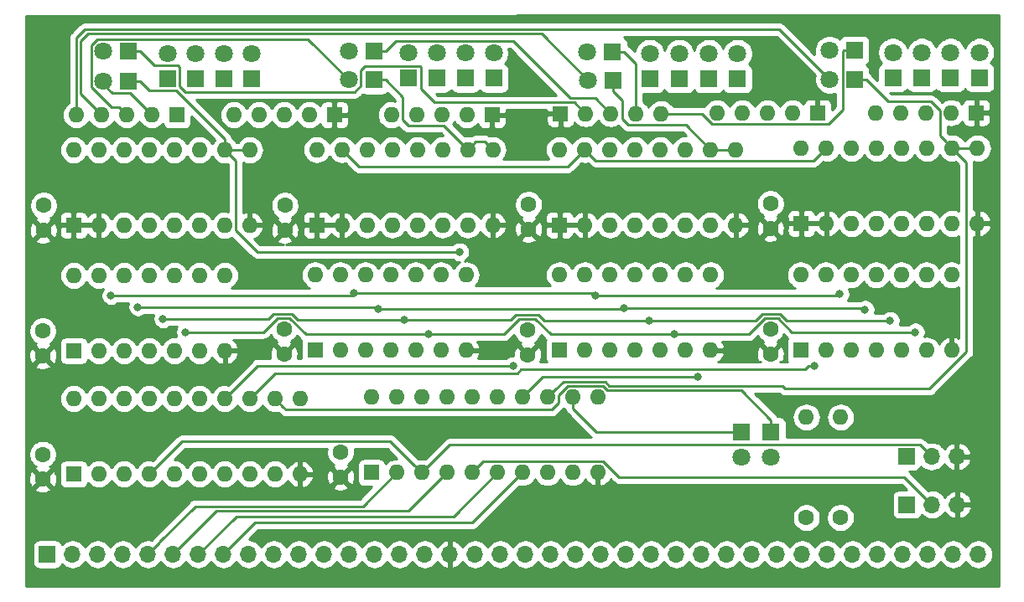
<source format=gbr>
G04 #@! TF.GenerationSoftware,KiCad,Pcbnew,(5.1.4-0-10_14)*
G04 #@! TF.CreationDate,2020-03-08T23:29:58-07:00*
G04 #@! TF.ProjectId,data-register-bank,64617461-2d72-4656-9769-737465722d62,rev?*
G04 #@! TF.SameCoordinates,Original*
G04 #@! TF.FileFunction,Copper,L1,Top*
G04 #@! TF.FilePolarity,Positive*
%FSLAX46Y46*%
G04 Gerber Fmt 4.6, Leading zero omitted, Abs format (unit mm)*
G04 Created by KiCad (PCBNEW (5.1.4-0-10_14)) date 2020-03-08 23:29:58*
%MOMM*%
%LPD*%
G04 APERTURE LIST*
%ADD10C,1.600000*%
%ADD11O,1.600000X1.600000*%
%ADD12R,1.600000X1.600000*%
%ADD13O,1.700000X1.700000*%
%ADD14R,1.700000X1.700000*%
%ADD15C,1.800000*%
%ADD16R,1.800000X1.800000*%
%ADD17C,0.800000*%
%ADD18C,0.250000*%
%ADD19C,0.254000*%
G04 APERTURE END LIST*
D10*
X125412500Y-163193100D03*
X125412500Y-160693100D03*
D11*
X128536700Y-142367000D03*
X146316700Y-149987000D03*
X131076700Y-142367000D03*
X143776700Y-149987000D03*
X133616700Y-142367000D03*
X141236700Y-149987000D03*
X136156700Y-142367000D03*
X138696700Y-149987000D03*
X138696700Y-142367000D03*
X136156700Y-149987000D03*
X141236700Y-142367000D03*
X133616700Y-149987000D03*
X143776700Y-142367000D03*
X131076700Y-149987000D03*
X146316700Y-142367000D03*
D12*
X128536700Y-149987000D03*
D11*
X128460500Y-155194000D03*
X143700500Y-162814000D03*
X131000500Y-155194000D03*
X141160500Y-162814000D03*
X133540500Y-155194000D03*
X138620500Y-162814000D03*
X136080500Y-155194000D03*
X136080500Y-162814000D03*
X138620500Y-155194000D03*
X133540500Y-162814000D03*
X141160500Y-155194000D03*
X131000500Y-162814000D03*
X143700500Y-155194000D03*
D12*
X128460500Y-162814000D03*
D11*
X104127300Y-142519400D03*
X121907300Y-150139400D03*
X106667300Y-142519400D03*
X119367300Y-150139400D03*
X109207300Y-142519400D03*
X116827300Y-150139400D03*
X111747300Y-142519400D03*
X114287300Y-150139400D03*
X114287300Y-142519400D03*
X111747300Y-150139400D03*
X116827300Y-142519400D03*
X109207300Y-150139400D03*
X119367300Y-142519400D03*
X106667300Y-150139400D03*
X121907300Y-142519400D03*
D12*
X104127300Y-150139400D03*
D11*
X104127300Y-155194000D03*
X119367300Y-162814000D03*
X106667300Y-155194000D03*
X116827300Y-162814000D03*
X109207300Y-155194000D03*
X114287300Y-162814000D03*
X111747300Y-155194000D03*
X111747300Y-162814000D03*
X114287300Y-155194000D03*
X109207300Y-162814000D03*
X116827300Y-155194000D03*
X106667300Y-162814000D03*
X119367300Y-155194000D03*
D12*
X104127300Y-162814000D03*
D11*
X79616300Y-142519400D03*
X97396300Y-150139400D03*
X82156300Y-142519400D03*
X94856300Y-150139400D03*
X84696300Y-142519400D03*
X92316300Y-150139400D03*
X87236300Y-142519400D03*
X89776300Y-150139400D03*
X89776300Y-142519400D03*
X87236300Y-150139400D03*
X92316300Y-142519400D03*
X84696300Y-150139400D03*
X94856300Y-142519400D03*
X82156300Y-150139400D03*
X97396300Y-142519400D03*
D12*
X79616300Y-150139400D03*
D11*
X79451200Y-155194000D03*
X94691200Y-162814000D03*
X81991200Y-155194000D03*
X92151200Y-162814000D03*
X84531200Y-155194000D03*
X89611200Y-162814000D03*
X87071200Y-155194000D03*
X87071200Y-162814000D03*
X89611200Y-155194000D03*
X84531200Y-162814000D03*
X92151200Y-155194000D03*
X81991200Y-162814000D03*
X94691200Y-155194000D03*
D12*
X79451200Y-162814000D03*
D11*
X55067200Y-142544800D03*
X72847200Y-150164800D03*
X57607200Y-142544800D03*
X70307200Y-150164800D03*
X60147200Y-142544800D03*
X67767200Y-150164800D03*
X62687200Y-142544800D03*
X65227200Y-150164800D03*
X65227200Y-142544800D03*
X62687200Y-150164800D03*
X67767200Y-142544800D03*
X60147200Y-150164800D03*
X70307200Y-142544800D03*
X57607200Y-150164800D03*
X72847200Y-142544800D03*
D12*
X55067200Y-150164800D03*
D11*
X55092600Y-155244800D03*
X70332600Y-162864800D03*
X57632600Y-155244800D03*
X67792600Y-162864800D03*
X60172600Y-155244800D03*
X65252600Y-162864800D03*
X62712600Y-155244800D03*
X62712600Y-162864800D03*
X65252600Y-155244800D03*
X60172600Y-162864800D03*
X67792600Y-155244800D03*
X57632600Y-162864800D03*
X70332600Y-155244800D03*
D12*
X55092600Y-162864800D03*
D11*
X55079900Y-167703500D03*
X77939900Y-175323500D03*
X57619900Y-167703500D03*
X75399900Y-175323500D03*
X60159900Y-167703500D03*
X72859900Y-175323500D03*
X62699900Y-167703500D03*
X70319900Y-175323500D03*
X65239900Y-167703500D03*
X67779900Y-175323500D03*
X67779900Y-167703500D03*
X65239900Y-175323500D03*
X70319900Y-167703500D03*
X62699900Y-175323500D03*
X72859900Y-167703500D03*
X60159900Y-175323500D03*
X75399900Y-167703500D03*
X57619900Y-175323500D03*
X77939900Y-167703500D03*
D12*
X55079900Y-175323500D03*
D11*
X85140800Y-167563800D03*
X108000800Y-175183800D03*
X87680800Y-167563800D03*
X105460800Y-175183800D03*
X90220800Y-167563800D03*
X102920800Y-175183800D03*
X92760800Y-167563800D03*
X100380800Y-175183800D03*
X95300800Y-167563800D03*
X97840800Y-175183800D03*
X97840800Y-167563800D03*
X95300800Y-175183800D03*
X100380800Y-167563800D03*
X92760800Y-175183800D03*
X102920800Y-167563800D03*
X90220800Y-175183800D03*
X105460800Y-167563800D03*
X87680800Y-175183800D03*
X108000800Y-167563800D03*
D12*
X85140800Y-175183800D03*
D11*
X114388900Y-138887200D03*
X111848900Y-138887200D03*
X109308900Y-138887200D03*
X106768900Y-138887200D03*
D12*
X104228900Y-138887200D03*
D11*
X55346600Y-139001500D03*
X57886600Y-139001500D03*
X60426600Y-139001500D03*
X62966600Y-139001500D03*
D12*
X65506600Y-139001500D03*
D11*
X136042400Y-138785600D03*
X138582400Y-138785600D03*
X141122400Y-138785600D03*
X143662400Y-138785600D03*
D12*
X146202400Y-138785600D03*
D11*
X120027700Y-138785600D03*
X122567700Y-138785600D03*
X125107700Y-138785600D03*
X127647700Y-138785600D03*
D12*
X130187700Y-138785600D03*
D11*
X87147400Y-139001500D03*
X89687400Y-139001500D03*
X92227400Y-139001500D03*
X94767400Y-139001500D03*
D12*
X97307400Y-139001500D03*
D11*
X71247000Y-139001500D03*
X73787000Y-139001500D03*
X76327000Y-139001500D03*
X78867000Y-139001500D03*
D12*
X81407000Y-139001500D03*
D11*
X129044700Y-169583100D03*
D10*
X129044700Y-179743100D03*
D11*
X132499100Y-169583100D03*
D10*
X132499100Y-179743100D03*
D13*
X144284700Y-178422300D03*
X141744700Y-178422300D03*
D14*
X139204700Y-178422300D03*
D13*
X144233900Y-173545500D03*
X141693900Y-173545500D03*
D14*
X139153900Y-173545500D03*
D13*
X146392900Y-183438800D03*
X143852900Y-183438800D03*
X141312900Y-183438800D03*
X138772900Y-183438800D03*
X136232900Y-183438800D03*
X133692900Y-183438800D03*
X131152900Y-183438800D03*
X128612900Y-183438800D03*
X126072900Y-183438800D03*
X123532900Y-183438800D03*
X120992900Y-183438800D03*
X118452900Y-183438800D03*
X115912900Y-183438800D03*
X113372900Y-183438800D03*
X110832900Y-183438800D03*
X108292900Y-183438800D03*
X105752900Y-183438800D03*
X103212900Y-183438800D03*
X100672900Y-183438800D03*
X98132900Y-183438800D03*
X95592900Y-183438800D03*
X93052900Y-183438800D03*
X90512900Y-183438800D03*
X87972900Y-183438800D03*
X85432900Y-183438800D03*
X82892900Y-183438800D03*
X80352900Y-183438800D03*
X77812900Y-183438800D03*
X75272900Y-183438800D03*
X72732900Y-183438800D03*
X70192900Y-183438800D03*
X67652900Y-183438800D03*
X65112900Y-183438800D03*
X62572900Y-183438800D03*
X60032900Y-183438800D03*
X57492900Y-183438800D03*
X54952900Y-183438800D03*
D14*
X52412900Y-183438800D03*
D15*
X122491500Y-173583600D03*
D16*
X122491500Y-171043600D03*
D15*
X125488700Y-173583600D03*
D16*
X125488700Y-171043600D03*
D15*
X131381500Y-132473700D03*
D16*
X133921500Y-132473700D03*
D15*
X106946700Y-132600700D03*
D16*
X109486700Y-132600700D03*
D15*
X82854800Y-132575300D03*
D16*
X85394800Y-132575300D03*
D15*
X58089800Y-132575300D03*
D16*
X60629800Y-132575300D03*
D15*
X131381500Y-135420100D03*
D16*
X133921500Y-135420100D03*
D15*
X106997500Y-135496300D03*
D16*
X109537500Y-135496300D03*
D15*
X82854800Y-135470900D03*
D16*
X85394800Y-135470900D03*
D15*
X58089800Y-135572500D03*
D16*
X60629800Y-135572500D03*
D15*
X137769600Y-132689600D03*
D16*
X137769600Y-135229600D03*
D15*
X140703300Y-132689600D03*
D16*
X140703300Y-135229600D03*
D15*
X143598900Y-132689600D03*
D16*
X143598900Y-135229600D03*
D15*
X146545300Y-132689600D03*
D16*
X146545300Y-135229600D03*
D15*
X113220500Y-132803900D03*
D16*
X113220500Y-135343900D03*
D15*
X116217700Y-132803900D03*
D16*
X116217700Y-135343900D03*
D15*
X119202200Y-132803900D03*
D16*
X119202200Y-135343900D03*
D15*
X122097800Y-132803900D03*
D16*
X122097800Y-135343900D03*
D15*
X88874600Y-132765800D03*
D16*
X88874600Y-135305800D03*
D15*
X91719400Y-132765800D03*
D16*
X91719400Y-135305800D03*
D15*
X94602300Y-132765800D03*
D16*
X94602300Y-135305800D03*
D15*
X97497900Y-132765800D03*
D16*
X97497900Y-135305800D03*
D15*
X64541400Y-132778500D03*
D16*
X64541400Y-135318500D03*
D15*
X67386200Y-132778500D03*
D16*
X67386200Y-135318500D03*
D15*
X70231000Y-132778500D03*
D16*
X70231000Y-135318500D03*
D15*
X73075800Y-132778500D03*
D16*
X73075800Y-135318500D03*
D10*
X125412500Y-150493100D03*
X125412500Y-147993100D03*
X100914200Y-163282000D03*
X100914200Y-160782000D03*
X101003100Y-150582000D03*
X101003100Y-148082000D03*
X82029300Y-175639100D03*
X82029300Y-173139100D03*
X76301600Y-163193100D03*
X76301600Y-160693100D03*
X76390500Y-150670900D03*
X76390500Y-148170900D03*
X51955700Y-175829600D03*
X51955700Y-173329600D03*
X51968400Y-163370900D03*
X51968400Y-160870900D03*
X52031900Y-150670900D03*
X52031900Y-148170900D03*
D17*
X100838000Y-135521700D03*
X100787200Y-141287500D03*
X101193600Y-154381200D03*
X124180600Y-154838400D03*
X126771400Y-168351200D03*
X121678700Y-179412900D03*
X102108000Y-179362100D03*
X145630900Y-169468800D03*
X147231100Y-156121100D03*
X135661400Y-129527300D03*
X121627900Y-146431000D03*
X136740900Y-177355500D03*
X127558800Y-185737500D03*
X79121000Y-181673500D03*
X71501000Y-186143900D03*
X53632100Y-178473100D03*
X58153300Y-171475400D03*
X52209700Y-165747700D03*
X51803300Y-155409900D03*
X51854100Y-144399000D03*
X74942700Y-155054300D03*
X75298300Y-145059400D03*
X96151700Y-146278600D03*
X52044600Y-133413500D03*
X94025101Y-152862899D03*
X118046500Y-165493122D03*
X99466400Y-164376102D03*
X129819400Y-164401500D03*
X66377601Y-160965099D03*
X90901301Y-161206399D03*
X115702299Y-161195801D03*
X140035499Y-160967201D03*
X64102199Y-159633701D03*
X88486199Y-159722601D03*
X113162299Y-159824201D03*
X137495499Y-159798801D03*
X61562199Y-158427201D03*
X85821301Y-158628299D03*
X110622299Y-158554201D03*
X134955499Y-158693901D03*
X58851800Y-157276800D03*
X83406199Y-157030201D03*
X107792301Y-157269399D03*
X132415499Y-157119101D03*
D18*
X58971901Y-136797501D02*
X58089800Y-135915400D01*
X60762601Y-136797501D02*
X58971901Y-136797501D01*
X58089800Y-135915400D02*
X58089800Y-135572500D01*
X62966600Y-139001500D02*
X60762601Y-136797501D01*
X71432201Y-143669801D02*
X71107199Y-143344799D01*
X71107199Y-143344799D02*
X70307200Y-142544800D01*
X71432201Y-150704801D02*
X71432201Y-143669801D01*
X73590299Y-152862899D02*
X71432201Y-150704801D01*
X94025101Y-152862899D02*
X73590299Y-152862899D01*
X71438570Y-142544800D02*
X72847200Y-142544800D01*
X70307200Y-142544800D02*
X71438570Y-142544800D01*
X61779800Y-135572500D02*
X60629800Y-135572500D01*
X62750801Y-136543501D02*
X61779800Y-135572500D01*
X65437271Y-136543501D02*
X62750801Y-136543501D01*
X70307200Y-141413430D02*
X65437271Y-136543501D01*
X70307200Y-142544800D02*
X70307200Y-141413430D01*
X59626601Y-138201501D02*
X60426600Y-139001500D01*
X58905799Y-138201501D02*
X59626601Y-138201501D01*
X61789801Y-131350299D02*
X59469799Y-131350299D01*
X56864799Y-136160501D02*
X58905799Y-138201501D01*
X58696302Y-131368800D02*
X58677801Y-131350299D01*
X56864799Y-131987299D02*
X56864799Y-136160501D01*
X59451298Y-131368800D02*
X58696302Y-131368800D01*
X61808302Y-131368800D02*
X61789801Y-131350299D01*
X58677801Y-131350299D02*
X57501799Y-131350299D01*
X82854800Y-135470900D02*
X78752700Y-131368800D01*
X59469799Y-131350299D02*
X59451298Y-131368800D01*
X78752700Y-131368800D02*
X61808302Y-131368800D01*
X57501799Y-131350299D02*
X56864799Y-131987299D01*
X95656299Y-141719401D02*
X94856300Y-142519400D01*
X96596301Y-141719401D02*
X95656299Y-141719401D01*
X97396300Y-142519400D02*
X96596301Y-141719401D01*
X86544800Y-135470900D02*
X85394800Y-135470900D01*
X88272401Y-137198501D02*
X86544800Y-135470900D01*
X88272401Y-139541501D02*
X88272401Y-137198501D01*
X88857401Y-140126501D02*
X88272401Y-139541501D01*
X92463401Y-140126501D02*
X88857401Y-140126501D01*
X94856300Y-142519400D02*
X92463401Y-140126501D01*
X55796611Y-131579189D02*
X55796611Y-136911511D01*
X106997500Y-135496300D02*
X102316711Y-130815511D01*
X55796611Y-136911511D02*
X57086601Y-138201501D01*
X102316711Y-130815511D02*
X56560289Y-130815511D01*
X56560289Y-130815511D02*
X55796611Y-131579189D01*
X57086601Y-138201501D02*
X57886600Y-139001500D01*
X120498670Y-142519400D02*
X121907300Y-142519400D01*
X119367300Y-142519400D02*
X120498670Y-142519400D01*
X109537500Y-136646300D02*
X109537500Y-135496300D01*
X110433901Y-139427201D02*
X110433901Y-137542701D01*
X111018901Y-140012201D02*
X110433901Y-139427201D01*
X110433901Y-137542701D02*
X109537500Y-136646300D01*
X116860101Y-140012201D02*
X111018901Y-140012201D01*
X119367300Y-142519400D02*
X116860101Y-140012201D01*
X102451478Y-165493122D02*
X117480815Y-165493122D01*
X117480815Y-165493122D02*
X118046500Y-165493122D01*
X100380800Y-167563800D02*
X102451478Y-165493122D01*
X56197500Y-130365500D02*
X55346600Y-131216400D01*
X55346600Y-131216400D02*
X55346600Y-139001500D01*
X126326900Y-130365500D02*
X56197500Y-130365500D01*
X131381500Y-135420100D02*
X126326900Y-130365500D01*
X146316700Y-142367000D02*
X143776700Y-142367000D01*
X142537399Y-141127699D02*
X142976701Y-141567001D01*
X142537399Y-138574999D02*
X142537399Y-141127699D01*
X141622999Y-137660599D02*
X142537399Y-138574999D01*
X137311999Y-137660599D02*
X141622999Y-137660599D01*
X142976701Y-141567001D02*
X143776700Y-142367000D01*
X135071500Y-135420100D02*
X137311999Y-137660599D01*
X133921500Y-135420100D02*
X135071500Y-135420100D01*
X145191699Y-143781999D02*
X145191699Y-162987803D01*
X103720799Y-166763801D02*
X102920800Y-167563800D01*
X109146512Y-166408100D02*
X108727201Y-165988788D01*
X143776700Y-142367000D02*
X145191699Y-143781999D01*
X126606300Y-166408100D02*
X109146512Y-166408100D01*
X141479302Y-166700200D02*
X126898400Y-166700200D01*
X126898400Y-166700200D02*
X126606300Y-166408100D01*
X145191699Y-162987803D02*
X141479302Y-166700200D01*
X104495812Y-165988788D02*
X103720799Y-166763801D01*
X108727201Y-165988788D02*
X104495812Y-165988788D01*
X63208001Y-134003501D02*
X61779800Y-132575300D01*
X65611403Y-134003501D02*
X63208001Y-134003501D01*
X65766401Y-136083703D02*
X65766401Y-134158499D01*
X66378599Y-136695901D02*
X65766401Y-136083703D01*
X84079801Y-136058901D02*
X83442801Y-136695901D01*
X65766401Y-134158499D02*
X65611403Y-134003501D01*
X84079801Y-134474499D02*
X84079801Y-136058901D01*
X84473501Y-134080799D02*
X84079801Y-134474499D01*
X83442801Y-136695901D02*
X66378599Y-136695901D01*
X90099601Y-134145799D02*
X90034601Y-134080799D01*
X61779800Y-132575300D02*
X60629800Y-132575300D01*
X90034601Y-134080799D02*
X84473501Y-134080799D01*
X91521499Y-137762199D02*
X90099601Y-136340301D01*
X90099601Y-136340301D02*
X90099601Y-134145799D01*
X105643899Y-137762199D02*
X91521499Y-137762199D01*
X106768900Y-138887200D02*
X105643899Y-137762199D01*
X86544800Y-132575300D02*
X85394800Y-132575300D01*
X105193890Y-137312190D02*
X99422499Y-131540799D01*
X99422499Y-131540799D02*
X87579301Y-131540799D01*
X107733890Y-137312190D02*
X105193890Y-137312190D01*
X87579301Y-131540799D02*
X86544800Y-132575300D01*
X109308900Y-138887200D02*
X107733890Y-137312190D01*
X70319900Y-167703500D02*
X73647298Y-164376102D01*
X73647298Y-164376102D02*
X98900715Y-164376102D01*
X98900715Y-164376102D02*
X99466400Y-164376102D01*
X110636700Y-132600700D02*
X109486700Y-132600700D01*
X111848900Y-133812900D02*
X110636700Y-132600700D01*
X111848900Y-138887200D02*
X111848900Y-133812900D01*
X99839802Y-165126502D02*
X100198192Y-164768112D01*
X75436898Y-165126502D02*
X99839802Y-165126502D01*
X100198192Y-164768112D02*
X128887103Y-164768112D01*
X128887103Y-164768112D02*
X129253715Y-164401500D01*
X72859900Y-167703500D02*
X75436898Y-165126502D01*
X129253715Y-164401500D02*
X129819400Y-164401500D01*
X132696499Y-138461803D02*
X132696499Y-132548701D01*
X131247701Y-139910601D02*
X132696499Y-138461803D01*
X119487699Y-139910601D02*
X131247701Y-139910601D01*
X118464298Y-138887200D02*
X119487699Y-139910601D01*
X132771500Y-132473700D02*
X133921500Y-132473700D01*
X132696499Y-132548701D02*
X132771500Y-132473700D01*
X114388900Y-138887200D02*
X118464298Y-138887200D01*
X76199899Y-168503499D02*
X75399900Y-167703500D01*
X103321101Y-168828501D02*
X76524901Y-168828501D01*
X104045801Y-168103801D02*
X103321101Y-168828501D01*
X104920799Y-166438799D02*
X104045801Y-167313797D01*
X108540801Y-166438799D02*
X104920799Y-166438799D01*
X122453211Y-166858111D02*
X108960113Y-166858111D01*
X108960113Y-166858111D02*
X108540801Y-166438799D01*
X125488700Y-169893600D02*
X122453211Y-166858111D01*
X125488700Y-171043600D02*
X125488700Y-169893600D01*
X104045801Y-167313797D02*
X104045801Y-168103801D01*
X76524901Y-168828501D02*
X76199899Y-168503499D01*
X121341500Y-171043600D02*
X122491500Y-171043600D01*
X107809230Y-171043600D02*
X121341500Y-171043600D01*
X105460800Y-168695170D02*
X107809230Y-171043600D01*
X105460800Y-167563800D02*
X105460800Y-168695170D01*
X126179799Y-159568099D02*
X127578901Y-160967201D01*
X123244797Y-161195801D02*
X124872499Y-159568099D01*
X127578901Y-160967201D02*
X140035499Y-160967201D01*
X124872499Y-159568099D02*
X126179799Y-159568099D01*
X115702299Y-161195801D02*
X123244797Y-161195801D01*
X78516699Y-161206399D02*
X90901301Y-161206399D01*
X74238901Y-160965099D02*
X75635901Y-159568099D01*
X76878399Y-159568099D02*
X78516699Y-161206399D01*
X75635901Y-159568099D02*
X76878399Y-159568099D01*
X66377601Y-160965099D02*
X74238901Y-160965099D01*
X101694199Y-159656999D02*
X103233001Y-161195801D01*
X100058001Y-159656999D02*
X101694199Y-159656999D01*
X98508601Y-161206399D02*
X100058001Y-159656999D01*
X103233001Y-161195801D02*
X115702299Y-161195801D01*
X90901301Y-161206399D02*
X98508601Y-161206399D01*
X113162299Y-159824201D02*
X123906499Y-159824201D01*
X124612611Y-159118089D02*
X126366199Y-159118089D01*
X123906499Y-159824201D02*
X124612611Y-159118089D01*
X127046911Y-159798801D02*
X137495499Y-159798801D01*
X126366199Y-159118089D02*
X127046911Y-159798801D01*
X77088790Y-159118090D02*
X77693301Y-159722601D01*
X77693301Y-159722601D02*
X88486199Y-159722601D01*
X64102199Y-159633701D02*
X64667884Y-159633701D01*
X64667884Y-159633701D02*
X64673183Y-159639000D01*
X75265004Y-159118090D02*
X77088790Y-159118090D01*
X64673183Y-159639000D02*
X74744094Y-159639000D01*
X74744094Y-159639000D02*
X75265004Y-159118090D01*
X101955390Y-159206990D02*
X102572601Y-159824201D01*
X99746010Y-159206990D02*
X101955390Y-159206990D01*
X99230399Y-159722601D02*
X99746010Y-159206990D01*
X102572601Y-159824201D02*
X113162299Y-159824201D01*
X88486199Y-159722601D02*
X99230399Y-159722601D01*
X85620203Y-158427201D02*
X85821301Y-158628299D01*
X61562199Y-158427201D02*
X85620203Y-158427201D01*
X110548201Y-158628299D02*
X110622299Y-158554201D01*
X85821301Y-158628299D02*
X110548201Y-158628299D01*
X134815799Y-158554201D02*
X134955499Y-158693901D01*
X110622299Y-158554201D02*
X134815799Y-158554201D01*
X83159600Y-157276800D02*
X83406199Y-157030201D01*
X58851800Y-157276800D02*
X83159600Y-157276800D01*
X107553103Y-157030201D02*
X107792301Y-157269399D01*
X83406199Y-157030201D02*
X107553103Y-157030201D01*
X132265201Y-157269399D02*
X132415499Y-157119101D01*
X107792301Y-157269399D02*
X132265201Y-157269399D01*
X100380800Y-175183800D02*
X95338900Y-180225700D01*
X73406000Y-180225700D02*
X70192900Y-183438800D01*
X95338900Y-180225700D02*
X73406000Y-180225700D01*
X97840800Y-175183800D02*
X93408500Y-179616100D01*
X71475600Y-179616100D02*
X67652900Y-183438800D01*
X93408500Y-179616100D02*
X71475600Y-179616100D01*
X88894491Y-179050109D02*
X84450900Y-179050110D01*
X92760800Y-175183800D02*
X88894491Y-179050109D01*
X69501590Y-179050110D02*
X65112900Y-183438800D01*
X84450900Y-179050110D02*
X69501590Y-179050110D01*
X63747901Y-182263799D02*
X63747901Y-182200299D01*
X62572900Y-183438800D02*
X63747901Y-182263799D01*
X63747901Y-182200299D02*
X67348100Y-178600100D01*
X84264500Y-178600100D02*
X87680800Y-175183800D01*
X67348100Y-178600100D02*
X84264500Y-178600100D01*
X89420801Y-174383801D02*
X90220800Y-175183800D01*
X66009301Y-172014099D02*
X87051099Y-172014099D01*
X87051099Y-172014099D02*
X89420801Y-174383801D01*
X62699900Y-175323500D02*
X66009301Y-172014099D01*
X140843901Y-172695501D02*
X141693900Y-173545500D01*
X93046001Y-172358599D02*
X140506999Y-172358599D01*
X140506999Y-172358599D02*
X140843901Y-172695501D01*
X90220800Y-175183800D02*
X93046001Y-172358599D01*
X108540801Y-174058799D02*
X96425801Y-174058799D01*
X96425801Y-174058799D02*
X96100799Y-174383801D01*
X110110302Y-175628300D02*
X108540801Y-174058799D01*
X96100799Y-174383801D02*
X95300800Y-175183800D01*
X138950700Y-175628300D02*
X110110302Y-175628300D01*
X141744700Y-178422300D02*
X138950700Y-175628300D01*
X105867301Y-143319399D02*
X106667300Y-142519400D01*
X83858100Y-144221200D02*
X104965500Y-144221200D01*
X104965500Y-144221200D02*
X105867301Y-143319399D01*
X82156300Y-142519400D02*
X83858100Y-144221200D01*
X130276701Y-143166999D02*
X131076700Y-142367000D01*
X129799299Y-143644401D02*
X130276701Y-143166999D01*
X107792301Y-143644401D02*
X129799299Y-143644401D01*
X106667300Y-142519400D02*
X107792301Y-143644401D01*
D19*
G36*
X148463400Y-186690232D02*
G01*
X50290889Y-186665169D01*
X50286501Y-182588800D01*
X50924828Y-182588800D01*
X50924828Y-184288800D01*
X50937088Y-184413282D01*
X50973398Y-184532980D01*
X51032363Y-184643294D01*
X51111715Y-184739985D01*
X51208406Y-184819337D01*
X51318720Y-184878302D01*
X51438418Y-184914612D01*
X51562900Y-184926872D01*
X53262900Y-184926872D01*
X53387382Y-184914612D01*
X53507080Y-184878302D01*
X53617394Y-184819337D01*
X53714085Y-184739985D01*
X53793437Y-184643294D01*
X53852402Y-184532980D01*
X53873293Y-184464113D01*
X53897766Y-184493934D01*
X54123886Y-184679506D01*
X54381866Y-184817399D01*
X54661789Y-184902313D01*
X54879950Y-184923800D01*
X55025850Y-184923800D01*
X55244011Y-184902313D01*
X55523934Y-184817399D01*
X55781914Y-184679506D01*
X56008034Y-184493934D01*
X56193606Y-184267814D01*
X56222900Y-184213009D01*
X56252194Y-184267814D01*
X56437766Y-184493934D01*
X56663886Y-184679506D01*
X56921866Y-184817399D01*
X57201789Y-184902313D01*
X57419950Y-184923800D01*
X57565850Y-184923800D01*
X57784011Y-184902313D01*
X58063934Y-184817399D01*
X58321914Y-184679506D01*
X58548034Y-184493934D01*
X58733606Y-184267814D01*
X58762900Y-184213009D01*
X58792194Y-184267814D01*
X58977766Y-184493934D01*
X59203886Y-184679506D01*
X59461866Y-184817399D01*
X59741789Y-184902313D01*
X59959950Y-184923800D01*
X60105850Y-184923800D01*
X60324011Y-184902313D01*
X60603934Y-184817399D01*
X60861914Y-184679506D01*
X61088034Y-184493934D01*
X61273606Y-184267814D01*
X61302900Y-184213009D01*
X61332194Y-184267814D01*
X61517766Y-184493934D01*
X61743886Y-184679506D01*
X62001866Y-184817399D01*
X62281789Y-184902313D01*
X62499950Y-184923800D01*
X62645850Y-184923800D01*
X62864011Y-184902313D01*
X63143934Y-184817399D01*
X63401914Y-184679506D01*
X63628034Y-184493934D01*
X63813606Y-184267814D01*
X63842900Y-184213009D01*
X63872194Y-184267814D01*
X64057766Y-184493934D01*
X64283886Y-184679506D01*
X64541866Y-184817399D01*
X64821789Y-184902313D01*
X65039950Y-184923800D01*
X65185850Y-184923800D01*
X65404011Y-184902313D01*
X65683934Y-184817399D01*
X65941914Y-184679506D01*
X66168034Y-184493934D01*
X66353606Y-184267814D01*
X66382900Y-184213009D01*
X66412194Y-184267814D01*
X66597766Y-184493934D01*
X66823886Y-184679506D01*
X67081866Y-184817399D01*
X67361789Y-184902313D01*
X67579950Y-184923800D01*
X67725850Y-184923800D01*
X67944011Y-184902313D01*
X68223934Y-184817399D01*
X68481914Y-184679506D01*
X68708034Y-184493934D01*
X68893606Y-184267814D01*
X68922900Y-184213009D01*
X68952194Y-184267814D01*
X69137766Y-184493934D01*
X69363886Y-184679506D01*
X69621866Y-184817399D01*
X69901789Y-184902313D01*
X70119950Y-184923800D01*
X70265850Y-184923800D01*
X70484011Y-184902313D01*
X70763934Y-184817399D01*
X71021914Y-184679506D01*
X71248034Y-184493934D01*
X71433606Y-184267814D01*
X71462900Y-184213009D01*
X71492194Y-184267814D01*
X71677766Y-184493934D01*
X71903886Y-184679506D01*
X72161866Y-184817399D01*
X72441789Y-184902313D01*
X72659950Y-184923800D01*
X72805850Y-184923800D01*
X73024011Y-184902313D01*
X73303934Y-184817399D01*
X73561914Y-184679506D01*
X73788034Y-184493934D01*
X73973606Y-184267814D01*
X74002900Y-184213009D01*
X74032194Y-184267814D01*
X74217766Y-184493934D01*
X74443886Y-184679506D01*
X74701866Y-184817399D01*
X74981789Y-184902313D01*
X75199950Y-184923800D01*
X75345850Y-184923800D01*
X75564011Y-184902313D01*
X75843934Y-184817399D01*
X76101914Y-184679506D01*
X76328034Y-184493934D01*
X76513606Y-184267814D01*
X76542900Y-184213009D01*
X76572194Y-184267814D01*
X76757766Y-184493934D01*
X76983886Y-184679506D01*
X77241866Y-184817399D01*
X77521789Y-184902313D01*
X77739950Y-184923800D01*
X77885850Y-184923800D01*
X78104011Y-184902313D01*
X78383934Y-184817399D01*
X78641914Y-184679506D01*
X78868034Y-184493934D01*
X79053606Y-184267814D01*
X79082900Y-184213009D01*
X79112194Y-184267814D01*
X79297766Y-184493934D01*
X79523886Y-184679506D01*
X79781866Y-184817399D01*
X80061789Y-184902313D01*
X80279950Y-184923800D01*
X80425850Y-184923800D01*
X80644011Y-184902313D01*
X80923934Y-184817399D01*
X81181914Y-184679506D01*
X81408034Y-184493934D01*
X81593606Y-184267814D01*
X81622900Y-184213009D01*
X81652194Y-184267814D01*
X81837766Y-184493934D01*
X82063886Y-184679506D01*
X82321866Y-184817399D01*
X82601789Y-184902313D01*
X82819950Y-184923800D01*
X82965850Y-184923800D01*
X83184011Y-184902313D01*
X83463934Y-184817399D01*
X83721914Y-184679506D01*
X83948034Y-184493934D01*
X84133606Y-184267814D01*
X84162900Y-184213009D01*
X84192194Y-184267814D01*
X84377766Y-184493934D01*
X84603886Y-184679506D01*
X84861866Y-184817399D01*
X85141789Y-184902313D01*
X85359950Y-184923800D01*
X85505850Y-184923800D01*
X85724011Y-184902313D01*
X86003934Y-184817399D01*
X86261914Y-184679506D01*
X86488034Y-184493934D01*
X86673606Y-184267814D01*
X86702900Y-184213009D01*
X86732194Y-184267814D01*
X86917766Y-184493934D01*
X87143886Y-184679506D01*
X87401866Y-184817399D01*
X87681789Y-184902313D01*
X87899950Y-184923800D01*
X88045850Y-184923800D01*
X88264011Y-184902313D01*
X88543934Y-184817399D01*
X88801914Y-184679506D01*
X89028034Y-184493934D01*
X89213606Y-184267814D01*
X89242900Y-184213009D01*
X89272194Y-184267814D01*
X89457766Y-184493934D01*
X89683886Y-184679506D01*
X89941866Y-184817399D01*
X90221789Y-184902313D01*
X90439950Y-184923800D01*
X90585850Y-184923800D01*
X90804011Y-184902313D01*
X91083934Y-184817399D01*
X91341914Y-184679506D01*
X91568034Y-184493934D01*
X91753606Y-184267814D01*
X91788101Y-184203277D01*
X91857722Y-184320155D01*
X92052631Y-184536388D01*
X92285980Y-184710441D01*
X92548801Y-184835625D01*
X92696010Y-184880276D01*
X92925900Y-184758955D01*
X92925900Y-183565800D01*
X92905900Y-183565800D01*
X92905900Y-183311800D01*
X92925900Y-183311800D01*
X92925900Y-182118645D01*
X93179900Y-182118645D01*
X93179900Y-183311800D01*
X93199900Y-183311800D01*
X93199900Y-183565800D01*
X93179900Y-183565800D01*
X93179900Y-184758955D01*
X93409790Y-184880276D01*
X93556999Y-184835625D01*
X93819820Y-184710441D01*
X94053169Y-184536388D01*
X94248078Y-184320155D01*
X94317699Y-184203277D01*
X94352194Y-184267814D01*
X94537766Y-184493934D01*
X94763886Y-184679506D01*
X95021866Y-184817399D01*
X95301789Y-184902313D01*
X95519950Y-184923800D01*
X95665850Y-184923800D01*
X95884011Y-184902313D01*
X96163934Y-184817399D01*
X96421914Y-184679506D01*
X96648034Y-184493934D01*
X96833606Y-184267814D01*
X96862900Y-184213009D01*
X96892194Y-184267814D01*
X97077766Y-184493934D01*
X97303886Y-184679506D01*
X97561866Y-184817399D01*
X97841789Y-184902313D01*
X98059950Y-184923800D01*
X98205850Y-184923800D01*
X98424011Y-184902313D01*
X98703934Y-184817399D01*
X98961914Y-184679506D01*
X99188034Y-184493934D01*
X99373606Y-184267814D01*
X99402900Y-184213009D01*
X99432194Y-184267814D01*
X99617766Y-184493934D01*
X99843886Y-184679506D01*
X100101866Y-184817399D01*
X100381789Y-184902313D01*
X100599950Y-184923800D01*
X100745850Y-184923800D01*
X100964011Y-184902313D01*
X101243934Y-184817399D01*
X101501914Y-184679506D01*
X101728034Y-184493934D01*
X101913606Y-184267814D01*
X101942900Y-184213009D01*
X101972194Y-184267814D01*
X102157766Y-184493934D01*
X102383886Y-184679506D01*
X102641866Y-184817399D01*
X102921789Y-184902313D01*
X103139950Y-184923800D01*
X103285850Y-184923800D01*
X103504011Y-184902313D01*
X103783934Y-184817399D01*
X104041914Y-184679506D01*
X104268034Y-184493934D01*
X104453606Y-184267814D01*
X104482900Y-184213009D01*
X104512194Y-184267814D01*
X104697766Y-184493934D01*
X104923886Y-184679506D01*
X105181866Y-184817399D01*
X105461789Y-184902313D01*
X105679950Y-184923800D01*
X105825850Y-184923800D01*
X106044011Y-184902313D01*
X106323934Y-184817399D01*
X106581914Y-184679506D01*
X106808034Y-184493934D01*
X106993606Y-184267814D01*
X107022900Y-184213009D01*
X107052194Y-184267814D01*
X107237766Y-184493934D01*
X107463886Y-184679506D01*
X107721866Y-184817399D01*
X108001789Y-184902313D01*
X108219950Y-184923800D01*
X108365850Y-184923800D01*
X108584011Y-184902313D01*
X108863934Y-184817399D01*
X109121914Y-184679506D01*
X109348034Y-184493934D01*
X109533606Y-184267814D01*
X109562900Y-184213009D01*
X109592194Y-184267814D01*
X109777766Y-184493934D01*
X110003886Y-184679506D01*
X110261866Y-184817399D01*
X110541789Y-184902313D01*
X110759950Y-184923800D01*
X110905850Y-184923800D01*
X111124011Y-184902313D01*
X111403934Y-184817399D01*
X111661914Y-184679506D01*
X111888034Y-184493934D01*
X112073606Y-184267814D01*
X112102900Y-184213009D01*
X112132194Y-184267814D01*
X112317766Y-184493934D01*
X112543886Y-184679506D01*
X112801866Y-184817399D01*
X113081789Y-184902313D01*
X113299950Y-184923800D01*
X113445850Y-184923800D01*
X113664011Y-184902313D01*
X113943934Y-184817399D01*
X114201914Y-184679506D01*
X114428034Y-184493934D01*
X114613606Y-184267814D01*
X114642900Y-184213009D01*
X114672194Y-184267814D01*
X114857766Y-184493934D01*
X115083886Y-184679506D01*
X115341866Y-184817399D01*
X115621789Y-184902313D01*
X115839950Y-184923800D01*
X115985850Y-184923800D01*
X116204011Y-184902313D01*
X116483934Y-184817399D01*
X116741914Y-184679506D01*
X116968034Y-184493934D01*
X117153606Y-184267814D01*
X117182900Y-184213009D01*
X117212194Y-184267814D01*
X117397766Y-184493934D01*
X117623886Y-184679506D01*
X117881866Y-184817399D01*
X118161789Y-184902313D01*
X118379950Y-184923800D01*
X118525850Y-184923800D01*
X118744011Y-184902313D01*
X119023934Y-184817399D01*
X119281914Y-184679506D01*
X119508034Y-184493934D01*
X119693606Y-184267814D01*
X119722900Y-184213009D01*
X119752194Y-184267814D01*
X119937766Y-184493934D01*
X120163886Y-184679506D01*
X120421866Y-184817399D01*
X120701789Y-184902313D01*
X120919950Y-184923800D01*
X121065850Y-184923800D01*
X121284011Y-184902313D01*
X121563934Y-184817399D01*
X121821914Y-184679506D01*
X122048034Y-184493934D01*
X122233606Y-184267814D01*
X122262900Y-184213009D01*
X122292194Y-184267814D01*
X122477766Y-184493934D01*
X122703886Y-184679506D01*
X122961866Y-184817399D01*
X123241789Y-184902313D01*
X123459950Y-184923800D01*
X123605850Y-184923800D01*
X123824011Y-184902313D01*
X124103934Y-184817399D01*
X124361914Y-184679506D01*
X124588034Y-184493934D01*
X124773606Y-184267814D01*
X124802900Y-184213009D01*
X124832194Y-184267814D01*
X125017766Y-184493934D01*
X125243886Y-184679506D01*
X125501866Y-184817399D01*
X125781789Y-184902313D01*
X125999950Y-184923800D01*
X126145850Y-184923800D01*
X126364011Y-184902313D01*
X126643934Y-184817399D01*
X126901914Y-184679506D01*
X127128034Y-184493934D01*
X127313606Y-184267814D01*
X127342900Y-184213009D01*
X127372194Y-184267814D01*
X127557766Y-184493934D01*
X127783886Y-184679506D01*
X128041866Y-184817399D01*
X128321789Y-184902313D01*
X128539950Y-184923800D01*
X128685850Y-184923800D01*
X128904011Y-184902313D01*
X129183934Y-184817399D01*
X129441914Y-184679506D01*
X129668034Y-184493934D01*
X129853606Y-184267814D01*
X129882900Y-184213009D01*
X129912194Y-184267814D01*
X130097766Y-184493934D01*
X130323886Y-184679506D01*
X130581866Y-184817399D01*
X130861789Y-184902313D01*
X131079950Y-184923800D01*
X131225850Y-184923800D01*
X131444011Y-184902313D01*
X131723934Y-184817399D01*
X131981914Y-184679506D01*
X132208034Y-184493934D01*
X132393606Y-184267814D01*
X132422900Y-184213009D01*
X132452194Y-184267814D01*
X132637766Y-184493934D01*
X132863886Y-184679506D01*
X133121866Y-184817399D01*
X133401789Y-184902313D01*
X133619950Y-184923800D01*
X133765850Y-184923800D01*
X133984011Y-184902313D01*
X134263934Y-184817399D01*
X134521914Y-184679506D01*
X134748034Y-184493934D01*
X134933606Y-184267814D01*
X134962900Y-184213009D01*
X134992194Y-184267814D01*
X135177766Y-184493934D01*
X135403886Y-184679506D01*
X135661866Y-184817399D01*
X135941789Y-184902313D01*
X136159950Y-184923800D01*
X136305850Y-184923800D01*
X136524011Y-184902313D01*
X136803934Y-184817399D01*
X137061914Y-184679506D01*
X137288034Y-184493934D01*
X137473606Y-184267814D01*
X137502900Y-184213009D01*
X137532194Y-184267814D01*
X137717766Y-184493934D01*
X137943886Y-184679506D01*
X138201866Y-184817399D01*
X138481789Y-184902313D01*
X138699950Y-184923800D01*
X138845850Y-184923800D01*
X139064011Y-184902313D01*
X139343934Y-184817399D01*
X139601914Y-184679506D01*
X139828034Y-184493934D01*
X140013606Y-184267814D01*
X140042900Y-184213009D01*
X140072194Y-184267814D01*
X140257766Y-184493934D01*
X140483886Y-184679506D01*
X140741866Y-184817399D01*
X141021789Y-184902313D01*
X141239950Y-184923800D01*
X141385850Y-184923800D01*
X141604011Y-184902313D01*
X141883934Y-184817399D01*
X142141914Y-184679506D01*
X142368034Y-184493934D01*
X142553606Y-184267814D01*
X142582900Y-184213009D01*
X142612194Y-184267814D01*
X142797766Y-184493934D01*
X143023886Y-184679506D01*
X143281866Y-184817399D01*
X143561789Y-184902313D01*
X143779950Y-184923800D01*
X143925850Y-184923800D01*
X144144011Y-184902313D01*
X144423934Y-184817399D01*
X144681914Y-184679506D01*
X144908034Y-184493934D01*
X145093606Y-184267814D01*
X145122900Y-184213009D01*
X145152194Y-184267814D01*
X145337766Y-184493934D01*
X145563886Y-184679506D01*
X145821866Y-184817399D01*
X146101789Y-184902313D01*
X146319950Y-184923800D01*
X146465850Y-184923800D01*
X146684011Y-184902313D01*
X146963934Y-184817399D01*
X147221914Y-184679506D01*
X147448034Y-184493934D01*
X147633606Y-184267814D01*
X147771499Y-184009834D01*
X147856413Y-183729911D01*
X147885085Y-183438800D01*
X147856413Y-183147689D01*
X147771499Y-182867766D01*
X147633606Y-182609786D01*
X147448034Y-182383666D01*
X147221914Y-182198094D01*
X146963934Y-182060201D01*
X146684011Y-181975287D01*
X146465850Y-181953800D01*
X146319950Y-181953800D01*
X146101789Y-181975287D01*
X145821866Y-182060201D01*
X145563886Y-182198094D01*
X145337766Y-182383666D01*
X145152194Y-182609786D01*
X145122900Y-182664591D01*
X145093606Y-182609786D01*
X144908034Y-182383666D01*
X144681914Y-182198094D01*
X144423934Y-182060201D01*
X144144011Y-181975287D01*
X143925850Y-181953800D01*
X143779950Y-181953800D01*
X143561789Y-181975287D01*
X143281866Y-182060201D01*
X143023886Y-182198094D01*
X142797766Y-182383666D01*
X142612194Y-182609786D01*
X142582900Y-182664591D01*
X142553606Y-182609786D01*
X142368034Y-182383666D01*
X142141914Y-182198094D01*
X141883934Y-182060201D01*
X141604011Y-181975287D01*
X141385850Y-181953800D01*
X141239950Y-181953800D01*
X141021789Y-181975287D01*
X140741866Y-182060201D01*
X140483886Y-182198094D01*
X140257766Y-182383666D01*
X140072194Y-182609786D01*
X140042900Y-182664591D01*
X140013606Y-182609786D01*
X139828034Y-182383666D01*
X139601914Y-182198094D01*
X139343934Y-182060201D01*
X139064011Y-181975287D01*
X138845850Y-181953800D01*
X138699950Y-181953800D01*
X138481789Y-181975287D01*
X138201866Y-182060201D01*
X137943886Y-182198094D01*
X137717766Y-182383666D01*
X137532194Y-182609786D01*
X137502900Y-182664591D01*
X137473606Y-182609786D01*
X137288034Y-182383666D01*
X137061914Y-182198094D01*
X136803934Y-182060201D01*
X136524011Y-181975287D01*
X136305850Y-181953800D01*
X136159950Y-181953800D01*
X135941789Y-181975287D01*
X135661866Y-182060201D01*
X135403886Y-182198094D01*
X135177766Y-182383666D01*
X134992194Y-182609786D01*
X134962900Y-182664591D01*
X134933606Y-182609786D01*
X134748034Y-182383666D01*
X134521914Y-182198094D01*
X134263934Y-182060201D01*
X133984011Y-181975287D01*
X133765850Y-181953800D01*
X133619950Y-181953800D01*
X133401789Y-181975287D01*
X133121866Y-182060201D01*
X132863886Y-182198094D01*
X132637766Y-182383666D01*
X132452194Y-182609786D01*
X132422900Y-182664591D01*
X132393606Y-182609786D01*
X132208034Y-182383666D01*
X131981914Y-182198094D01*
X131723934Y-182060201D01*
X131444011Y-181975287D01*
X131225850Y-181953800D01*
X131079950Y-181953800D01*
X130861789Y-181975287D01*
X130581866Y-182060201D01*
X130323886Y-182198094D01*
X130097766Y-182383666D01*
X129912194Y-182609786D01*
X129882900Y-182664591D01*
X129853606Y-182609786D01*
X129668034Y-182383666D01*
X129441914Y-182198094D01*
X129183934Y-182060201D01*
X128904011Y-181975287D01*
X128685850Y-181953800D01*
X128539950Y-181953800D01*
X128321789Y-181975287D01*
X128041866Y-182060201D01*
X127783886Y-182198094D01*
X127557766Y-182383666D01*
X127372194Y-182609786D01*
X127342900Y-182664591D01*
X127313606Y-182609786D01*
X127128034Y-182383666D01*
X126901914Y-182198094D01*
X126643934Y-182060201D01*
X126364011Y-181975287D01*
X126145850Y-181953800D01*
X125999950Y-181953800D01*
X125781789Y-181975287D01*
X125501866Y-182060201D01*
X125243886Y-182198094D01*
X125017766Y-182383666D01*
X124832194Y-182609786D01*
X124802900Y-182664591D01*
X124773606Y-182609786D01*
X124588034Y-182383666D01*
X124361914Y-182198094D01*
X124103934Y-182060201D01*
X123824011Y-181975287D01*
X123605850Y-181953800D01*
X123459950Y-181953800D01*
X123241789Y-181975287D01*
X122961866Y-182060201D01*
X122703886Y-182198094D01*
X122477766Y-182383666D01*
X122292194Y-182609786D01*
X122262900Y-182664591D01*
X122233606Y-182609786D01*
X122048034Y-182383666D01*
X121821914Y-182198094D01*
X121563934Y-182060201D01*
X121284011Y-181975287D01*
X121065850Y-181953800D01*
X120919950Y-181953800D01*
X120701789Y-181975287D01*
X120421866Y-182060201D01*
X120163886Y-182198094D01*
X119937766Y-182383666D01*
X119752194Y-182609786D01*
X119722900Y-182664591D01*
X119693606Y-182609786D01*
X119508034Y-182383666D01*
X119281914Y-182198094D01*
X119023934Y-182060201D01*
X118744011Y-181975287D01*
X118525850Y-181953800D01*
X118379950Y-181953800D01*
X118161789Y-181975287D01*
X117881866Y-182060201D01*
X117623886Y-182198094D01*
X117397766Y-182383666D01*
X117212194Y-182609786D01*
X117182900Y-182664591D01*
X117153606Y-182609786D01*
X116968034Y-182383666D01*
X116741914Y-182198094D01*
X116483934Y-182060201D01*
X116204011Y-181975287D01*
X115985850Y-181953800D01*
X115839950Y-181953800D01*
X115621789Y-181975287D01*
X115341866Y-182060201D01*
X115083886Y-182198094D01*
X114857766Y-182383666D01*
X114672194Y-182609786D01*
X114642900Y-182664591D01*
X114613606Y-182609786D01*
X114428034Y-182383666D01*
X114201914Y-182198094D01*
X113943934Y-182060201D01*
X113664011Y-181975287D01*
X113445850Y-181953800D01*
X113299950Y-181953800D01*
X113081789Y-181975287D01*
X112801866Y-182060201D01*
X112543886Y-182198094D01*
X112317766Y-182383666D01*
X112132194Y-182609786D01*
X112102900Y-182664591D01*
X112073606Y-182609786D01*
X111888034Y-182383666D01*
X111661914Y-182198094D01*
X111403934Y-182060201D01*
X111124011Y-181975287D01*
X110905850Y-181953800D01*
X110759950Y-181953800D01*
X110541789Y-181975287D01*
X110261866Y-182060201D01*
X110003886Y-182198094D01*
X109777766Y-182383666D01*
X109592194Y-182609786D01*
X109562900Y-182664591D01*
X109533606Y-182609786D01*
X109348034Y-182383666D01*
X109121914Y-182198094D01*
X108863934Y-182060201D01*
X108584011Y-181975287D01*
X108365850Y-181953800D01*
X108219950Y-181953800D01*
X108001789Y-181975287D01*
X107721866Y-182060201D01*
X107463886Y-182198094D01*
X107237766Y-182383666D01*
X107052194Y-182609786D01*
X107022900Y-182664591D01*
X106993606Y-182609786D01*
X106808034Y-182383666D01*
X106581914Y-182198094D01*
X106323934Y-182060201D01*
X106044011Y-181975287D01*
X105825850Y-181953800D01*
X105679950Y-181953800D01*
X105461789Y-181975287D01*
X105181866Y-182060201D01*
X104923886Y-182198094D01*
X104697766Y-182383666D01*
X104512194Y-182609786D01*
X104482900Y-182664591D01*
X104453606Y-182609786D01*
X104268034Y-182383666D01*
X104041914Y-182198094D01*
X103783934Y-182060201D01*
X103504011Y-181975287D01*
X103285850Y-181953800D01*
X103139950Y-181953800D01*
X102921789Y-181975287D01*
X102641866Y-182060201D01*
X102383886Y-182198094D01*
X102157766Y-182383666D01*
X101972194Y-182609786D01*
X101942900Y-182664591D01*
X101913606Y-182609786D01*
X101728034Y-182383666D01*
X101501914Y-182198094D01*
X101243934Y-182060201D01*
X100964011Y-181975287D01*
X100745850Y-181953800D01*
X100599950Y-181953800D01*
X100381789Y-181975287D01*
X100101866Y-182060201D01*
X99843886Y-182198094D01*
X99617766Y-182383666D01*
X99432194Y-182609786D01*
X99402900Y-182664591D01*
X99373606Y-182609786D01*
X99188034Y-182383666D01*
X98961914Y-182198094D01*
X98703934Y-182060201D01*
X98424011Y-181975287D01*
X98205850Y-181953800D01*
X98059950Y-181953800D01*
X97841789Y-181975287D01*
X97561866Y-182060201D01*
X97303886Y-182198094D01*
X97077766Y-182383666D01*
X96892194Y-182609786D01*
X96862900Y-182664591D01*
X96833606Y-182609786D01*
X96648034Y-182383666D01*
X96421914Y-182198094D01*
X96163934Y-182060201D01*
X95884011Y-181975287D01*
X95665850Y-181953800D01*
X95519950Y-181953800D01*
X95301789Y-181975287D01*
X95021866Y-182060201D01*
X94763886Y-182198094D01*
X94537766Y-182383666D01*
X94352194Y-182609786D01*
X94317699Y-182674323D01*
X94248078Y-182557445D01*
X94053169Y-182341212D01*
X93819820Y-182167159D01*
X93556999Y-182041975D01*
X93409790Y-181997324D01*
X93179900Y-182118645D01*
X92925900Y-182118645D01*
X92696010Y-181997324D01*
X92548801Y-182041975D01*
X92285980Y-182167159D01*
X92052631Y-182341212D01*
X91857722Y-182557445D01*
X91788101Y-182674323D01*
X91753606Y-182609786D01*
X91568034Y-182383666D01*
X91341914Y-182198094D01*
X91083934Y-182060201D01*
X90804011Y-181975287D01*
X90585850Y-181953800D01*
X90439950Y-181953800D01*
X90221789Y-181975287D01*
X89941866Y-182060201D01*
X89683886Y-182198094D01*
X89457766Y-182383666D01*
X89272194Y-182609786D01*
X89242900Y-182664591D01*
X89213606Y-182609786D01*
X89028034Y-182383666D01*
X88801914Y-182198094D01*
X88543934Y-182060201D01*
X88264011Y-181975287D01*
X88045850Y-181953800D01*
X87899950Y-181953800D01*
X87681789Y-181975287D01*
X87401866Y-182060201D01*
X87143886Y-182198094D01*
X86917766Y-182383666D01*
X86732194Y-182609786D01*
X86702900Y-182664591D01*
X86673606Y-182609786D01*
X86488034Y-182383666D01*
X86261914Y-182198094D01*
X86003934Y-182060201D01*
X85724011Y-181975287D01*
X85505850Y-181953800D01*
X85359950Y-181953800D01*
X85141789Y-181975287D01*
X84861866Y-182060201D01*
X84603886Y-182198094D01*
X84377766Y-182383666D01*
X84192194Y-182609786D01*
X84162900Y-182664591D01*
X84133606Y-182609786D01*
X83948034Y-182383666D01*
X83721914Y-182198094D01*
X83463934Y-182060201D01*
X83184011Y-181975287D01*
X82965850Y-181953800D01*
X82819950Y-181953800D01*
X82601789Y-181975287D01*
X82321866Y-182060201D01*
X82063886Y-182198094D01*
X81837766Y-182383666D01*
X81652194Y-182609786D01*
X81622900Y-182664591D01*
X81593606Y-182609786D01*
X81408034Y-182383666D01*
X81181914Y-182198094D01*
X80923934Y-182060201D01*
X80644011Y-181975287D01*
X80425850Y-181953800D01*
X80279950Y-181953800D01*
X80061789Y-181975287D01*
X79781866Y-182060201D01*
X79523886Y-182198094D01*
X79297766Y-182383666D01*
X79112194Y-182609786D01*
X79082900Y-182664591D01*
X79053606Y-182609786D01*
X78868034Y-182383666D01*
X78641914Y-182198094D01*
X78383934Y-182060201D01*
X78104011Y-181975287D01*
X77885850Y-181953800D01*
X77739950Y-181953800D01*
X77521789Y-181975287D01*
X77241866Y-182060201D01*
X76983886Y-182198094D01*
X76757766Y-182383666D01*
X76572194Y-182609786D01*
X76542900Y-182664591D01*
X76513606Y-182609786D01*
X76328034Y-182383666D01*
X76101914Y-182198094D01*
X75843934Y-182060201D01*
X75564011Y-181975287D01*
X75345850Y-181953800D01*
X75199950Y-181953800D01*
X74981789Y-181975287D01*
X74701866Y-182060201D01*
X74443886Y-182198094D01*
X74217766Y-182383666D01*
X74032194Y-182609786D01*
X74002900Y-182664591D01*
X73973606Y-182609786D01*
X73788034Y-182383666D01*
X73561914Y-182198094D01*
X73303934Y-182060201D01*
X73024011Y-181975287D01*
X72805850Y-181953800D01*
X72752702Y-181953800D01*
X73720802Y-180985700D01*
X95301578Y-180985700D01*
X95338900Y-180989376D01*
X95376222Y-180985700D01*
X95376233Y-180985700D01*
X95487886Y-180974703D01*
X95631147Y-180931246D01*
X95763176Y-180860674D01*
X95878901Y-180765701D01*
X95902704Y-180736697D01*
X97037636Y-179601765D01*
X127609700Y-179601765D01*
X127609700Y-179884435D01*
X127664847Y-180161674D01*
X127773020Y-180422827D01*
X127930063Y-180657859D01*
X128129941Y-180857737D01*
X128364973Y-181014780D01*
X128626126Y-181122953D01*
X128903365Y-181178100D01*
X129186035Y-181178100D01*
X129463274Y-181122953D01*
X129724427Y-181014780D01*
X129959459Y-180857737D01*
X130159337Y-180657859D01*
X130316380Y-180422827D01*
X130424553Y-180161674D01*
X130479700Y-179884435D01*
X130479700Y-179601765D01*
X131064100Y-179601765D01*
X131064100Y-179884435D01*
X131119247Y-180161674D01*
X131227420Y-180422827D01*
X131384463Y-180657859D01*
X131584341Y-180857737D01*
X131819373Y-181014780D01*
X132080526Y-181122953D01*
X132357765Y-181178100D01*
X132640435Y-181178100D01*
X132917674Y-181122953D01*
X133178827Y-181014780D01*
X133413859Y-180857737D01*
X133613737Y-180657859D01*
X133770780Y-180422827D01*
X133878953Y-180161674D01*
X133934100Y-179884435D01*
X133934100Y-179601765D01*
X133878953Y-179324526D01*
X133770780Y-179063373D01*
X133613737Y-178828341D01*
X133413859Y-178628463D01*
X133178827Y-178471420D01*
X132917674Y-178363247D01*
X132640435Y-178308100D01*
X132357765Y-178308100D01*
X132080526Y-178363247D01*
X131819373Y-178471420D01*
X131584341Y-178628463D01*
X131384463Y-178828341D01*
X131227420Y-179063373D01*
X131119247Y-179324526D01*
X131064100Y-179601765D01*
X130479700Y-179601765D01*
X130424553Y-179324526D01*
X130316380Y-179063373D01*
X130159337Y-178828341D01*
X129959459Y-178628463D01*
X129724427Y-178471420D01*
X129463274Y-178363247D01*
X129186035Y-178308100D01*
X128903365Y-178308100D01*
X128626126Y-178363247D01*
X128364973Y-178471420D01*
X128129941Y-178628463D01*
X127930063Y-178828341D01*
X127773020Y-179063373D01*
X127664847Y-179324526D01*
X127609700Y-179601765D01*
X97037636Y-179601765D01*
X100054894Y-176584508D01*
X100099491Y-176598036D01*
X100310308Y-176618800D01*
X100451292Y-176618800D01*
X100662109Y-176598036D01*
X100932608Y-176515982D01*
X101181901Y-176382732D01*
X101400408Y-176203408D01*
X101579732Y-175984901D01*
X101650800Y-175851942D01*
X101721868Y-175984901D01*
X101901192Y-176203408D01*
X102119699Y-176382732D01*
X102368992Y-176515982D01*
X102639491Y-176598036D01*
X102850308Y-176618800D01*
X102991292Y-176618800D01*
X103202109Y-176598036D01*
X103472608Y-176515982D01*
X103721901Y-176382732D01*
X103940408Y-176203408D01*
X104119732Y-175984901D01*
X104190800Y-175851942D01*
X104261868Y-175984901D01*
X104441192Y-176203408D01*
X104659699Y-176382732D01*
X104908992Y-176515982D01*
X105179491Y-176598036D01*
X105390308Y-176618800D01*
X105531292Y-176618800D01*
X105742109Y-176598036D01*
X106012608Y-176515982D01*
X106261901Y-176382732D01*
X106480408Y-176203408D01*
X106659732Y-175984901D01*
X106733379Y-175847118D01*
X106848415Y-176038931D01*
X107037386Y-176247319D01*
X107263380Y-176414837D01*
X107517713Y-176535046D01*
X107651761Y-176575704D01*
X107873800Y-176453715D01*
X107873800Y-175310800D01*
X107853800Y-175310800D01*
X107853800Y-175056800D01*
X107873800Y-175056800D01*
X107873800Y-175036800D01*
X108127800Y-175036800D01*
X108127800Y-175056800D01*
X108147800Y-175056800D01*
X108147800Y-175310800D01*
X108127800Y-175310800D01*
X108127800Y-176453715D01*
X108349839Y-176575704D01*
X108483887Y-176535046D01*
X108738220Y-176414837D01*
X108964214Y-176247319D01*
X109153185Y-176038931D01*
X109263009Y-175855809D01*
X109546502Y-176139302D01*
X109570301Y-176168301D01*
X109599299Y-176192099D01*
X109686026Y-176263274D01*
X109818055Y-176333846D01*
X109961316Y-176377303D01*
X110110302Y-176391977D01*
X110147635Y-176388300D01*
X138635899Y-176388300D01*
X139181827Y-176934228D01*
X138354700Y-176934228D01*
X138230218Y-176946488D01*
X138110520Y-176982798D01*
X138000206Y-177041763D01*
X137903515Y-177121115D01*
X137824163Y-177217806D01*
X137765198Y-177328120D01*
X137728888Y-177447818D01*
X137716628Y-177572300D01*
X137716628Y-179272300D01*
X137728888Y-179396782D01*
X137765198Y-179516480D01*
X137824163Y-179626794D01*
X137903515Y-179723485D01*
X138000206Y-179802837D01*
X138110520Y-179861802D01*
X138230218Y-179898112D01*
X138354700Y-179910372D01*
X140054700Y-179910372D01*
X140179182Y-179898112D01*
X140298880Y-179861802D01*
X140409194Y-179802837D01*
X140505885Y-179723485D01*
X140585237Y-179626794D01*
X140644202Y-179516480D01*
X140665093Y-179447613D01*
X140689566Y-179477434D01*
X140915686Y-179663006D01*
X141173666Y-179800899D01*
X141453589Y-179885813D01*
X141671750Y-179907300D01*
X141817650Y-179907300D01*
X142035811Y-179885813D01*
X142315734Y-179800899D01*
X142573714Y-179663006D01*
X142799834Y-179477434D01*
X142985406Y-179251314D01*
X143019901Y-179186777D01*
X143089522Y-179303655D01*
X143284431Y-179519888D01*
X143517780Y-179693941D01*
X143780601Y-179819125D01*
X143927810Y-179863776D01*
X144157700Y-179742455D01*
X144157700Y-178549300D01*
X144411700Y-178549300D01*
X144411700Y-179742455D01*
X144641590Y-179863776D01*
X144788799Y-179819125D01*
X145051620Y-179693941D01*
X145284969Y-179519888D01*
X145479878Y-179303655D01*
X145628857Y-179053552D01*
X145726181Y-178779191D01*
X145605514Y-178549300D01*
X144411700Y-178549300D01*
X144157700Y-178549300D01*
X144137700Y-178549300D01*
X144137700Y-178295300D01*
X144157700Y-178295300D01*
X144157700Y-177102145D01*
X144411700Y-177102145D01*
X144411700Y-178295300D01*
X145605514Y-178295300D01*
X145726181Y-178065409D01*
X145628857Y-177791048D01*
X145479878Y-177540945D01*
X145284969Y-177324712D01*
X145051620Y-177150659D01*
X144788799Y-177025475D01*
X144641590Y-176980824D01*
X144411700Y-177102145D01*
X144157700Y-177102145D01*
X143927810Y-176980824D01*
X143780601Y-177025475D01*
X143517780Y-177150659D01*
X143284431Y-177324712D01*
X143089522Y-177540945D01*
X143019901Y-177657823D01*
X142985406Y-177593286D01*
X142799834Y-177367166D01*
X142573714Y-177181594D01*
X142315734Y-177043701D01*
X142035811Y-176958787D01*
X141817650Y-176937300D01*
X141671750Y-176937300D01*
X141453589Y-176958787D01*
X141378705Y-176981503D01*
X139514504Y-175117303D01*
X139490701Y-175088299D01*
X139424016Y-175033572D01*
X140003900Y-175033572D01*
X140128382Y-175021312D01*
X140248080Y-174985002D01*
X140358394Y-174926037D01*
X140455085Y-174846685D01*
X140534437Y-174749994D01*
X140593402Y-174639680D01*
X140614293Y-174570813D01*
X140638766Y-174600634D01*
X140864886Y-174786206D01*
X141122866Y-174924099D01*
X141402789Y-175009013D01*
X141620950Y-175030500D01*
X141766850Y-175030500D01*
X141985011Y-175009013D01*
X142264934Y-174924099D01*
X142522914Y-174786206D01*
X142749034Y-174600634D01*
X142934606Y-174374514D01*
X142969101Y-174309977D01*
X143038722Y-174426855D01*
X143233631Y-174643088D01*
X143466980Y-174817141D01*
X143729801Y-174942325D01*
X143877010Y-174986976D01*
X144106900Y-174865655D01*
X144106900Y-173672500D01*
X144360900Y-173672500D01*
X144360900Y-174865655D01*
X144590790Y-174986976D01*
X144737999Y-174942325D01*
X145000820Y-174817141D01*
X145234169Y-174643088D01*
X145429078Y-174426855D01*
X145578057Y-174176752D01*
X145675381Y-173902391D01*
X145554714Y-173672500D01*
X144360900Y-173672500D01*
X144106900Y-173672500D01*
X144086900Y-173672500D01*
X144086900Y-173418500D01*
X144106900Y-173418500D01*
X144106900Y-172225345D01*
X144360900Y-172225345D01*
X144360900Y-173418500D01*
X145554714Y-173418500D01*
X145675381Y-173188609D01*
X145578057Y-172914248D01*
X145429078Y-172664145D01*
X145234169Y-172447912D01*
X145000820Y-172273859D01*
X144737999Y-172148675D01*
X144590790Y-172104024D01*
X144360900Y-172225345D01*
X144106900Y-172225345D01*
X143877010Y-172104024D01*
X143729801Y-172148675D01*
X143466980Y-172273859D01*
X143233631Y-172447912D01*
X143038722Y-172664145D01*
X142969101Y-172781023D01*
X142934606Y-172716486D01*
X142749034Y-172490366D01*
X142522914Y-172304794D01*
X142264934Y-172166901D01*
X141985011Y-172081987D01*
X141766850Y-172060500D01*
X141620950Y-172060500D01*
X141402789Y-172081987D01*
X141327905Y-172104703D01*
X141070802Y-171847601D01*
X141047000Y-171818598D01*
X140931275Y-171723625D01*
X140799246Y-171653053D01*
X140655985Y-171609596D01*
X140544332Y-171598599D01*
X140544321Y-171598599D01*
X140506999Y-171594923D01*
X140469677Y-171598599D01*
X127026772Y-171598599D01*
X127026772Y-170143600D01*
X127014512Y-170019118D01*
X126978202Y-169899420D01*
X126919237Y-169789106D01*
X126839885Y-169692415D01*
X126743194Y-169613063D01*
X126687139Y-169583100D01*
X127602757Y-169583100D01*
X127630464Y-169864409D01*
X127712518Y-170134908D01*
X127845768Y-170384201D01*
X128025092Y-170602708D01*
X128243599Y-170782032D01*
X128492892Y-170915282D01*
X128763391Y-170997336D01*
X128974208Y-171018100D01*
X129115192Y-171018100D01*
X129326009Y-170997336D01*
X129596508Y-170915282D01*
X129845801Y-170782032D01*
X130064308Y-170602708D01*
X130243632Y-170384201D01*
X130376882Y-170134908D01*
X130458936Y-169864409D01*
X130486643Y-169583100D01*
X131057157Y-169583100D01*
X131084864Y-169864409D01*
X131166918Y-170134908D01*
X131300168Y-170384201D01*
X131479492Y-170602708D01*
X131697999Y-170782032D01*
X131947292Y-170915282D01*
X132217791Y-170997336D01*
X132428608Y-171018100D01*
X132569592Y-171018100D01*
X132780409Y-170997336D01*
X133050908Y-170915282D01*
X133300201Y-170782032D01*
X133518708Y-170602708D01*
X133698032Y-170384201D01*
X133831282Y-170134908D01*
X133913336Y-169864409D01*
X133941043Y-169583100D01*
X133913336Y-169301791D01*
X133831282Y-169031292D01*
X133698032Y-168781999D01*
X133518708Y-168563492D01*
X133300201Y-168384168D01*
X133050908Y-168250918D01*
X132780409Y-168168864D01*
X132569592Y-168148100D01*
X132428608Y-168148100D01*
X132217791Y-168168864D01*
X131947292Y-168250918D01*
X131697999Y-168384168D01*
X131479492Y-168563492D01*
X131300168Y-168781999D01*
X131166918Y-169031292D01*
X131084864Y-169301791D01*
X131057157Y-169583100D01*
X130486643Y-169583100D01*
X130458936Y-169301791D01*
X130376882Y-169031292D01*
X130243632Y-168781999D01*
X130064308Y-168563492D01*
X129845801Y-168384168D01*
X129596508Y-168250918D01*
X129326009Y-168168864D01*
X129115192Y-168148100D01*
X128974208Y-168148100D01*
X128763391Y-168168864D01*
X128492892Y-168250918D01*
X128243599Y-168384168D01*
X128025092Y-168563492D01*
X127845768Y-168781999D01*
X127712518Y-169031292D01*
X127630464Y-169301791D01*
X127602757Y-169583100D01*
X126687139Y-169583100D01*
X126632880Y-169554098D01*
X126513182Y-169517788D01*
X126388700Y-169505528D01*
X126143026Y-169505528D01*
X126123674Y-169469324D01*
X126028701Y-169353599D01*
X125999703Y-169329801D01*
X123838001Y-167168100D01*
X126291499Y-167168100D01*
X126334596Y-167211197D01*
X126358399Y-167240201D01*
X126474124Y-167335174D01*
X126606153Y-167405746D01*
X126749414Y-167449203D01*
X126861067Y-167460200D01*
X126861075Y-167460200D01*
X126898400Y-167463876D01*
X126935725Y-167460200D01*
X141441980Y-167460200D01*
X141479302Y-167463876D01*
X141516624Y-167460200D01*
X141516635Y-167460200D01*
X141628288Y-167449203D01*
X141771549Y-167405746D01*
X141903578Y-167335174D01*
X142019303Y-167240201D01*
X142043106Y-167211197D01*
X145702702Y-163551602D01*
X145731700Y-163527804D01*
X145826673Y-163412079D01*
X145897245Y-163280050D01*
X145940702Y-163136789D01*
X145951699Y-163025136D01*
X145951699Y-163025127D01*
X145955375Y-162987804D01*
X145951699Y-162950481D01*
X145951699Y-151374063D01*
X145967661Y-151378904D01*
X146189700Y-151256915D01*
X146189700Y-150114000D01*
X146443700Y-150114000D01*
X146443700Y-151256915D01*
X146665739Y-151378904D01*
X146799787Y-151338246D01*
X147054120Y-151218037D01*
X147280114Y-151050519D01*
X147469085Y-150842131D01*
X147613770Y-150600881D01*
X147708609Y-150336040D01*
X147587324Y-150114000D01*
X146443700Y-150114000D01*
X146189700Y-150114000D01*
X146169700Y-150114000D01*
X146169700Y-149860000D01*
X146189700Y-149860000D01*
X146189700Y-148717085D01*
X146443700Y-148717085D01*
X146443700Y-149860000D01*
X147587324Y-149860000D01*
X147708609Y-149637960D01*
X147613770Y-149373119D01*
X147469085Y-149131869D01*
X147280114Y-148923481D01*
X147054120Y-148755963D01*
X146799787Y-148635754D01*
X146665739Y-148595096D01*
X146443700Y-148717085D01*
X146189700Y-148717085D01*
X145967661Y-148595096D01*
X145951699Y-148599937D01*
X145951699Y-143819324D01*
X145955375Y-143781999D01*
X145952833Y-143756193D01*
X146035391Y-143781236D01*
X146246208Y-143802000D01*
X146387192Y-143802000D01*
X146598009Y-143781236D01*
X146868508Y-143699182D01*
X147117801Y-143565932D01*
X147336308Y-143386608D01*
X147515632Y-143168101D01*
X147648882Y-142918808D01*
X147730936Y-142648309D01*
X147758643Y-142367000D01*
X147730936Y-142085691D01*
X147648882Y-141815192D01*
X147515632Y-141565899D01*
X147336308Y-141347392D01*
X147117801Y-141168068D01*
X146868508Y-141034818D01*
X146598009Y-140952764D01*
X146387192Y-140932000D01*
X146246208Y-140932000D01*
X146035391Y-140952764D01*
X145764892Y-141034818D01*
X145515599Y-141168068D01*
X145297092Y-141347392D01*
X145117768Y-141565899D01*
X145095799Y-141607000D01*
X144997601Y-141607000D01*
X144975632Y-141565899D01*
X144796308Y-141347392D01*
X144577801Y-141168068D01*
X144328508Y-141034818D01*
X144058009Y-140952764D01*
X143847192Y-140932000D01*
X143706208Y-140932000D01*
X143495391Y-140952764D01*
X143450793Y-140966292D01*
X143297399Y-140812898D01*
X143297399Y-140174449D01*
X143381091Y-140199836D01*
X143591908Y-140220600D01*
X143732892Y-140220600D01*
X143943709Y-140199836D01*
X144214208Y-140117782D01*
X144463501Y-139984532D01*
X144682008Y-139805208D01*
X144774819Y-139692118D01*
X144776588Y-139710082D01*
X144812898Y-139829780D01*
X144871863Y-139940094D01*
X144951215Y-140036785D01*
X145047906Y-140116137D01*
X145158220Y-140175102D01*
X145277918Y-140211412D01*
X145402400Y-140223672D01*
X145916650Y-140220600D01*
X146075400Y-140061850D01*
X146075400Y-138912600D01*
X146329400Y-138912600D01*
X146329400Y-140061850D01*
X146488150Y-140220600D01*
X147002400Y-140223672D01*
X147126882Y-140211412D01*
X147246580Y-140175102D01*
X147356894Y-140116137D01*
X147453585Y-140036785D01*
X147532937Y-139940094D01*
X147591902Y-139829780D01*
X147628212Y-139710082D01*
X147640472Y-139585600D01*
X147637400Y-139071350D01*
X147478650Y-138912600D01*
X146329400Y-138912600D01*
X146075400Y-138912600D01*
X146055400Y-138912600D01*
X146055400Y-138658600D01*
X146075400Y-138658600D01*
X146075400Y-137509350D01*
X146329400Y-137509350D01*
X146329400Y-138658600D01*
X147478650Y-138658600D01*
X147637400Y-138499850D01*
X147640472Y-137985600D01*
X147628212Y-137861118D01*
X147591902Y-137741420D01*
X147532937Y-137631106D01*
X147453585Y-137534415D01*
X147356894Y-137455063D01*
X147246580Y-137396098D01*
X147126882Y-137359788D01*
X147002400Y-137347528D01*
X146488150Y-137350600D01*
X146329400Y-137509350D01*
X146075400Y-137509350D01*
X145916650Y-137350600D01*
X145402400Y-137347528D01*
X145277918Y-137359788D01*
X145158220Y-137396098D01*
X145047906Y-137455063D01*
X144951215Y-137534415D01*
X144871863Y-137631106D01*
X144812898Y-137741420D01*
X144776588Y-137861118D01*
X144774819Y-137879082D01*
X144682008Y-137765992D01*
X144463501Y-137586668D01*
X144214208Y-137453418D01*
X143943709Y-137371364D01*
X143732892Y-137350600D01*
X143591908Y-137350600D01*
X143381091Y-137371364D01*
X143110592Y-137453418D01*
X142861299Y-137586668D01*
X142730892Y-137693690D01*
X142186802Y-137149601D01*
X142163000Y-137120598D01*
X142047275Y-137025625D01*
X141915246Y-136955053D01*
X141771985Y-136911596D01*
X141660332Y-136900599D01*
X141660321Y-136900599D01*
X141622999Y-136896923D01*
X141585677Y-136900599D01*
X137626801Y-136900599D01*
X137493874Y-136767672D01*
X138669600Y-136767672D01*
X138794082Y-136755412D01*
X138913780Y-136719102D01*
X139024094Y-136660137D01*
X139120785Y-136580785D01*
X139200137Y-136484094D01*
X139236450Y-136416158D01*
X139272763Y-136484094D01*
X139352115Y-136580785D01*
X139448806Y-136660137D01*
X139559120Y-136719102D01*
X139678818Y-136755412D01*
X139803300Y-136767672D01*
X141603300Y-136767672D01*
X141727782Y-136755412D01*
X141847480Y-136719102D01*
X141957794Y-136660137D01*
X142054485Y-136580785D01*
X142133837Y-136484094D01*
X142151100Y-136451798D01*
X142168363Y-136484094D01*
X142247715Y-136580785D01*
X142344406Y-136660137D01*
X142454720Y-136719102D01*
X142574418Y-136755412D01*
X142698900Y-136767672D01*
X144498900Y-136767672D01*
X144623382Y-136755412D01*
X144743080Y-136719102D01*
X144853394Y-136660137D01*
X144950085Y-136580785D01*
X145029437Y-136484094D01*
X145072100Y-136404278D01*
X145114763Y-136484094D01*
X145194115Y-136580785D01*
X145290806Y-136660137D01*
X145401120Y-136719102D01*
X145520818Y-136755412D01*
X145645300Y-136767672D01*
X147445300Y-136767672D01*
X147569782Y-136755412D01*
X147689480Y-136719102D01*
X147799794Y-136660137D01*
X147896485Y-136580785D01*
X147975837Y-136484094D01*
X148034802Y-136373780D01*
X148071112Y-136254082D01*
X148083372Y-136129600D01*
X148083372Y-134329600D01*
X148071112Y-134205118D01*
X148034802Y-134085420D01*
X147975837Y-133975106D01*
X147896485Y-133878415D01*
X147799794Y-133799063D01*
X147689480Y-133740098D01*
X147671173Y-133734544D01*
X147737612Y-133668105D01*
X147905599Y-133416695D01*
X148021311Y-133137343D01*
X148080300Y-132840784D01*
X148080300Y-132538416D01*
X148021311Y-132241857D01*
X147905599Y-131962505D01*
X147737612Y-131711095D01*
X147523805Y-131497288D01*
X147272395Y-131329301D01*
X146993043Y-131213589D01*
X146696484Y-131154600D01*
X146394116Y-131154600D01*
X146097557Y-131213589D01*
X145818205Y-131329301D01*
X145566795Y-131497288D01*
X145352988Y-131711095D01*
X145185001Y-131962505D01*
X145072100Y-132235071D01*
X144959199Y-131962505D01*
X144791212Y-131711095D01*
X144577405Y-131497288D01*
X144325995Y-131329301D01*
X144046643Y-131213589D01*
X143750084Y-131154600D01*
X143447716Y-131154600D01*
X143151157Y-131213589D01*
X142871805Y-131329301D01*
X142620395Y-131497288D01*
X142406588Y-131711095D01*
X142238601Y-131962505D01*
X142151100Y-132173750D01*
X142063599Y-131962505D01*
X141895612Y-131711095D01*
X141681805Y-131497288D01*
X141430395Y-131329301D01*
X141151043Y-131213589D01*
X140854484Y-131154600D01*
X140552116Y-131154600D01*
X140255557Y-131213589D01*
X139976205Y-131329301D01*
X139724795Y-131497288D01*
X139510988Y-131711095D01*
X139343001Y-131962505D01*
X139236450Y-132219741D01*
X139129899Y-131962505D01*
X138961912Y-131711095D01*
X138748105Y-131497288D01*
X138496695Y-131329301D01*
X138217343Y-131213589D01*
X137920784Y-131154600D01*
X137618416Y-131154600D01*
X137321857Y-131213589D01*
X137042505Y-131329301D01*
X136791095Y-131497288D01*
X136577288Y-131711095D01*
X136409301Y-131962505D01*
X136293589Y-132241857D01*
X136234600Y-132538416D01*
X136234600Y-132840784D01*
X136293589Y-133137343D01*
X136409301Y-133416695D01*
X136577288Y-133668105D01*
X136643727Y-133734544D01*
X136625420Y-133740098D01*
X136515106Y-133799063D01*
X136418415Y-133878415D01*
X136339063Y-133975106D01*
X136280098Y-134085420D01*
X136243788Y-134205118D01*
X136231528Y-134329600D01*
X136231528Y-135505327D01*
X135635304Y-134909103D01*
X135611501Y-134880099D01*
X135495776Y-134785126D01*
X135459572Y-134765774D01*
X135459572Y-134520100D01*
X135447312Y-134395618D01*
X135411002Y-134275920D01*
X135352037Y-134165606D01*
X135272685Y-134068915D01*
X135175994Y-133989563D01*
X135096178Y-133946900D01*
X135175994Y-133904237D01*
X135272685Y-133824885D01*
X135352037Y-133728194D01*
X135411002Y-133617880D01*
X135447312Y-133498182D01*
X135459572Y-133373700D01*
X135459572Y-131573700D01*
X135447312Y-131449218D01*
X135411002Y-131329520D01*
X135352037Y-131219206D01*
X135272685Y-131122515D01*
X135175994Y-131043163D01*
X135065680Y-130984198D01*
X134945982Y-130947888D01*
X134821500Y-130935628D01*
X133021500Y-130935628D01*
X132897018Y-130947888D01*
X132777320Y-130984198D01*
X132667006Y-131043163D01*
X132570315Y-131122515D01*
X132490963Y-131219206D01*
X132431998Y-131329520D01*
X132426444Y-131347827D01*
X132360005Y-131281388D01*
X132108595Y-131113401D01*
X131829243Y-130997689D01*
X131532684Y-130938700D01*
X131230316Y-130938700D01*
X130933757Y-130997689D01*
X130654405Y-131113401D01*
X130402995Y-131281388D01*
X130189188Y-131495195D01*
X130021201Y-131746605D01*
X129905489Y-132025957D01*
X129846500Y-132322516D01*
X129846500Y-132624884D01*
X129892539Y-132856337D01*
X126890704Y-129854503D01*
X126866901Y-129825499D01*
X126751176Y-129730526D01*
X126619147Y-129659954D01*
X126475886Y-129616497D01*
X126364233Y-129605500D01*
X126364222Y-129605500D01*
X126326900Y-129601824D01*
X126289578Y-129605500D01*
X56234822Y-129605500D01*
X56197499Y-129601824D01*
X56160176Y-129605500D01*
X56160167Y-129605500D01*
X56048514Y-129616497D01*
X55905253Y-129659954D01*
X55773224Y-129730526D01*
X55657499Y-129825499D01*
X55633701Y-129854497D01*
X54835602Y-130652597D01*
X54806599Y-130676399D01*
X54774654Y-130715325D01*
X54711626Y-130792124D01*
X54668053Y-130873643D01*
X54641054Y-130924154D01*
X54597597Y-131067415D01*
X54586600Y-131179068D01*
X54586600Y-131179078D01*
X54582924Y-131216400D01*
X54586600Y-131253722D01*
X54586601Y-137780599D01*
X54545499Y-137802568D01*
X54326992Y-137981892D01*
X54147668Y-138200399D01*
X54014418Y-138449692D01*
X53932364Y-138720191D01*
X53904657Y-139001500D01*
X53932364Y-139282809D01*
X54014418Y-139553308D01*
X54147668Y-139802601D01*
X54326992Y-140021108D01*
X54545499Y-140200432D01*
X54794792Y-140333682D01*
X55065291Y-140415736D01*
X55276108Y-140436500D01*
X55417092Y-140436500D01*
X55627909Y-140415736D01*
X55898408Y-140333682D01*
X56147701Y-140200432D01*
X56366208Y-140021108D01*
X56545532Y-139802601D01*
X56616600Y-139669642D01*
X56687668Y-139802601D01*
X56866992Y-140021108D01*
X57085499Y-140200432D01*
X57334792Y-140333682D01*
X57605291Y-140415736D01*
X57816108Y-140436500D01*
X57957092Y-140436500D01*
X58167909Y-140415736D01*
X58438408Y-140333682D01*
X58687701Y-140200432D01*
X58906208Y-140021108D01*
X59085532Y-139802601D01*
X59156600Y-139669642D01*
X59227668Y-139802601D01*
X59406992Y-140021108D01*
X59625499Y-140200432D01*
X59874792Y-140333682D01*
X60145291Y-140415736D01*
X60356108Y-140436500D01*
X60497092Y-140436500D01*
X60707909Y-140415736D01*
X60978408Y-140333682D01*
X61227701Y-140200432D01*
X61446208Y-140021108D01*
X61625532Y-139802601D01*
X61696600Y-139669642D01*
X61767668Y-139802601D01*
X61946992Y-140021108D01*
X62165499Y-140200432D01*
X62414792Y-140333682D01*
X62685291Y-140415736D01*
X62896108Y-140436500D01*
X63037092Y-140436500D01*
X63247909Y-140415736D01*
X63518408Y-140333682D01*
X63767701Y-140200432D01*
X63986208Y-140021108D01*
X64079019Y-139908018D01*
X64080788Y-139925982D01*
X64117098Y-140045680D01*
X64176063Y-140155994D01*
X64255415Y-140252685D01*
X64352106Y-140332037D01*
X64462420Y-140391002D01*
X64582118Y-140427312D01*
X64706600Y-140439572D01*
X66306600Y-140439572D01*
X66431082Y-140427312D01*
X66550780Y-140391002D01*
X66661094Y-140332037D01*
X66757785Y-140252685D01*
X66837137Y-140155994D01*
X66896102Y-140045680D01*
X66932412Y-139925982D01*
X66944672Y-139801500D01*
X66944672Y-139125703D01*
X69318662Y-141499694D01*
X69287592Y-141525192D01*
X69108268Y-141743699D01*
X69037200Y-141876658D01*
X68966132Y-141743699D01*
X68786808Y-141525192D01*
X68568301Y-141345868D01*
X68319008Y-141212618D01*
X68048509Y-141130564D01*
X67837692Y-141109800D01*
X67696708Y-141109800D01*
X67485891Y-141130564D01*
X67215392Y-141212618D01*
X66966099Y-141345868D01*
X66747592Y-141525192D01*
X66568268Y-141743699D01*
X66497200Y-141876658D01*
X66426132Y-141743699D01*
X66246808Y-141525192D01*
X66028301Y-141345868D01*
X65779008Y-141212618D01*
X65508509Y-141130564D01*
X65297692Y-141109800D01*
X65156708Y-141109800D01*
X64945891Y-141130564D01*
X64675392Y-141212618D01*
X64426099Y-141345868D01*
X64207592Y-141525192D01*
X64028268Y-141743699D01*
X63957200Y-141876658D01*
X63886132Y-141743699D01*
X63706808Y-141525192D01*
X63488301Y-141345868D01*
X63239008Y-141212618D01*
X62968509Y-141130564D01*
X62757692Y-141109800D01*
X62616708Y-141109800D01*
X62405891Y-141130564D01*
X62135392Y-141212618D01*
X61886099Y-141345868D01*
X61667592Y-141525192D01*
X61488268Y-141743699D01*
X61417200Y-141876658D01*
X61346132Y-141743699D01*
X61166808Y-141525192D01*
X60948301Y-141345868D01*
X60699008Y-141212618D01*
X60428509Y-141130564D01*
X60217692Y-141109800D01*
X60076708Y-141109800D01*
X59865891Y-141130564D01*
X59595392Y-141212618D01*
X59346099Y-141345868D01*
X59127592Y-141525192D01*
X58948268Y-141743699D01*
X58877200Y-141876658D01*
X58806132Y-141743699D01*
X58626808Y-141525192D01*
X58408301Y-141345868D01*
X58159008Y-141212618D01*
X57888509Y-141130564D01*
X57677692Y-141109800D01*
X57536708Y-141109800D01*
X57325891Y-141130564D01*
X57055392Y-141212618D01*
X56806099Y-141345868D01*
X56587592Y-141525192D01*
X56408268Y-141743699D01*
X56337200Y-141876658D01*
X56266132Y-141743699D01*
X56086808Y-141525192D01*
X55868301Y-141345868D01*
X55619008Y-141212618D01*
X55348509Y-141130564D01*
X55137692Y-141109800D01*
X54996708Y-141109800D01*
X54785891Y-141130564D01*
X54515392Y-141212618D01*
X54266099Y-141345868D01*
X54047592Y-141525192D01*
X53868268Y-141743699D01*
X53735018Y-141992992D01*
X53652964Y-142263491D01*
X53625257Y-142544800D01*
X53652964Y-142826109D01*
X53735018Y-143096608D01*
X53868268Y-143345901D01*
X54047592Y-143564408D01*
X54266099Y-143743732D01*
X54515392Y-143876982D01*
X54785891Y-143959036D01*
X54996708Y-143979800D01*
X55137692Y-143979800D01*
X55348509Y-143959036D01*
X55619008Y-143876982D01*
X55868301Y-143743732D01*
X56086808Y-143564408D01*
X56266132Y-143345901D01*
X56337200Y-143212942D01*
X56408268Y-143345901D01*
X56587592Y-143564408D01*
X56806099Y-143743732D01*
X57055392Y-143876982D01*
X57325891Y-143959036D01*
X57536708Y-143979800D01*
X57677692Y-143979800D01*
X57888509Y-143959036D01*
X58159008Y-143876982D01*
X58408301Y-143743732D01*
X58626808Y-143564408D01*
X58806132Y-143345901D01*
X58877200Y-143212942D01*
X58948268Y-143345901D01*
X59127592Y-143564408D01*
X59346099Y-143743732D01*
X59595392Y-143876982D01*
X59865891Y-143959036D01*
X60076708Y-143979800D01*
X60217692Y-143979800D01*
X60428509Y-143959036D01*
X60699008Y-143876982D01*
X60948301Y-143743732D01*
X61166808Y-143564408D01*
X61346132Y-143345901D01*
X61417200Y-143212942D01*
X61488268Y-143345901D01*
X61667592Y-143564408D01*
X61886099Y-143743732D01*
X62135392Y-143876982D01*
X62405891Y-143959036D01*
X62616708Y-143979800D01*
X62757692Y-143979800D01*
X62968509Y-143959036D01*
X63239008Y-143876982D01*
X63488301Y-143743732D01*
X63706808Y-143564408D01*
X63886132Y-143345901D01*
X63957200Y-143212942D01*
X64028268Y-143345901D01*
X64207592Y-143564408D01*
X64426099Y-143743732D01*
X64675392Y-143876982D01*
X64945891Y-143959036D01*
X65156708Y-143979800D01*
X65297692Y-143979800D01*
X65508509Y-143959036D01*
X65779008Y-143876982D01*
X66028301Y-143743732D01*
X66246808Y-143564408D01*
X66426132Y-143345901D01*
X66497200Y-143212942D01*
X66568268Y-143345901D01*
X66747592Y-143564408D01*
X66966099Y-143743732D01*
X67215392Y-143876982D01*
X67485891Y-143959036D01*
X67696708Y-143979800D01*
X67837692Y-143979800D01*
X68048509Y-143959036D01*
X68319008Y-143876982D01*
X68568301Y-143743732D01*
X68786808Y-143564408D01*
X68966132Y-143345901D01*
X69037200Y-143212942D01*
X69108268Y-143345901D01*
X69287592Y-143564408D01*
X69506099Y-143743732D01*
X69755392Y-143876982D01*
X70025891Y-143959036D01*
X70236708Y-143979800D01*
X70377692Y-143979800D01*
X70588509Y-143959036D01*
X70633107Y-143945508D01*
X70672202Y-143984603D01*
X70672201Y-148775951D01*
X70588509Y-148750564D01*
X70377692Y-148729800D01*
X70236708Y-148729800D01*
X70025891Y-148750564D01*
X69755392Y-148832618D01*
X69506099Y-148965868D01*
X69287592Y-149145192D01*
X69108268Y-149363699D01*
X69037200Y-149496658D01*
X68966132Y-149363699D01*
X68786808Y-149145192D01*
X68568301Y-148965868D01*
X68319008Y-148832618D01*
X68048509Y-148750564D01*
X67837692Y-148729800D01*
X67696708Y-148729800D01*
X67485891Y-148750564D01*
X67215392Y-148832618D01*
X66966099Y-148965868D01*
X66747592Y-149145192D01*
X66568268Y-149363699D01*
X66497200Y-149496658D01*
X66426132Y-149363699D01*
X66246808Y-149145192D01*
X66028301Y-148965868D01*
X65779008Y-148832618D01*
X65508509Y-148750564D01*
X65297692Y-148729800D01*
X65156708Y-148729800D01*
X64945891Y-148750564D01*
X64675392Y-148832618D01*
X64426099Y-148965868D01*
X64207592Y-149145192D01*
X64028268Y-149363699D01*
X63957200Y-149496658D01*
X63886132Y-149363699D01*
X63706808Y-149145192D01*
X63488301Y-148965868D01*
X63239008Y-148832618D01*
X62968509Y-148750564D01*
X62757692Y-148729800D01*
X62616708Y-148729800D01*
X62405891Y-148750564D01*
X62135392Y-148832618D01*
X61886099Y-148965868D01*
X61667592Y-149145192D01*
X61488268Y-149363699D01*
X61417200Y-149496658D01*
X61346132Y-149363699D01*
X61166808Y-149145192D01*
X60948301Y-148965868D01*
X60699008Y-148832618D01*
X60428509Y-148750564D01*
X60217692Y-148729800D01*
X60076708Y-148729800D01*
X59865891Y-148750564D01*
X59595392Y-148832618D01*
X59346099Y-148965868D01*
X59127592Y-149145192D01*
X58948268Y-149363699D01*
X58874621Y-149501482D01*
X58759585Y-149309669D01*
X58570614Y-149101281D01*
X58344620Y-148933763D01*
X58090287Y-148813554D01*
X57956239Y-148772896D01*
X57734200Y-148894885D01*
X57734200Y-150037800D01*
X57754200Y-150037800D01*
X57754200Y-150291800D01*
X57734200Y-150291800D01*
X57734200Y-151434715D01*
X57956239Y-151556704D01*
X58090287Y-151516046D01*
X58344620Y-151395837D01*
X58570614Y-151228319D01*
X58759585Y-151019931D01*
X58874621Y-150828118D01*
X58948268Y-150965901D01*
X59127592Y-151184408D01*
X59346099Y-151363732D01*
X59595392Y-151496982D01*
X59865891Y-151579036D01*
X60076708Y-151599800D01*
X60217692Y-151599800D01*
X60428509Y-151579036D01*
X60699008Y-151496982D01*
X60948301Y-151363732D01*
X61166808Y-151184408D01*
X61346132Y-150965901D01*
X61417200Y-150832942D01*
X61488268Y-150965901D01*
X61667592Y-151184408D01*
X61886099Y-151363732D01*
X62135392Y-151496982D01*
X62405891Y-151579036D01*
X62616708Y-151599800D01*
X62757692Y-151599800D01*
X62968509Y-151579036D01*
X63239008Y-151496982D01*
X63488301Y-151363732D01*
X63706808Y-151184408D01*
X63886132Y-150965901D01*
X63957200Y-150832942D01*
X64028268Y-150965901D01*
X64207592Y-151184408D01*
X64426099Y-151363732D01*
X64675392Y-151496982D01*
X64945891Y-151579036D01*
X65156708Y-151599800D01*
X65297692Y-151599800D01*
X65508509Y-151579036D01*
X65779008Y-151496982D01*
X66028301Y-151363732D01*
X66246808Y-151184408D01*
X66426132Y-150965901D01*
X66497200Y-150832942D01*
X66568268Y-150965901D01*
X66747592Y-151184408D01*
X66966099Y-151363732D01*
X67215392Y-151496982D01*
X67485891Y-151579036D01*
X67696708Y-151599800D01*
X67837692Y-151599800D01*
X68048509Y-151579036D01*
X68319008Y-151496982D01*
X68568301Y-151363732D01*
X68786808Y-151184408D01*
X68966132Y-150965901D01*
X69037200Y-150832942D01*
X69108268Y-150965901D01*
X69287592Y-151184408D01*
X69506099Y-151363732D01*
X69755392Y-151496982D01*
X70025891Y-151579036D01*
X70236708Y-151599800D01*
X70377692Y-151599800D01*
X70588509Y-151579036D01*
X70859008Y-151496982D01*
X71048367Y-151395768D01*
X73026504Y-153373907D01*
X73050298Y-153402900D01*
X73079291Y-153426694D01*
X73079295Y-153426698D01*
X73149984Y-153484710D01*
X73166023Y-153497873D01*
X73298052Y-153568445D01*
X73441313Y-153611902D01*
X73552966Y-153622899D01*
X73552975Y-153622899D01*
X73590298Y-153626575D01*
X73627621Y-153622899D01*
X93321390Y-153622899D01*
X93365327Y-153666836D01*
X93534845Y-153780104D01*
X93723203Y-153858125D01*
X93923162Y-153897899D01*
X94071889Y-153897899D01*
X93890099Y-153995068D01*
X93671592Y-154174392D01*
X93492268Y-154392899D01*
X93421200Y-154525858D01*
X93350132Y-154392899D01*
X93170808Y-154174392D01*
X92952301Y-153995068D01*
X92703008Y-153861818D01*
X92432509Y-153779764D01*
X92221692Y-153759000D01*
X92080708Y-153759000D01*
X91869891Y-153779764D01*
X91599392Y-153861818D01*
X91350099Y-153995068D01*
X91131592Y-154174392D01*
X90952268Y-154392899D01*
X90881200Y-154525858D01*
X90810132Y-154392899D01*
X90630808Y-154174392D01*
X90412301Y-153995068D01*
X90163008Y-153861818D01*
X89892509Y-153779764D01*
X89681692Y-153759000D01*
X89540708Y-153759000D01*
X89329891Y-153779764D01*
X89059392Y-153861818D01*
X88810099Y-153995068D01*
X88591592Y-154174392D01*
X88412268Y-154392899D01*
X88341200Y-154525858D01*
X88270132Y-154392899D01*
X88090808Y-154174392D01*
X87872301Y-153995068D01*
X87623008Y-153861818D01*
X87352509Y-153779764D01*
X87141692Y-153759000D01*
X87000708Y-153759000D01*
X86789891Y-153779764D01*
X86519392Y-153861818D01*
X86270099Y-153995068D01*
X86051592Y-154174392D01*
X85872268Y-154392899D01*
X85801200Y-154525858D01*
X85730132Y-154392899D01*
X85550808Y-154174392D01*
X85332301Y-153995068D01*
X85083008Y-153861818D01*
X84812509Y-153779764D01*
X84601692Y-153759000D01*
X84460708Y-153759000D01*
X84249891Y-153779764D01*
X83979392Y-153861818D01*
X83730099Y-153995068D01*
X83511592Y-154174392D01*
X83332268Y-154392899D01*
X83261200Y-154525858D01*
X83190132Y-154392899D01*
X83010808Y-154174392D01*
X82792301Y-153995068D01*
X82543008Y-153861818D01*
X82272509Y-153779764D01*
X82061692Y-153759000D01*
X81920708Y-153759000D01*
X81709891Y-153779764D01*
X81439392Y-153861818D01*
X81190099Y-153995068D01*
X80971592Y-154174392D01*
X80792268Y-154392899D01*
X80721200Y-154525858D01*
X80650132Y-154392899D01*
X80470808Y-154174392D01*
X80252301Y-153995068D01*
X80003008Y-153861818D01*
X79732509Y-153779764D01*
X79521692Y-153759000D01*
X79380708Y-153759000D01*
X79169891Y-153779764D01*
X78899392Y-153861818D01*
X78650099Y-153995068D01*
X78431592Y-154174392D01*
X78252268Y-154392899D01*
X78119018Y-154642192D01*
X78036964Y-154912691D01*
X78009257Y-155194000D01*
X78036964Y-155475309D01*
X78119018Y-155745808D01*
X78252268Y-155995101D01*
X78431592Y-156213608D01*
X78650099Y-156392932D01*
X78881840Y-156516800D01*
X70997001Y-156516800D01*
X71133701Y-156443732D01*
X71352208Y-156264408D01*
X71531532Y-156045901D01*
X71664782Y-155796608D01*
X71746836Y-155526109D01*
X71774543Y-155244800D01*
X71746836Y-154963491D01*
X71664782Y-154692992D01*
X71531532Y-154443699D01*
X71352208Y-154225192D01*
X71133701Y-154045868D01*
X70884408Y-153912618D01*
X70613909Y-153830564D01*
X70403092Y-153809800D01*
X70262108Y-153809800D01*
X70051291Y-153830564D01*
X69780792Y-153912618D01*
X69531499Y-154045868D01*
X69312992Y-154225192D01*
X69133668Y-154443699D01*
X69062600Y-154576658D01*
X68991532Y-154443699D01*
X68812208Y-154225192D01*
X68593701Y-154045868D01*
X68344408Y-153912618D01*
X68073909Y-153830564D01*
X67863092Y-153809800D01*
X67722108Y-153809800D01*
X67511291Y-153830564D01*
X67240792Y-153912618D01*
X66991499Y-154045868D01*
X66772992Y-154225192D01*
X66593668Y-154443699D01*
X66522600Y-154576658D01*
X66451532Y-154443699D01*
X66272208Y-154225192D01*
X66053701Y-154045868D01*
X65804408Y-153912618D01*
X65533909Y-153830564D01*
X65323092Y-153809800D01*
X65182108Y-153809800D01*
X64971291Y-153830564D01*
X64700792Y-153912618D01*
X64451499Y-154045868D01*
X64232992Y-154225192D01*
X64053668Y-154443699D01*
X63982600Y-154576658D01*
X63911532Y-154443699D01*
X63732208Y-154225192D01*
X63513701Y-154045868D01*
X63264408Y-153912618D01*
X62993909Y-153830564D01*
X62783092Y-153809800D01*
X62642108Y-153809800D01*
X62431291Y-153830564D01*
X62160792Y-153912618D01*
X61911499Y-154045868D01*
X61692992Y-154225192D01*
X61513668Y-154443699D01*
X61442600Y-154576658D01*
X61371532Y-154443699D01*
X61192208Y-154225192D01*
X60973701Y-154045868D01*
X60724408Y-153912618D01*
X60453909Y-153830564D01*
X60243092Y-153809800D01*
X60102108Y-153809800D01*
X59891291Y-153830564D01*
X59620792Y-153912618D01*
X59371499Y-154045868D01*
X59152992Y-154225192D01*
X58973668Y-154443699D01*
X58902600Y-154576658D01*
X58831532Y-154443699D01*
X58652208Y-154225192D01*
X58433701Y-154045868D01*
X58184408Y-153912618D01*
X57913909Y-153830564D01*
X57703092Y-153809800D01*
X57562108Y-153809800D01*
X57351291Y-153830564D01*
X57080792Y-153912618D01*
X56831499Y-154045868D01*
X56612992Y-154225192D01*
X56433668Y-154443699D01*
X56362600Y-154576658D01*
X56291532Y-154443699D01*
X56112208Y-154225192D01*
X55893701Y-154045868D01*
X55644408Y-153912618D01*
X55373909Y-153830564D01*
X55163092Y-153809800D01*
X55022108Y-153809800D01*
X54811291Y-153830564D01*
X54540792Y-153912618D01*
X54291499Y-154045868D01*
X54072992Y-154225192D01*
X53893668Y-154443699D01*
X53760418Y-154692992D01*
X53678364Y-154963491D01*
X53650657Y-155244800D01*
X53678364Y-155526109D01*
X53760418Y-155796608D01*
X53893668Y-156045901D01*
X54072992Y-156264408D01*
X54291499Y-156443732D01*
X54540792Y-156576982D01*
X54811291Y-156659036D01*
X55022108Y-156679800D01*
X55163092Y-156679800D01*
X55373909Y-156659036D01*
X55644408Y-156576982D01*
X55893701Y-156443732D01*
X56112208Y-156264408D01*
X56291532Y-156045901D01*
X56362600Y-155912942D01*
X56433668Y-156045901D01*
X56612992Y-156264408D01*
X56831499Y-156443732D01*
X57080792Y-156576982D01*
X57351291Y-156659036D01*
X57562108Y-156679800D01*
X57703092Y-156679800D01*
X57913909Y-156659036D01*
X58046710Y-156618752D01*
X57934595Y-156786544D01*
X57856574Y-156974902D01*
X57816800Y-157174861D01*
X57816800Y-157378739D01*
X57856574Y-157578698D01*
X57934595Y-157767056D01*
X58047863Y-157936574D01*
X58192026Y-158080737D01*
X58361544Y-158194005D01*
X58549902Y-158272026D01*
X58749861Y-158311800D01*
X58953739Y-158311800D01*
X59153698Y-158272026D01*
X59342056Y-158194005D01*
X59511574Y-158080737D01*
X59555511Y-158036800D01*
X60603632Y-158036800D01*
X60566973Y-158125303D01*
X60527199Y-158325262D01*
X60527199Y-158529140D01*
X60566973Y-158729099D01*
X60644994Y-158917457D01*
X60758262Y-159086975D01*
X60902425Y-159231138D01*
X61071943Y-159344406D01*
X61260301Y-159422427D01*
X61460260Y-159462201D01*
X61664138Y-159462201D01*
X61864097Y-159422427D01*
X62052455Y-159344406D01*
X62221973Y-159231138D01*
X62265910Y-159187201D01*
X63166870Y-159187201D01*
X63106973Y-159331803D01*
X63067199Y-159531762D01*
X63067199Y-159735640D01*
X63106973Y-159935599D01*
X63184994Y-160123957D01*
X63298262Y-160293475D01*
X63442425Y-160437638D01*
X63611943Y-160550906D01*
X63800301Y-160628927D01*
X64000260Y-160668701D01*
X64204138Y-160668701D01*
X64404097Y-160628927D01*
X64592455Y-160550906D01*
X64761973Y-160437638D01*
X64800611Y-160399000D01*
X65511073Y-160399000D01*
X65460396Y-160474843D01*
X65382375Y-160663201D01*
X65342601Y-160863160D01*
X65342601Y-161067038D01*
X65382375Y-161266997D01*
X65455200Y-161442812D01*
X65323092Y-161429800D01*
X65182108Y-161429800D01*
X64971291Y-161450564D01*
X64700792Y-161532618D01*
X64451499Y-161665868D01*
X64232992Y-161845192D01*
X64053668Y-162063699D01*
X63982600Y-162196658D01*
X63911532Y-162063699D01*
X63732208Y-161845192D01*
X63513701Y-161665868D01*
X63264408Y-161532618D01*
X62993909Y-161450564D01*
X62783092Y-161429800D01*
X62642108Y-161429800D01*
X62431291Y-161450564D01*
X62160792Y-161532618D01*
X61911499Y-161665868D01*
X61692992Y-161845192D01*
X61513668Y-162063699D01*
X61442600Y-162196658D01*
X61371532Y-162063699D01*
X61192208Y-161845192D01*
X60973701Y-161665868D01*
X60724408Y-161532618D01*
X60453909Y-161450564D01*
X60243092Y-161429800D01*
X60102108Y-161429800D01*
X59891291Y-161450564D01*
X59620792Y-161532618D01*
X59371499Y-161665868D01*
X59152992Y-161845192D01*
X58973668Y-162063699D01*
X58902600Y-162196658D01*
X58831532Y-162063699D01*
X58652208Y-161845192D01*
X58433701Y-161665868D01*
X58184408Y-161532618D01*
X57913909Y-161450564D01*
X57703092Y-161429800D01*
X57562108Y-161429800D01*
X57351291Y-161450564D01*
X57080792Y-161532618D01*
X56831499Y-161665868D01*
X56612992Y-161845192D01*
X56520181Y-161958282D01*
X56518412Y-161940318D01*
X56482102Y-161820620D01*
X56423137Y-161710306D01*
X56343785Y-161613615D01*
X56247094Y-161534263D01*
X56136780Y-161475298D01*
X56017082Y-161438988D01*
X55892600Y-161426728D01*
X54292600Y-161426728D01*
X54168118Y-161438988D01*
X54048420Y-161475298D01*
X53938106Y-161534263D01*
X53841415Y-161613615D01*
X53762063Y-161710306D01*
X53703098Y-161820620D01*
X53666788Y-161940318D01*
X53654528Y-162064800D01*
X53654528Y-163664800D01*
X53666788Y-163789282D01*
X53703098Y-163908980D01*
X53762063Y-164019294D01*
X53841415Y-164115985D01*
X53938106Y-164195337D01*
X54048420Y-164254302D01*
X54168118Y-164290612D01*
X54292600Y-164302872D01*
X55892600Y-164302872D01*
X56017082Y-164290612D01*
X56136780Y-164254302D01*
X56247094Y-164195337D01*
X56343785Y-164115985D01*
X56423137Y-164019294D01*
X56482102Y-163908980D01*
X56518412Y-163789282D01*
X56520181Y-163771318D01*
X56612992Y-163884408D01*
X56831499Y-164063732D01*
X57080792Y-164196982D01*
X57351291Y-164279036D01*
X57562108Y-164299800D01*
X57703092Y-164299800D01*
X57913909Y-164279036D01*
X58184408Y-164196982D01*
X58433701Y-164063732D01*
X58652208Y-163884408D01*
X58831532Y-163665901D01*
X58902600Y-163532942D01*
X58973668Y-163665901D01*
X59152992Y-163884408D01*
X59371499Y-164063732D01*
X59620792Y-164196982D01*
X59891291Y-164279036D01*
X60102108Y-164299800D01*
X60243092Y-164299800D01*
X60453909Y-164279036D01*
X60724408Y-164196982D01*
X60973701Y-164063732D01*
X61192208Y-163884408D01*
X61371532Y-163665901D01*
X61442600Y-163532942D01*
X61513668Y-163665901D01*
X61692992Y-163884408D01*
X61911499Y-164063732D01*
X62160792Y-164196982D01*
X62431291Y-164279036D01*
X62642108Y-164299800D01*
X62783092Y-164299800D01*
X62993909Y-164279036D01*
X63264408Y-164196982D01*
X63513701Y-164063732D01*
X63732208Y-163884408D01*
X63911532Y-163665901D01*
X63982600Y-163532942D01*
X64053668Y-163665901D01*
X64232992Y-163884408D01*
X64451499Y-164063732D01*
X64700792Y-164196982D01*
X64971291Y-164279036D01*
X65182108Y-164299800D01*
X65323092Y-164299800D01*
X65533909Y-164279036D01*
X65804408Y-164196982D01*
X66053701Y-164063732D01*
X66272208Y-163884408D01*
X66451532Y-163665901D01*
X66522600Y-163532942D01*
X66593668Y-163665901D01*
X66772992Y-163884408D01*
X66991499Y-164063732D01*
X67240792Y-164196982D01*
X67511291Y-164279036D01*
X67722108Y-164299800D01*
X67863092Y-164299800D01*
X68073909Y-164279036D01*
X68344408Y-164196982D01*
X68593701Y-164063732D01*
X68812208Y-163884408D01*
X68991532Y-163665901D01*
X69065179Y-163528118D01*
X69180215Y-163719931D01*
X69369186Y-163928319D01*
X69595180Y-164095837D01*
X69849513Y-164216046D01*
X69983561Y-164256704D01*
X70205600Y-164134715D01*
X70205600Y-162991800D01*
X70459600Y-162991800D01*
X70459600Y-164134715D01*
X70681639Y-164256704D01*
X70815687Y-164216046D01*
X71070020Y-164095837D01*
X71296014Y-163928319D01*
X71484985Y-163719931D01*
X71629670Y-163478681D01*
X71724509Y-163213840D01*
X71603224Y-162991800D01*
X70459600Y-162991800D01*
X70205600Y-162991800D01*
X70185600Y-162991800D01*
X70185600Y-162737800D01*
X70205600Y-162737800D01*
X70205600Y-162717800D01*
X70459600Y-162717800D01*
X70459600Y-162737800D01*
X71603224Y-162737800D01*
X71724509Y-162515760D01*
X71629670Y-162250919D01*
X71484985Y-162009669D01*
X71296014Y-161801281D01*
X71193239Y-161725099D01*
X74201579Y-161725099D01*
X74238901Y-161728775D01*
X74276223Y-161725099D01*
X74276234Y-161725099D01*
X74387887Y-161714102D01*
X74531148Y-161670645D01*
X74663177Y-161600073D01*
X74778902Y-161505100D01*
X74802705Y-161476096D01*
X74993617Y-161285184D01*
X75029920Y-161372827D01*
X75186963Y-161607859D01*
X75386841Y-161807737D01*
X75587469Y-161941792D01*
X75560086Y-161956429D01*
X75488503Y-162200398D01*
X76301600Y-163013495D01*
X77114697Y-162200398D01*
X77043114Y-161956429D01*
X77014259Y-161942776D01*
X77216359Y-161807737D01*
X77416237Y-161607859D01*
X77573280Y-161372827D01*
X77583545Y-161348046D01*
X77952900Y-161717402D01*
X77976698Y-161746400D01*
X78005696Y-161770198D01*
X78050443Y-161806922D01*
X78025388Y-161889518D01*
X78013128Y-162014000D01*
X78013128Y-163614000D01*
X78013335Y-163616102D01*
X77674963Y-163616102D01*
X77727900Y-163404916D01*
X77741817Y-163122588D01*
X77700387Y-162842970D01*
X77605203Y-162576808D01*
X77538271Y-162451586D01*
X77294302Y-162380003D01*
X76481205Y-163193100D01*
X76495348Y-163207243D01*
X76315743Y-163386848D01*
X76301600Y-163372705D01*
X76287458Y-163386848D01*
X76107853Y-163207243D01*
X76121995Y-163193100D01*
X75308898Y-162380003D01*
X75064929Y-162451586D01*
X74944029Y-162707096D01*
X74875300Y-162981284D01*
X74861383Y-163263612D01*
X74902813Y-163543230D01*
X74928873Y-163616102D01*
X73684620Y-163616102D01*
X73647297Y-163612426D01*
X73609974Y-163616102D01*
X73609965Y-163616102D01*
X73498312Y-163627099D01*
X73355051Y-163670556D01*
X73223022Y-163741128D01*
X73210408Y-163751480D01*
X73136294Y-163812303D01*
X73136290Y-163812307D01*
X73107297Y-163836101D01*
X73083503Y-163865094D01*
X70645806Y-166302792D01*
X70601209Y-166289264D01*
X70390392Y-166268500D01*
X70249408Y-166268500D01*
X70038591Y-166289264D01*
X69768092Y-166371318D01*
X69518799Y-166504568D01*
X69300292Y-166683892D01*
X69120968Y-166902399D01*
X69049900Y-167035358D01*
X68978832Y-166902399D01*
X68799508Y-166683892D01*
X68581001Y-166504568D01*
X68331708Y-166371318D01*
X68061209Y-166289264D01*
X67850392Y-166268500D01*
X67709408Y-166268500D01*
X67498591Y-166289264D01*
X67228092Y-166371318D01*
X66978799Y-166504568D01*
X66760292Y-166683892D01*
X66580968Y-166902399D01*
X66509900Y-167035358D01*
X66438832Y-166902399D01*
X66259508Y-166683892D01*
X66041001Y-166504568D01*
X65791708Y-166371318D01*
X65521209Y-166289264D01*
X65310392Y-166268500D01*
X65169408Y-166268500D01*
X64958591Y-166289264D01*
X64688092Y-166371318D01*
X64438799Y-166504568D01*
X64220292Y-166683892D01*
X64040968Y-166902399D01*
X63969900Y-167035358D01*
X63898832Y-166902399D01*
X63719508Y-166683892D01*
X63501001Y-166504568D01*
X63251708Y-166371318D01*
X62981209Y-166289264D01*
X62770392Y-166268500D01*
X62629408Y-166268500D01*
X62418591Y-166289264D01*
X62148092Y-166371318D01*
X61898799Y-166504568D01*
X61680292Y-166683892D01*
X61500968Y-166902399D01*
X61429900Y-167035358D01*
X61358832Y-166902399D01*
X61179508Y-166683892D01*
X60961001Y-166504568D01*
X60711708Y-166371318D01*
X60441209Y-166289264D01*
X60230392Y-166268500D01*
X60089408Y-166268500D01*
X59878591Y-166289264D01*
X59608092Y-166371318D01*
X59358799Y-166504568D01*
X59140292Y-166683892D01*
X58960968Y-166902399D01*
X58889900Y-167035358D01*
X58818832Y-166902399D01*
X58639508Y-166683892D01*
X58421001Y-166504568D01*
X58171708Y-166371318D01*
X57901209Y-166289264D01*
X57690392Y-166268500D01*
X57549408Y-166268500D01*
X57338591Y-166289264D01*
X57068092Y-166371318D01*
X56818799Y-166504568D01*
X56600292Y-166683892D01*
X56420968Y-166902399D01*
X56349900Y-167035358D01*
X56278832Y-166902399D01*
X56099508Y-166683892D01*
X55881001Y-166504568D01*
X55631708Y-166371318D01*
X55361209Y-166289264D01*
X55150392Y-166268500D01*
X55009408Y-166268500D01*
X54798591Y-166289264D01*
X54528092Y-166371318D01*
X54278799Y-166504568D01*
X54060292Y-166683892D01*
X53880968Y-166902399D01*
X53747718Y-167151692D01*
X53665664Y-167422191D01*
X53637957Y-167703500D01*
X53665664Y-167984809D01*
X53747718Y-168255308D01*
X53880968Y-168504601D01*
X54060292Y-168723108D01*
X54278799Y-168902432D01*
X54528092Y-169035682D01*
X54798591Y-169117736D01*
X55009408Y-169138500D01*
X55150392Y-169138500D01*
X55361209Y-169117736D01*
X55631708Y-169035682D01*
X55881001Y-168902432D01*
X56099508Y-168723108D01*
X56278832Y-168504601D01*
X56349900Y-168371642D01*
X56420968Y-168504601D01*
X56600292Y-168723108D01*
X56818799Y-168902432D01*
X57068092Y-169035682D01*
X57338591Y-169117736D01*
X57549408Y-169138500D01*
X57690392Y-169138500D01*
X57901209Y-169117736D01*
X58171708Y-169035682D01*
X58421001Y-168902432D01*
X58639508Y-168723108D01*
X58818832Y-168504601D01*
X58889900Y-168371642D01*
X58960968Y-168504601D01*
X59140292Y-168723108D01*
X59358799Y-168902432D01*
X59608092Y-169035682D01*
X59878591Y-169117736D01*
X60089408Y-169138500D01*
X60230392Y-169138500D01*
X60441209Y-169117736D01*
X60711708Y-169035682D01*
X60961001Y-168902432D01*
X61179508Y-168723108D01*
X61358832Y-168504601D01*
X61429900Y-168371642D01*
X61500968Y-168504601D01*
X61680292Y-168723108D01*
X61898799Y-168902432D01*
X62148092Y-169035682D01*
X62418591Y-169117736D01*
X62629408Y-169138500D01*
X62770392Y-169138500D01*
X62981209Y-169117736D01*
X63251708Y-169035682D01*
X63501001Y-168902432D01*
X63719508Y-168723108D01*
X63898832Y-168504601D01*
X63969900Y-168371642D01*
X64040968Y-168504601D01*
X64220292Y-168723108D01*
X64438799Y-168902432D01*
X64688092Y-169035682D01*
X64958591Y-169117736D01*
X65169408Y-169138500D01*
X65310392Y-169138500D01*
X65521209Y-169117736D01*
X65791708Y-169035682D01*
X66041001Y-168902432D01*
X66259508Y-168723108D01*
X66438832Y-168504601D01*
X66509900Y-168371642D01*
X66580968Y-168504601D01*
X66760292Y-168723108D01*
X66978799Y-168902432D01*
X67228092Y-169035682D01*
X67498591Y-169117736D01*
X67709408Y-169138500D01*
X67850392Y-169138500D01*
X68061209Y-169117736D01*
X68331708Y-169035682D01*
X68581001Y-168902432D01*
X68799508Y-168723108D01*
X68978832Y-168504601D01*
X69049900Y-168371642D01*
X69120968Y-168504601D01*
X69300292Y-168723108D01*
X69518799Y-168902432D01*
X69768092Y-169035682D01*
X70038591Y-169117736D01*
X70249408Y-169138500D01*
X70390392Y-169138500D01*
X70601209Y-169117736D01*
X70871708Y-169035682D01*
X71121001Y-168902432D01*
X71339508Y-168723108D01*
X71518832Y-168504601D01*
X71589900Y-168371642D01*
X71660968Y-168504601D01*
X71840292Y-168723108D01*
X72058799Y-168902432D01*
X72308092Y-169035682D01*
X72578591Y-169117736D01*
X72789408Y-169138500D01*
X72930392Y-169138500D01*
X73141209Y-169117736D01*
X73411708Y-169035682D01*
X73661001Y-168902432D01*
X73879508Y-168723108D01*
X74058832Y-168504601D01*
X74129900Y-168371642D01*
X74200968Y-168504601D01*
X74380292Y-168723108D01*
X74598799Y-168902432D01*
X74848092Y-169035682D01*
X75118591Y-169117736D01*
X75329408Y-169138500D01*
X75470392Y-169138500D01*
X75681209Y-169117736D01*
X75725807Y-169104208D01*
X75961097Y-169339498D01*
X75984900Y-169368502D01*
X76100625Y-169463475D01*
X76232654Y-169534047D01*
X76375915Y-169577504D01*
X76487568Y-169588501D01*
X76487577Y-169588501D01*
X76524900Y-169592177D01*
X76562223Y-169588501D01*
X103283779Y-169588501D01*
X103321101Y-169592177D01*
X103358423Y-169588501D01*
X103358434Y-169588501D01*
X103470087Y-169577504D01*
X103613348Y-169534047D01*
X103745377Y-169463475D01*
X103861102Y-169368502D01*
X103884904Y-169339499D01*
X104550933Y-168673470D01*
X104659699Y-168762732D01*
X104706228Y-168787602D01*
X104711798Y-168844156D01*
X104718873Y-168867478D01*
X104755254Y-168987416D01*
X104825826Y-169119446D01*
X104882132Y-169188054D01*
X104920800Y-169235171D01*
X104949798Y-169258969D01*
X107245431Y-171554603D01*
X107269229Y-171583601D01*
X107287504Y-171598599D01*
X93083334Y-171598599D01*
X93046001Y-171594922D01*
X93008668Y-171598599D01*
X92897015Y-171609596D01*
X92753754Y-171653053D01*
X92621725Y-171723625D01*
X92506000Y-171818598D01*
X92482202Y-171847596D01*
X90546706Y-173783092D01*
X90502109Y-173769564D01*
X90291292Y-173748800D01*
X90150308Y-173748800D01*
X89939491Y-173769564D01*
X89894894Y-173783092D01*
X87614903Y-171503102D01*
X87591100Y-171474098D01*
X87475375Y-171379125D01*
X87343346Y-171308553D01*
X87200085Y-171265096D01*
X87088432Y-171254099D01*
X87088421Y-171254099D01*
X87051099Y-171250423D01*
X87013777Y-171254099D01*
X66046626Y-171254099D01*
X66009301Y-171250423D01*
X65971976Y-171254099D01*
X65971968Y-171254099D01*
X65860315Y-171265096D01*
X65717054Y-171308553D01*
X65585025Y-171379125D01*
X65469300Y-171474098D01*
X65445502Y-171503096D01*
X63025806Y-173922792D01*
X62981209Y-173909264D01*
X62770392Y-173888500D01*
X62629408Y-173888500D01*
X62418591Y-173909264D01*
X62148092Y-173991318D01*
X61898799Y-174124568D01*
X61680292Y-174303892D01*
X61500968Y-174522399D01*
X61429900Y-174655358D01*
X61358832Y-174522399D01*
X61179508Y-174303892D01*
X60961001Y-174124568D01*
X60711708Y-173991318D01*
X60441209Y-173909264D01*
X60230392Y-173888500D01*
X60089408Y-173888500D01*
X59878591Y-173909264D01*
X59608092Y-173991318D01*
X59358799Y-174124568D01*
X59140292Y-174303892D01*
X58960968Y-174522399D01*
X58889900Y-174655358D01*
X58818832Y-174522399D01*
X58639508Y-174303892D01*
X58421001Y-174124568D01*
X58171708Y-173991318D01*
X57901209Y-173909264D01*
X57690392Y-173888500D01*
X57549408Y-173888500D01*
X57338591Y-173909264D01*
X57068092Y-173991318D01*
X56818799Y-174124568D01*
X56600292Y-174303892D01*
X56507481Y-174416982D01*
X56505712Y-174399018D01*
X56469402Y-174279320D01*
X56410437Y-174169006D01*
X56331085Y-174072315D01*
X56234394Y-173992963D01*
X56124080Y-173933998D01*
X56004382Y-173897688D01*
X55879900Y-173885428D01*
X54279900Y-173885428D01*
X54155418Y-173897688D01*
X54035720Y-173933998D01*
X53925406Y-173992963D01*
X53828715Y-174072315D01*
X53749363Y-174169006D01*
X53690398Y-174279320D01*
X53654088Y-174399018D01*
X53641828Y-174523500D01*
X53641828Y-176123500D01*
X53654088Y-176247982D01*
X53690398Y-176367680D01*
X53749363Y-176477994D01*
X53828715Y-176574685D01*
X53925406Y-176654037D01*
X54035720Y-176713002D01*
X54155418Y-176749312D01*
X54279900Y-176761572D01*
X55879900Y-176761572D01*
X56004382Y-176749312D01*
X56124080Y-176713002D01*
X56234394Y-176654037D01*
X56331085Y-176574685D01*
X56410437Y-176477994D01*
X56469402Y-176367680D01*
X56505712Y-176247982D01*
X56507481Y-176230018D01*
X56600292Y-176343108D01*
X56818799Y-176522432D01*
X57068092Y-176655682D01*
X57338591Y-176737736D01*
X57549408Y-176758500D01*
X57690392Y-176758500D01*
X57901209Y-176737736D01*
X58171708Y-176655682D01*
X58421001Y-176522432D01*
X58639508Y-176343108D01*
X58818832Y-176124601D01*
X58889900Y-175991642D01*
X58960968Y-176124601D01*
X59140292Y-176343108D01*
X59358799Y-176522432D01*
X59608092Y-176655682D01*
X59878591Y-176737736D01*
X60089408Y-176758500D01*
X60230392Y-176758500D01*
X60441209Y-176737736D01*
X60711708Y-176655682D01*
X60961001Y-176522432D01*
X61179508Y-176343108D01*
X61358832Y-176124601D01*
X61429900Y-175991642D01*
X61500968Y-176124601D01*
X61680292Y-176343108D01*
X61898799Y-176522432D01*
X62148092Y-176655682D01*
X62418591Y-176737736D01*
X62629408Y-176758500D01*
X62770392Y-176758500D01*
X62981209Y-176737736D01*
X63251708Y-176655682D01*
X63501001Y-176522432D01*
X63719508Y-176343108D01*
X63898832Y-176124601D01*
X63969900Y-175991642D01*
X64040968Y-176124601D01*
X64220292Y-176343108D01*
X64438799Y-176522432D01*
X64688092Y-176655682D01*
X64958591Y-176737736D01*
X65169408Y-176758500D01*
X65310392Y-176758500D01*
X65521209Y-176737736D01*
X65791708Y-176655682D01*
X66041001Y-176522432D01*
X66259508Y-176343108D01*
X66438832Y-176124601D01*
X66509900Y-175991642D01*
X66580968Y-176124601D01*
X66760292Y-176343108D01*
X66978799Y-176522432D01*
X67228092Y-176655682D01*
X67498591Y-176737736D01*
X67709408Y-176758500D01*
X67850392Y-176758500D01*
X68061209Y-176737736D01*
X68331708Y-176655682D01*
X68581001Y-176522432D01*
X68799508Y-176343108D01*
X68978832Y-176124601D01*
X69049900Y-175991642D01*
X69120968Y-176124601D01*
X69300292Y-176343108D01*
X69518799Y-176522432D01*
X69768092Y-176655682D01*
X70038591Y-176737736D01*
X70249408Y-176758500D01*
X70390392Y-176758500D01*
X70601209Y-176737736D01*
X70871708Y-176655682D01*
X71121001Y-176522432D01*
X71339508Y-176343108D01*
X71518832Y-176124601D01*
X71589900Y-175991642D01*
X71660968Y-176124601D01*
X71840292Y-176343108D01*
X72058799Y-176522432D01*
X72308092Y-176655682D01*
X72578591Y-176737736D01*
X72789408Y-176758500D01*
X72930392Y-176758500D01*
X73141209Y-176737736D01*
X73411708Y-176655682D01*
X73661001Y-176522432D01*
X73879508Y-176343108D01*
X74058832Y-176124601D01*
X74129900Y-175991642D01*
X74200968Y-176124601D01*
X74380292Y-176343108D01*
X74598799Y-176522432D01*
X74848092Y-176655682D01*
X75118591Y-176737736D01*
X75329408Y-176758500D01*
X75470392Y-176758500D01*
X75681209Y-176737736D01*
X75951708Y-176655682D01*
X76201001Y-176522432D01*
X76419508Y-176343108D01*
X76598832Y-176124601D01*
X76672479Y-175986818D01*
X76787515Y-176178631D01*
X76976486Y-176387019D01*
X77202480Y-176554537D01*
X77456813Y-176674746D01*
X77590861Y-176715404D01*
X77812900Y-176593415D01*
X77812900Y-175450500D01*
X78066900Y-175450500D01*
X78066900Y-176593415D01*
X78288939Y-176715404D01*
X78422987Y-176674746D01*
X78513846Y-176631802D01*
X81216203Y-176631802D01*
X81287786Y-176875771D01*
X81543296Y-176996671D01*
X81817484Y-177065400D01*
X82099812Y-177079317D01*
X82379430Y-177037887D01*
X82645592Y-176942703D01*
X82770814Y-176875771D01*
X82842397Y-176631802D01*
X82029300Y-175818705D01*
X81216203Y-176631802D01*
X78513846Y-176631802D01*
X78677320Y-176554537D01*
X78903314Y-176387019D01*
X79092285Y-176178631D01*
X79236970Y-175937381D01*
X79318533Y-175709612D01*
X80589083Y-175709612D01*
X80630513Y-175989230D01*
X80725697Y-176255392D01*
X80792629Y-176380614D01*
X81036598Y-176452197D01*
X81849695Y-175639100D01*
X82208905Y-175639100D01*
X83022002Y-176452197D01*
X83265971Y-176380614D01*
X83386871Y-176125104D01*
X83455600Y-175850916D01*
X83469517Y-175568588D01*
X83428087Y-175288970D01*
X83332903Y-175022808D01*
X83265971Y-174897586D01*
X83022002Y-174826003D01*
X82208905Y-175639100D01*
X81849695Y-175639100D01*
X81036598Y-174826003D01*
X80792629Y-174897586D01*
X80671729Y-175153096D01*
X80603000Y-175427284D01*
X80589083Y-175709612D01*
X79318533Y-175709612D01*
X79331809Y-175672540D01*
X79210524Y-175450500D01*
X78066900Y-175450500D01*
X77812900Y-175450500D01*
X77792900Y-175450500D01*
X77792900Y-175196500D01*
X77812900Y-175196500D01*
X77812900Y-174053585D01*
X78066900Y-174053585D01*
X78066900Y-175196500D01*
X79210524Y-175196500D01*
X79331809Y-174974460D01*
X79236970Y-174709619D01*
X79092285Y-174468369D01*
X78903314Y-174259981D01*
X78677320Y-174092463D01*
X78422987Y-173972254D01*
X78288939Y-173931596D01*
X78066900Y-174053585D01*
X77812900Y-174053585D01*
X77590861Y-173931596D01*
X77456813Y-173972254D01*
X77202480Y-174092463D01*
X76976486Y-174259981D01*
X76787515Y-174468369D01*
X76672479Y-174660182D01*
X76598832Y-174522399D01*
X76419508Y-174303892D01*
X76201001Y-174124568D01*
X75951708Y-173991318D01*
X75681209Y-173909264D01*
X75470392Y-173888500D01*
X75329408Y-173888500D01*
X75118591Y-173909264D01*
X74848092Y-173991318D01*
X74598799Y-174124568D01*
X74380292Y-174303892D01*
X74200968Y-174522399D01*
X74129900Y-174655358D01*
X74058832Y-174522399D01*
X73879508Y-174303892D01*
X73661001Y-174124568D01*
X73411708Y-173991318D01*
X73141209Y-173909264D01*
X72930392Y-173888500D01*
X72789408Y-173888500D01*
X72578591Y-173909264D01*
X72308092Y-173991318D01*
X72058799Y-174124568D01*
X71840292Y-174303892D01*
X71660968Y-174522399D01*
X71589900Y-174655358D01*
X71518832Y-174522399D01*
X71339508Y-174303892D01*
X71121001Y-174124568D01*
X70871708Y-173991318D01*
X70601209Y-173909264D01*
X70390392Y-173888500D01*
X70249408Y-173888500D01*
X70038591Y-173909264D01*
X69768092Y-173991318D01*
X69518799Y-174124568D01*
X69300292Y-174303892D01*
X69120968Y-174522399D01*
X69049900Y-174655358D01*
X68978832Y-174522399D01*
X68799508Y-174303892D01*
X68581001Y-174124568D01*
X68331708Y-173991318D01*
X68061209Y-173909264D01*
X67850392Y-173888500D01*
X67709408Y-173888500D01*
X67498591Y-173909264D01*
X67228092Y-173991318D01*
X66978799Y-174124568D01*
X66760292Y-174303892D01*
X66580968Y-174522399D01*
X66509900Y-174655358D01*
X66438832Y-174522399D01*
X66259508Y-174303892D01*
X66041001Y-174124568D01*
X65791708Y-173991318D01*
X65521209Y-173909264D01*
X65310392Y-173888500D01*
X65209702Y-173888500D01*
X66324103Y-172774099D01*
X80638791Y-172774099D01*
X80594300Y-172997765D01*
X80594300Y-173280435D01*
X80649447Y-173557674D01*
X80757620Y-173818827D01*
X80914663Y-174053859D01*
X81114541Y-174253737D01*
X81315169Y-174387792D01*
X81287786Y-174402429D01*
X81216203Y-174646398D01*
X82029300Y-175459495D01*
X82842397Y-174646398D01*
X82770814Y-174402429D01*
X82741959Y-174388776D01*
X82944059Y-174253737D01*
X83143937Y-174053859D01*
X83300980Y-173818827D01*
X83409153Y-173557674D01*
X83464300Y-173280435D01*
X83464300Y-172997765D01*
X83419809Y-172774099D01*
X86736298Y-172774099D01*
X87710998Y-173748800D01*
X87610308Y-173748800D01*
X87399491Y-173769564D01*
X87128992Y-173851618D01*
X86879699Y-173984868D01*
X86661192Y-174164192D01*
X86568381Y-174277282D01*
X86566612Y-174259318D01*
X86530302Y-174139620D01*
X86471337Y-174029306D01*
X86391985Y-173932615D01*
X86295294Y-173853263D01*
X86184980Y-173794298D01*
X86065282Y-173757988D01*
X85940800Y-173745728D01*
X84340800Y-173745728D01*
X84216318Y-173757988D01*
X84096620Y-173794298D01*
X83986306Y-173853263D01*
X83889615Y-173932615D01*
X83810263Y-174029306D01*
X83751298Y-174139620D01*
X83714988Y-174259318D01*
X83702728Y-174383800D01*
X83702728Y-175983800D01*
X83714988Y-176108282D01*
X83751298Y-176227980D01*
X83810263Y-176338294D01*
X83889615Y-176434985D01*
X83986306Y-176514337D01*
X84096620Y-176573302D01*
X84216318Y-176609612D01*
X84340800Y-176621872D01*
X85167927Y-176621872D01*
X83949699Y-177840100D01*
X67385422Y-177840100D01*
X67348099Y-177836424D01*
X67310776Y-177840100D01*
X67310767Y-177840100D01*
X67199114Y-177851097D01*
X67055853Y-177894554D01*
X66923824Y-177965126D01*
X66808099Y-178060099D01*
X66784301Y-178089097D01*
X63236903Y-181636496D01*
X63207900Y-181660298D01*
X63112927Y-181776023D01*
X63057867Y-181879031D01*
X62938895Y-181998003D01*
X62864011Y-181975287D01*
X62645850Y-181953800D01*
X62499950Y-181953800D01*
X62281789Y-181975287D01*
X62001866Y-182060201D01*
X61743886Y-182198094D01*
X61517766Y-182383666D01*
X61332194Y-182609786D01*
X61302900Y-182664591D01*
X61273606Y-182609786D01*
X61088034Y-182383666D01*
X60861914Y-182198094D01*
X60603934Y-182060201D01*
X60324011Y-181975287D01*
X60105850Y-181953800D01*
X59959950Y-181953800D01*
X59741789Y-181975287D01*
X59461866Y-182060201D01*
X59203886Y-182198094D01*
X58977766Y-182383666D01*
X58792194Y-182609786D01*
X58762900Y-182664591D01*
X58733606Y-182609786D01*
X58548034Y-182383666D01*
X58321914Y-182198094D01*
X58063934Y-182060201D01*
X57784011Y-181975287D01*
X57565850Y-181953800D01*
X57419950Y-181953800D01*
X57201789Y-181975287D01*
X56921866Y-182060201D01*
X56663886Y-182198094D01*
X56437766Y-182383666D01*
X56252194Y-182609786D01*
X56222900Y-182664591D01*
X56193606Y-182609786D01*
X56008034Y-182383666D01*
X55781914Y-182198094D01*
X55523934Y-182060201D01*
X55244011Y-181975287D01*
X55025850Y-181953800D01*
X54879950Y-181953800D01*
X54661789Y-181975287D01*
X54381866Y-182060201D01*
X54123886Y-182198094D01*
X53897766Y-182383666D01*
X53873293Y-182413487D01*
X53852402Y-182344620D01*
X53793437Y-182234306D01*
X53714085Y-182137615D01*
X53617394Y-182058263D01*
X53507080Y-181999298D01*
X53387382Y-181962988D01*
X53262900Y-181950728D01*
X51562900Y-181950728D01*
X51438418Y-181962988D01*
X51318720Y-181999298D01*
X51208406Y-182058263D01*
X51111715Y-182137615D01*
X51032363Y-182234306D01*
X50973398Y-182344620D01*
X50937088Y-182464318D01*
X50924828Y-182588800D01*
X50286501Y-182588800D01*
X50280292Y-176822302D01*
X51142603Y-176822302D01*
X51214186Y-177066271D01*
X51469696Y-177187171D01*
X51743884Y-177255900D01*
X52026212Y-177269817D01*
X52305830Y-177228387D01*
X52571992Y-177133203D01*
X52697214Y-177066271D01*
X52768797Y-176822302D01*
X51955700Y-176009205D01*
X51142603Y-176822302D01*
X50280292Y-176822302D01*
X50279299Y-175900112D01*
X50515483Y-175900112D01*
X50556913Y-176179730D01*
X50652097Y-176445892D01*
X50719029Y-176571114D01*
X50962998Y-176642697D01*
X51776095Y-175829600D01*
X52135305Y-175829600D01*
X52948402Y-176642697D01*
X53192371Y-176571114D01*
X53313271Y-176315604D01*
X53382000Y-176041416D01*
X53395917Y-175759088D01*
X53354487Y-175479470D01*
X53259303Y-175213308D01*
X53192371Y-175088086D01*
X52948402Y-175016503D01*
X52135305Y-175829600D01*
X51776095Y-175829600D01*
X50962998Y-175016503D01*
X50719029Y-175088086D01*
X50598129Y-175343596D01*
X50529400Y-175617784D01*
X50515483Y-175900112D01*
X50279299Y-175900112D01*
X50276380Y-173188265D01*
X50520700Y-173188265D01*
X50520700Y-173470935D01*
X50575847Y-173748174D01*
X50684020Y-174009327D01*
X50841063Y-174244359D01*
X51040941Y-174444237D01*
X51241569Y-174578292D01*
X51214186Y-174592929D01*
X51142603Y-174836898D01*
X51955700Y-175649995D01*
X52768797Y-174836898D01*
X52697214Y-174592929D01*
X52668359Y-174579276D01*
X52870459Y-174444237D01*
X53070337Y-174244359D01*
X53227380Y-174009327D01*
X53335553Y-173748174D01*
X53390700Y-173470935D01*
X53390700Y-173188265D01*
X53335553Y-172911026D01*
X53227380Y-172649873D01*
X53070337Y-172414841D01*
X52870459Y-172214963D01*
X52635427Y-172057920D01*
X52374274Y-171949747D01*
X52097035Y-171894600D01*
X51814365Y-171894600D01*
X51537126Y-171949747D01*
X51275973Y-172057920D01*
X51040941Y-172214963D01*
X50841063Y-172414841D01*
X50684020Y-172649873D01*
X50575847Y-172911026D01*
X50520700Y-173188265D01*
X50276380Y-173188265D01*
X50266879Y-164363602D01*
X51155303Y-164363602D01*
X51226886Y-164607571D01*
X51482396Y-164728471D01*
X51756584Y-164797200D01*
X52038912Y-164811117D01*
X52318530Y-164769687D01*
X52584692Y-164674503D01*
X52709914Y-164607571D01*
X52781497Y-164363602D01*
X51968400Y-163550505D01*
X51155303Y-164363602D01*
X50266879Y-164363602D01*
X50265886Y-163441412D01*
X50528183Y-163441412D01*
X50569613Y-163721030D01*
X50664797Y-163987192D01*
X50731729Y-164112414D01*
X50975698Y-164183997D01*
X51788795Y-163370900D01*
X52148005Y-163370900D01*
X52961102Y-164183997D01*
X53205071Y-164112414D01*
X53325971Y-163856904D01*
X53394700Y-163582716D01*
X53408617Y-163300388D01*
X53367187Y-163020770D01*
X53272003Y-162754608D01*
X53205071Y-162629386D01*
X52961102Y-162557803D01*
X52148005Y-163370900D01*
X51788795Y-163370900D01*
X50975698Y-162557803D01*
X50731729Y-162629386D01*
X50610829Y-162884896D01*
X50542100Y-163159084D01*
X50528183Y-163441412D01*
X50265886Y-163441412D01*
X50262967Y-160729565D01*
X50533400Y-160729565D01*
X50533400Y-161012235D01*
X50588547Y-161289474D01*
X50696720Y-161550627D01*
X50853763Y-161785659D01*
X51053641Y-161985537D01*
X51254269Y-162119592D01*
X51226886Y-162134229D01*
X51155303Y-162378198D01*
X51968400Y-163191295D01*
X52781497Y-162378198D01*
X52709914Y-162134229D01*
X52681059Y-162120576D01*
X52883159Y-161985537D01*
X53083037Y-161785659D01*
X53240080Y-161550627D01*
X53348253Y-161289474D01*
X53403400Y-161012235D01*
X53403400Y-160729565D01*
X53348253Y-160452326D01*
X53240080Y-160191173D01*
X53083037Y-159956141D01*
X52883159Y-159756263D01*
X52648127Y-159599220D01*
X52386974Y-159491047D01*
X52109735Y-159435900D01*
X51827065Y-159435900D01*
X51549826Y-159491047D01*
X51288673Y-159599220D01*
X51053641Y-159756263D01*
X50853763Y-159956141D01*
X50696720Y-160191173D01*
X50588547Y-160452326D01*
X50533400Y-160729565D01*
X50262967Y-160729565D01*
X50253206Y-151663602D01*
X51218803Y-151663602D01*
X51290386Y-151907571D01*
X51545896Y-152028471D01*
X51820084Y-152097200D01*
X52102412Y-152111117D01*
X52382030Y-152069687D01*
X52648192Y-151974503D01*
X52773414Y-151907571D01*
X52844997Y-151663602D01*
X52031900Y-150850505D01*
X51218803Y-151663602D01*
X50253206Y-151663602D01*
X50252213Y-150741412D01*
X50591683Y-150741412D01*
X50633113Y-151021030D01*
X50728297Y-151287192D01*
X50795229Y-151412414D01*
X51039198Y-151483997D01*
X51852295Y-150670900D01*
X52211505Y-150670900D01*
X53024602Y-151483997D01*
X53268571Y-151412414D01*
X53389471Y-151156904D01*
X53437624Y-150964800D01*
X53629128Y-150964800D01*
X53641388Y-151089282D01*
X53677698Y-151208980D01*
X53736663Y-151319294D01*
X53816015Y-151415985D01*
X53912706Y-151495337D01*
X54023020Y-151554302D01*
X54142718Y-151590612D01*
X54267200Y-151602872D01*
X54781450Y-151599800D01*
X54940200Y-151441050D01*
X54940200Y-150291800D01*
X55194200Y-150291800D01*
X55194200Y-151441050D01*
X55352950Y-151599800D01*
X55867200Y-151602872D01*
X55991682Y-151590612D01*
X56111380Y-151554302D01*
X56221694Y-151495337D01*
X56318385Y-151415985D01*
X56397737Y-151319294D01*
X56456702Y-151208980D01*
X56493012Y-151089282D01*
X56495431Y-151064720D01*
X56643786Y-151228319D01*
X56869780Y-151395837D01*
X57124113Y-151516046D01*
X57258161Y-151556704D01*
X57480200Y-151434715D01*
X57480200Y-150291800D01*
X55194200Y-150291800D01*
X54940200Y-150291800D01*
X53790950Y-150291800D01*
X53632200Y-150450550D01*
X53629128Y-150964800D01*
X53437624Y-150964800D01*
X53458200Y-150882716D01*
X53472117Y-150600388D01*
X53430687Y-150320770D01*
X53335503Y-150054608D01*
X53268571Y-149929386D01*
X53024602Y-149857803D01*
X52211505Y-150670900D01*
X51852295Y-150670900D01*
X51039198Y-149857803D01*
X50795229Y-149929386D01*
X50674329Y-150184896D01*
X50605600Y-150459084D01*
X50591683Y-150741412D01*
X50252213Y-150741412D01*
X50249294Y-148029565D01*
X50596900Y-148029565D01*
X50596900Y-148312235D01*
X50652047Y-148589474D01*
X50760220Y-148850627D01*
X50917263Y-149085659D01*
X51117141Y-149285537D01*
X51317769Y-149419592D01*
X51290386Y-149434229D01*
X51218803Y-149678198D01*
X52031900Y-150491295D01*
X52844997Y-149678198D01*
X52773414Y-149434229D01*
X52744559Y-149420576D01*
X52828033Y-149364800D01*
X53629128Y-149364800D01*
X53632200Y-149879050D01*
X53790950Y-150037800D01*
X54940200Y-150037800D01*
X54940200Y-148888550D01*
X55194200Y-148888550D01*
X55194200Y-150037800D01*
X57480200Y-150037800D01*
X57480200Y-148894885D01*
X57258161Y-148772896D01*
X57124113Y-148813554D01*
X56869780Y-148933763D01*
X56643786Y-149101281D01*
X56495431Y-149264880D01*
X56493012Y-149240318D01*
X56456702Y-149120620D01*
X56397737Y-149010306D01*
X56318385Y-148913615D01*
X56221694Y-148834263D01*
X56111380Y-148775298D01*
X55991682Y-148738988D01*
X55867200Y-148726728D01*
X55352950Y-148729800D01*
X55194200Y-148888550D01*
X54940200Y-148888550D01*
X54781450Y-148729800D01*
X54267200Y-148726728D01*
X54142718Y-148738988D01*
X54023020Y-148775298D01*
X53912706Y-148834263D01*
X53816015Y-148913615D01*
X53736663Y-149010306D01*
X53677698Y-149120620D01*
X53641388Y-149240318D01*
X53629128Y-149364800D01*
X52828033Y-149364800D01*
X52946659Y-149285537D01*
X53146537Y-149085659D01*
X53303580Y-148850627D01*
X53411753Y-148589474D01*
X53466900Y-148312235D01*
X53466900Y-148029565D01*
X53411753Y-147752326D01*
X53303580Y-147491173D01*
X53146537Y-147256141D01*
X52946659Y-147056263D01*
X52711627Y-146899220D01*
X52450474Y-146791047D01*
X52173235Y-146735900D01*
X51890565Y-146735900D01*
X51613326Y-146791047D01*
X51352173Y-146899220D01*
X51117141Y-147056263D01*
X50917263Y-147256141D01*
X50760220Y-147491173D01*
X50652047Y-147752326D01*
X50596900Y-148029565D01*
X50249294Y-148029565D01*
X50228810Y-129005862D01*
X148463401Y-128955736D01*
X148463400Y-186690232D01*
X148463400Y-186690232D01*
G37*
X148463400Y-186690232D02*
X50290889Y-186665169D01*
X50286501Y-182588800D01*
X50924828Y-182588800D01*
X50924828Y-184288800D01*
X50937088Y-184413282D01*
X50973398Y-184532980D01*
X51032363Y-184643294D01*
X51111715Y-184739985D01*
X51208406Y-184819337D01*
X51318720Y-184878302D01*
X51438418Y-184914612D01*
X51562900Y-184926872D01*
X53262900Y-184926872D01*
X53387382Y-184914612D01*
X53507080Y-184878302D01*
X53617394Y-184819337D01*
X53714085Y-184739985D01*
X53793437Y-184643294D01*
X53852402Y-184532980D01*
X53873293Y-184464113D01*
X53897766Y-184493934D01*
X54123886Y-184679506D01*
X54381866Y-184817399D01*
X54661789Y-184902313D01*
X54879950Y-184923800D01*
X55025850Y-184923800D01*
X55244011Y-184902313D01*
X55523934Y-184817399D01*
X55781914Y-184679506D01*
X56008034Y-184493934D01*
X56193606Y-184267814D01*
X56222900Y-184213009D01*
X56252194Y-184267814D01*
X56437766Y-184493934D01*
X56663886Y-184679506D01*
X56921866Y-184817399D01*
X57201789Y-184902313D01*
X57419950Y-184923800D01*
X57565850Y-184923800D01*
X57784011Y-184902313D01*
X58063934Y-184817399D01*
X58321914Y-184679506D01*
X58548034Y-184493934D01*
X58733606Y-184267814D01*
X58762900Y-184213009D01*
X58792194Y-184267814D01*
X58977766Y-184493934D01*
X59203886Y-184679506D01*
X59461866Y-184817399D01*
X59741789Y-184902313D01*
X59959950Y-184923800D01*
X60105850Y-184923800D01*
X60324011Y-184902313D01*
X60603934Y-184817399D01*
X60861914Y-184679506D01*
X61088034Y-184493934D01*
X61273606Y-184267814D01*
X61302900Y-184213009D01*
X61332194Y-184267814D01*
X61517766Y-184493934D01*
X61743886Y-184679506D01*
X62001866Y-184817399D01*
X62281789Y-184902313D01*
X62499950Y-184923800D01*
X62645850Y-184923800D01*
X62864011Y-184902313D01*
X63143934Y-184817399D01*
X63401914Y-184679506D01*
X63628034Y-184493934D01*
X63813606Y-184267814D01*
X63842900Y-184213009D01*
X63872194Y-184267814D01*
X64057766Y-184493934D01*
X64283886Y-184679506D01*
X64541866Y-184817399D01*
X64821789Y-184902313D01*
X65039950Y-184923800D01*
X65185850Y-184923800D01*
X65404011Y-184902313D01*
X65683934Y-184817399D01*
X65941914Y-184679506D01*
X66168034Y-184493934D01*
X66353606Y-184267814D01*
X66382900Y-184213009D01*
X66412194Y-184267814D01*
X66597766Y-184493934D01*
X66823886Y-184679506D01*
X67081866Y-184817399D01*
X67361789Y-184902313D01*
X67579950Y-184923800D01*
X67725850Y-184923800D01*
X67944011Y-184902313D01*
X68223934Y-184817399D01*
X68481914Y-184679506D01*
X68708034Y-184493934D01*
X68893606Y-184267814D01*
X68922900Y-184213009D01*
X68952194Y-184267814D01*
X69137766Y-184493934D01*
X69363886Y-184679506D01*
X69621866Y-184817399D01*
X69901789Y-184902313D01*
X70119950Y-184923800D01*
X70265850Y-184923800D01*
X70484011Y-184902313D01*
X70763934Y-184817399D01*
X71021914Y-184679506D01*
X71248034Y-184493934D01*
X71433606Y-184267814D01*
X71462900Y-184213009D01*
X71492194Y-184267814D01*
X71677766Y-184493934D01*
X71903886Y-184679506D01*
X72161866Y-184817399D01*
X72441789Y-184902313D01*
X72659950Y-184923800D01*
X72805850Y-184923800D01*
X73024011Y-184902313D01*
X73303934Y-184817399D01*
X73561914Y-184679506D01*
X73788034Y-184493934D01*
X73973606Y-184267814D01*
X74002900Y-184213009D01*
X74032194Y-184267814D01*
X74217766Y-184493934D01*
X74443886Y-184679506D01*
X74701866Y-184817399D01*
X74981789Y-184902313D01*
X75199950Y-184923800D01*
X75345850Y-184923800D01*
X75564011Y-184902313D01*
X75843934Y-184817399D01*
X76101914Y-184679506D01*
X76328034Y-184493934D01*
X76513606Y-184267814D01*
X76542900Y-184213009D01*
X76572194Y-184267814D01*
X76757766Y-184493934D01*
X76983886Y-184679506D01*
X77241866Y-184817399D01*
X77521789Y-184902313D01*
X77739950Y-184923800D01*
X77885850Y-184923800D01*
X78104011Y-184902313D01*
X78383934Y-184817399D01*
X78641914Y-184679506D01*
X78868034Y-184493934D01*
X79053606Y-184267814D01*
X79082900Y-184213009D01*
X79112194Y-184267814D01*
X79297766Y-184493934D01*
X79523886Y-184679506D01*
X79781866Y-184817399D01*
X80061789Y-184902313D01*
X80279950Y-184923800D01*
X80425850Y-184923800D01*
X80644011Y-184902313D01*
X80923934Y-184817399D01*
X81181914Y-184679506D01*
X81408034Y-184493934D01*
X81593606Y-184267814D01*
X81622900Y-184213009D01*
X81652194Y-184267814D01*
X81837766Y-184493934D01*
X82063886Y-184679506D01*
X82321866Y-184817399D01*
X82601789Y-184902313D01*
X82819950Y-184923800D01*
X82965850Y-184923800D01*
X83184011Y-184902313D01*
X83463934Y-184817399D01*
X83721914Y-184679506D01*
X83948034Y-184493934D01*
X84133606Y-184267814D01*
X84162900Y-184213009D01*
X84192194Y-184267814D01*
X84377766Y-184493934D01*
X84603886Y-184679506D01*
X84861866Y-184817399D01*
X85141789Y-184902313D01*
X85359950Y-184923800D01*
X85505850Y-184923800D01*
X85724011Y-184902313D01*
X86003934Y-184817399D01*
X86261914Y-184679506D01*
X86488034Y-184493934D01*
X86673606Y-184267814D01*
X86702900Y-184213009D01*
X86732194Y-184267814D01*
X86917766Y-184493934D01*
X87143886Y-184679506D01*
X87401866Y-184817399D01*
X87681789Y-184902313D01*
X87899950Y-184923800D01*
X88045850Y-184923800D01*
X88264011Y-184902313D01*
X88543934Y-184817399D01*
X88801914Y-184679506D01*
X89028034Y-184493934D01*
X89213606Y-184267814D01*
X89242900Y-184213009D01*
X89272194Y-184267814D01*
X89457766Y-184493934D01*
X89683886Y-184679506D01*
X89941866Y-184817399D01*
X90221789Y-184902313D01*
X90439950Y-184923800D01*
X90585850Y-184923800D01*
X90804011Y-184902313D01*
X91083934Y-184817399D01*
X91341914Y-184679506D01*
X91568034Y-184493934D01*
X91753606Y-184267814D01*
X91788101Y-184203277D01*
X91857722Y-184320155D01*
X92052631Y-184536388D01*
X92285980Y-184710441D01*
X92548801Y-184835625D01*
X92696010Y-184880276D01*
X92925900Y-184758955D01*
X92925900Y-183565800D01*
X92905900Y-183565800D01*
X92905900Y-183311800D01*
X92925900Y-183311800D01*
X92925900Y-182118645D01*
X93179900Y-182118645D01*
X93179900Y-183311800D01*
X93199900Y-183311800D01*
X93199900Y-183565800D01*
X93179900Y-183565800D01*
X93179900Y-184758955D01*
X93409790Y-184880276D01*
X93556999Y-184835625D01*
X93819820Y-184710441D01*
X94053169Y-184536388D01*
X94248078Y-184320155D01*
X94317699Y-184203277D01*
X94352194Y-184267814D01*
X94537766Y-184493934D01*
X94763886Y-184679506D01*
X95021866Y-184817399D01*
X95301789Y-184902313D01*
X95519950Y-184923800D01*
X95665850Y-184923800D01*
X95884011Y-184902313D01*
X96163934Y-184817399D01*
X96421914Y-184679506D01*
X96648034Y-184493934D01*
X96833606Y-184267814D01*
X96862900Y-184213009D01*
X96892194Y-184267814D01*
X97077766Y-184493934D01*
X97303886Y-184679506D01*
X97561866Y-184817399D01*
X97841789Y-184902313D01*
X98059950Y-184923800D01*
X98205850Y-184923800D01*
X98424011Y-184902313D01*
X98703934Y-184817399D01*
X98961914Y-184679506D01*
X99188034Y-184493934D01*
X99373606Y-184267814D01*
X99402900Y-184213009D01*
X99432194Y-184267814D01*
X99617766Y-184493934D01*
X99843886Y-184679506D01*
X100101866Y-184817399D01*
X100381789Y-184902313D01*
X100599950Y-184923800D01*
X100745850Y-184923800D01*
X100964011Y-184902313D01*
X101243934Y-184817399D01*
X101501914Y-184679506D01*
X101728034Y-184493934D01*
X101913606Y-184267814D01*
X101942900Y-184213009D01*
X101972194Y-184267814D01*
X102157766Y-184493934D01*
X102383886Y-184679506D01*
X102641866Y-184817399D01*
X102921789Y-184902313D01*
X103139950Y-184923800D01*
X103285850Y-184923800D01*
X103504011Y-184902313D01*
X103783934Y-184817399D01*
X104041914Y-184679506D01*
X104268034Y-184493934D01*
X104453606Y-184267814D01*
X104482900Y-184213009D01*
X104512194Y-184267814D01*
X104697766Y-184493934D01*
X104923886Y-184679506D01*
X105181866Y-184817399D01*
X105461789Y-184902313D01*
X105679950Y-184923800D01*
X105825850Y-184923800D01*
X106044011Y-184902313D01*
X106323934Y-184817399D01*
X106581914Y-184679506D01*
X106808034Y-184493934D01*
X106993606Y-184267814D01*
X107022900Y-184213009D01*
X107052194Y-184267814D01*
X107237766Y-184493934D01*
X107463886Y-184679506D01*
X107721866Y-184817399D01*
X108001789Y-184902313D01*
X108219950Y-184923800D01*
X108365850Y-184923800D01*
X108584011Y-184902313D01*
X108863934Y-184817399D01*
X109121914Y-184679506D01*
X109348034Y-184493934D01*
X109533606Y-184267814D01*
X109562900Y-184213009D01*
X109592194Y-184267814D01*
X109777766Y-184493934D01*
X110003886Y-184679506D01*
X110261866Y-184817399D01*
X110541789Y-184902313D01*
X110759950Y-184923800D01*
X110905850Y-184923800D01*
X111124011Y-184902313D01*
X111403934Y-184817399D01*
X111661914Y-184679506D01*
X111888034Y-184493934D01*
X112073606Y-184267814D01*
X112102900Y-184213009D01*
X112132194Y-184267814D01*
X112317766Y-184493934D01*
X112543886Y-184679506D01*
X112801866Y-184817399D01*
X113081789Y-184902313D01*
X113299950Y-184923800D01*
X113445850Y-184923800D01*
X113664011Y-184902313D01*
X113943934Y-184817399D01*
X114201914Y-184679506D01*
X114428034Y-184493934D01*
X114613606Y-184267814D01*
X114642900Y-184213009D01*
X114672194Y-184267814D01*
X114857766Y-184493934D01*
X115083886Y-184679506D01*
X115341866Y-184817399D01*
X115621789Y-184902313D01*
X115839950Y-184923800D01*
X115985850Y-184923800D01*
X116204011Y-184902313D01*
X116483934Y-184817399D01*
X116741914Y-184679506D01*
X116968034Y-184493934D01*
X117153606Y-184267814D01*
X117182900Y-184213009D01*
X117212194Y-184267814D01*
X117397766Y-184493934D01*
X117623886Y-184679506D01*
X117881866Y-184817399D01*
X118161789Y-184902313D01*
X118379950Y-184923800D01*
X118525850Y-184923800D01*
X118744011Y-184902313D01*
X119023934Y-184817399D01*
X119281914Y-184679506D01*
X119508034Y-184493934D01*
X119693606Y-184267814D01*
X119722900Y-184213009D01*
X119752194Y-184267814D01*
X119937766Y-184493934D01*
X120163886Y-184679506D01*
X120421866Y-184817399D01*
X120701789Y-184902313D01*
X120919950Y-184923800D01*
X121065850Y-184923800D01*
X121284011Y-184902313D01*
X121563934Y-184817399D01*
X121821914Y-184679506D01*
X122048034Y-184493934D01*
X122233606Y-184267814D01*
X122262900Y-184213009D01*
X122292194Y-184267814D01*
X122477766Y-184493934D01*
X122703886Y-184679506D01*
X122961866Y-184817399D01*
X123241789Y-184902313D01*
X123459950Y-184923800D01*
X123605850Y-184923800D01*
X123824011Y-184902313D01*
X124103934Y-184817399D01*
X124361914Y-184679506D01*
X124588034Y-184493934D01*
X124773606Y-184267814D01*
X124802900Y-184213009D01*
X124832194Y-184267814D01*
X125017766Y-184493934D01*
X125243886Y-184679506D01*
X125501866Y-184817399D01*
X125781789Y-184902313D01*
X125999950Y-184923800D01*
X126145850Y-184923800D01*
X126364011Y-184902313D01*
X126643934Y-184817399D01*
X126901914Y-184679506D01*
X127128034Y-184493934D01*
X127313606Y-184267814D01*
X127342900Y-184213009D01*
X127372194Y-184267814D01*
X127557766Y-184493934D01*
X127783886Y-184679506D01*
X128041866Y-184817399D01*
X128321789Y-184902313D01*
X128539950Y-184923800D01*
X128685850Y-184923800D01*
X128904011Y-184902313D01*
X129183934Y-184817399D01*
X129441914Y-184679506D01*
X129668034Y-184493934D01*
X129853606Y-184267814D01*
X129882900Y-184213009D01*
X129912194Y-184267814D01*
X130097766Y-184493934D01*
X130323886Y-184679506D01*
X130581866Y-184817399D01*
X130861789Y-184902313D01*
X131079950Y-184923800D01*
X131225850Y-184923800D01*
X131444011Y-184902313D01*
X131723934Y-184817399D01*
X131981914Y-184679506D01*
X132208034Y-184493934D01*
X132393606Y-184267814D01*
X132422900Y-184213009D01*
X132452194Y-184267814D01*
X132637766Y-184493934D01*
X132863886Y-184679506D01*
X133121866Y-184817399D01*
X133401789Y-184902313D01*
X133619950Y-184923800D01*
X133765850Y-184923800D01*
X133984011Y-184902313D01*
X134263934Y-184817399D01*
X134521914Y-184679506D01*
X134748034Y-184493934D01*
X134933606Y-184267814D01*
X134962900Y-184213009D01*
X134992194Y-184267814D01*
X135177766Y-184493934D01*
X135403886Y-184679506D01*
X135661866Y-184817399D01*
X135941789Y-184902313D01*
X136159950Y-184923800D01*
X136305850Y-184923800D01*
X136524011Y-184902313D01*
X136803934Y-184817399D01*
X137061914Y-184679506D01*
X137288034Y-184493934D01*
X137473606Y-184267814D01*
X137502900Y-184213009D01*
X137532194Y-184267814D01*
X137717766Y-184493934D01*
X137943886Y-184679506D01*
X138201866Y-184817399D01*
X138481789Y-184902313D01*
X138699950Y-184923800D01*
X138845850Y-184923800D01*
X139064011Y-184902313D01*
X139343934Y-184817399D01*
X139601914Y-184679506D01*
X139828034Y-184493934D01*
X140013606Y-184267814D01*
X140042900Y-184213009D01*
X140072194Y-184267814D01*
X140257766Y-184493934D01*
X140483886Y-184679506D01*
X140741866Y-184817399D01*
X141021789Y-184902313D01*
X141239950Y-184923800D01*
X141385850Y-184923800D01*
X141604011Y-184902313D01*
X141883934Y-184817399D01*
X142141914Y-184679506D01*
X142368034Y-184493934D01*
X142553606Y-184267814D01*
X142582900Y-184213009D01*
X142612194Y-184267814D01*
X142797766Y-184493934D01*
X143023886Y-184679506D01*
X143281866Y-184817399D01*
X143561789Y-184902313D01*
X143779950Y-184923800D01*
X143925850Y-184923800D01*
X144144011Y-184902313D01*
X144423934Y-184817399D01*
X144681914Y-184679506D01*
X144908034Y-184493934D01*
X145093606Y-184267814D01*
X145122900Y-184213009D01*
X145152194Y-184267814D01*
X145337766Y-184493934D01*
X145563886Y-184679506D01*
X145821866Y-184817399D01*
X146101789Y-184902313D01*
X146319950Y-184923800D01*
X146465850Y-184923800D01*
X146684011Y-184902313D01*
X146963934Y-184817399D01*
X147221914Y-184679506D01*
X147448034Y-184493934D01*
X147633606Y-184267814D01*
X147771499Y-184009834D01*
X147856413Y-183729911D01*
X147885085Y-183438800D01*
X147856413Y-183147689D01*
X147771499Y-182867766D01*
X147633606Y-182609786D01*
X147448034Y-182383666D01*
X147221914Y-182198094D01*
X146963934Y-182060201D01*
X146684011Y-181975287D01*
X146465850Y-181953800D01*
X146319950Y-181953800D01*
X146101789Y-181975287D01*
X145821866Y-182060201D01*
X145563886Y-182198094D01*
X145337766Y-182383666D01*
X145152194Y-182609786D01*
X145122900Y-182664591D01*
X145093606Y-182609786D01*
X144908034Y-182383666D01*
X144681914Y-182198094D01*
X144423934Y-182060201D01*
X144144011Y-181975287D01*
X143925850Y-181953800D01*
X143779950Y-181953800D01*
X143561789Y-181975287D01*
X143281866Y-182060201D01*
X143023886Y-182198094D01*
X142797766Y-182383666D01*
X142612194Y-182609786D01*
X142582900Y-182664591D01*
X142553606Y-182609786D01*
X142368034Y-182383666D01*
X142141914Y-182198094D01*
X141883934Y-182060201D01*
X141604011Y-181975287D01*
X141385850Y-181953800D01*
X141239950Y-181953800D01*
X141021789Y-181975287D01*
X140741866Y-182060201D01*
X140483886Y-182198094D01*
X140257766Y-182383666D01*
X140072194Y-182609786D01*
X140042900Y-182664591D01*
X140013606Y-182609786D01*
X139828034Y-182383666D01*
X139601914Y-182198094D01*
X139343934Y-182060201D01*
X139064011Y-181975287D01*
X138845850Y-181953800D01*
X138699950Y-181953800D01*
X138481789Y-181975287D01*
X138201866Y-182060201D01*
X137943886Y-182198094D01*
X137717766Y-182383666D01*
X137532194Y-182609786D01*
X137502900Y-182664591D01*
X137473606Y-182609786D01*
X137288034Y-182383666D01*
X137061914Y-182198094D01*
X136803934Y-182060201D01*
X136524011Y-181975287D01*
X136305850Y-181953800D01*
X136159950Y-181953800D01*
X135941789Y-181975287D01*
X135661866Y-182060201D01*
X135403886Y-182198094D01*
X135177766Y-182383666D01*
X134992194Y-182609786D01*
X134962900Y-182664591D01*
X134933606Y-182609786D01*
X134748034Y-182383666D01*
X134521914Y-182198094D01*
X134263934Y-182060201D01*
X133984011Y-181975287D01*
X133765850Y-181953800D01*
X133619950Y-181953800D01*
X133401789Y-181975287D01*
X133121866Y-182060201D01*
X132863886Y-182198094D01*
X132637766Y-182383666D01*
X132452194Y-182609786D01*
X132422900Y-182664591D01*
X132393606Y-182609786D01*
X132208034Y-182383666D01*
X131981914Y-182198094D01*
X131723934Y-182060201D01*
X131444011Y-181975287D01*
X131225850Y-181953800D01*
X131079950Y-181953800D01*
X130861789Y-181975287D01*
X130581866Y-182060201D01*
X130323886Y-182198094D01*
X130097766Y-182383666D01*
X129912194Y-182609786D01*
X129882900Y-182664591D01*
X129853606Y-182609786D01*
X129668034Y-182383666D01*
X129441914Y-182198094D01*
X129183934Y-182060201D01*
X128904011Y-181975287D01*
X128685850Y-181953800D01*
X128539950Y-181953800D01*
X128321789Y-181975287D01*
X128041866Y-182060201D01*
X127783886Y-182198094D01*
X127557766Y-182383666D01*
X127372194Y-182609786D01*
X127342900Y-182664591D01*
X127313606Y-182609786D01*
X127128034Y-182383666D01*
X126901914Y-182198094D01*
X126643934Y-182060201D01*
X126364011Y-181975287D01*
X126145850Y-181953800D01*
X125999950Y-181953800D01*
X125781789Y-181975287D01*
X125501866Y-182060201D01*
X125243886Y-182198094D01*
X125017766Y-182383666D01*
X124832194Y-182609786D01*
X124802900Y-182664591D01*
X124773606Y-182609786D01*
X124588034Y-182383666D01*
X124361914Y-182198094D01*
X124103934Y-182060201D01*
X123824011Y-181975287D01*
X123605850Y-181953800D01*
X123459950Y-181953800D01*
X123241789Y-181975287D01*
X122961866Y-182060201D01*
X122703886Y-182198094D01*
X122477766Y-182383666D01*
X122292194Y-182609786D01*
X122262900Y-182664591D01*
X122233606Y-182609786D01*
X122048034Y-182383666D01*
X121821914Y-182198094D01*
X121563934Y-182060201D01*
X121284011Y-181975287D01*
X121065850Y-181953800D01*
X120919950Y-181953800D01*
X120701789Y-181975287D01*
X120421866Y-182060201D01*
X120163886Y-182198094D01*
X119937766Y-182383666D01*
X119752194Y-182609786D01*
X119722900Y-182664591D01*
X119693606Y-182609786D01*
X119508034Y-182383666D01*
X119281914Y-182198094D01*
X119023934Y-182060201D01*
X118744011Y-181975287D01*
X118525850Y-181953800D01*
X118379950Y-181953800D01*
X118161789Y-181975287D01*
X117881866Y-182060201D01*
X117623886Y-182198094D01*
X117397766Y-182383666D01*
X117212194Y-182609786D01*
X117182900Y-182664591D01*
X117153606Y-182609786D01*
X116968034Y-182383666D01*
X116741914Y-182198094D01*
X116483934Y-182060201D01*
X116204011Y-181975287D01*
X115985850Y-181953800D01*
X115839950Y-181953800D01*
X115621789Y-181975287D01*
X115341866Y-182060201D01*
X115083886Y-182198094D01*
X114857766Y-182383666D01*
X114672194Y-182609786D01*
X114642900Y-182664591D01*
X114613606Y-182609786D01*
X114428034Y-182383666D01*
X114201914Y-182198094D01*
X113943934Y-182060201D01*
X113664011Y-181975287D01*
X113445850Y-181953800D01*
X113299950Y-181953800D01*
X113081789Y-181975287D01*
X112801866Y-182060201D01*
X112543886Y-182198094D01*
X112317766Y-182383666D01*
X112132194Y-182609786D01*
X112102900Y-182664591D01*
X112073606Y-182609786D01*
X111888034Y-182383666D01*
X111661914Y-182198094D01*
X111403934Y-182060201D01*
X111124011Y-181975287D01*
X110905850Y-181953800D01*
X110759950Y-181953800D01*
X110541789Y-181975287D01*
X110261866Y-182060201D01*
X110003886Y-182198094D01*
X109777766Y-182383666D01*
X109592194Y-182609786D01*
X109562900Y-182664591D01*
X109533606Y-182609786D01*
X109348034Y-182383666D01*
X109121914Y-182198094D01*
X108863934Y-182060201D01*
X108584011Y-181975287D01*
X108365850Y-181953800D01*
X108219950Y-181953800D01*
X108001789Y-181975287D01*
X107721866Y-182060201D01*
X107463886Y-182198094D01*
X107237766Y-182383666D01*
X107052194Y-182609786D01*
X107022900Y-182664591D01*
X106993606Y-182609786D01*
X106808034Y-182383666D01*
X106581914Y-182198094D01*
X106323934Y-182060201D01*
X106044011Y-181975287D01*
X105825850Y-181953800D01*
X105679950Y-181953800D01*
X105461789Y-181975287D01*
X105181866Y-182060201D01*
X104923886Y-182198094D01*
X104697766Y-182383666D01*
X104512194Y-182609786D01*
X104482900Y-182664591D01*
X104453606Y-182609786D01*
X104268034Y-182383666D01*
X104041914Y-182198094D01*
X103783934Y-182060201D01*
X103504011Y-181975287D01*
X103285850Y-181953800D01*
X103139950Y-181953800D01*
X102921789Y-181975287D01*
X102641866Y-182060201D01*
X102383886Y-182198094D01*
X102157766Y-182383666D01*
X101972194Y-182609786D01*
X101942900Y-182664591D01*
X101913606Y-182609786D01*
X101728034Y-182383666D01*
X101501914Y-182198094D01*
X101243934Y-182060201D01*
X100964011Y-181975287D01*
X100745850Y-181953800D01*
X100599950Y-181953800D01*
X100381789Y-181975287D01*
X100101866Y-182060201D01*
X99843886Y-182198094D01*
X99617766Y-182383666D01*
X99432194Y-182609786D01*
X99402900Y-182664591D01*
X99373606Y-182609786D01*
X99188034Y-182383666D01*
X98961914Y-182198094D01*
X98703934Y-182060201D01*
X98424011Y-181975287D01*
X98205850Y-181953800D01*
X98059950Y-181953800D01*
X97841789Y-181975287D01*
X97561866Y-182060201D01*
X97303886Y-182198094D01*
X97077766Y-182383666D01*
X96892194Y-182609786D01*
X96862900Y-182664591D01*
X96833606Y-182609786D01*
X96648034Y-182383666D01*
X96421914Y-182198094D01*
X96163934Y-182060201D01*
X95884011Y-181975287D01*
X95665850Y-181953800D01*
X95519950Y-181953800D01*
X95301789Y-181975287D01*
X95021866Y-182060201D01*
X94763886Y-182198094D01*
X94537766Y-182383666D01*
X94352194Y-182609786D01*
X94317699Y-182674323D01*
X94248078Y-182557445D01*
X94053169Y-182341212D01*
X93819820Y-182167159D01*
X93556999Y-182041975D01*
X93409790Y-181997324D01*
X93179900Y-182118645D01*
X92925900Y-182118645D01*
X92696010Y-181997324D01*
X92548801Y-182041975D01*
X92285980Y-182167159D01*
X92052631Y-182341212D01*
X91857722Y-182557445D01*
X91788101Y-182674323D01*
X91753606Y-182609786D01*
X91568034Y-182383666D01*
X91341914Y-182198094D01*
X91083934Y-182060201D01*
X90804011Y-181975287D01*
X90585850Y-181953800D01*
X90439950Y-181953800D01*
X90221789Y-181975287D01*
X89941866Y-182060201D01*
X89683886Y-182198094D01*
X89457766Y-182383666D01*
X89272194Y-182609786D01*
X89242900Y-182664591D01*
X89213606Y-182609786D01*
X89028034Y-182383666D01*
X88801914Y-182198094D01*
X88543934Y-182060201D01*
X88264011Y-181975287D01*
X88045850Y-181953800D01*
X87899950Y-181953800D01*
X87681789Y-181975287D01*
X87401866Y-182060201D01*
X87143886Y-182198094D01*
X86917766Y-182383666D01*
X86732194Y-182609786D01*
X86702900Y-182664591D01*
X86673606Y-182609786D01*
X86488034Y-182383666D01*
X86261914Y-182198094D01*
X86003934Y-182060201D01*
X85724011Y-181975287D01*
X85505850Y-181953800D01*
X85359950Y-181953800D01*
X85141789Y-181975287D01*
X84861866Y-182060201D01*
X84603886Y-182198094D01*
X84377766Y-182383666D01*
X84192194Y-182609786D01*
X84162900Y-182664591D01*
X84133606Y-182609786D01*
X83948034Y-182383666D01*
X83721914Y-182198094D01*
X83463934Y-182060201D01*
X83184011Y-181975287D01*
X82965850Y-181953800D01*
X82819950Y-181953800D01*
X82601789Y-181975287D01*
X82321866Y-182060201D01*
X82063886Y-182198094D01*
X81837766Y-182383666D01*
X81652194Y-182609786D01*
X81622900Y-182664591D01*
X81593606Y-182609786D01*
X81408034Y-182383666D01*
X81181914Y-182198094D01*
X80923934Y-182060201D01*
X80644011Y-181975287D01*
X80425850Y-181953800D01*
X80279950Y-181953800D01*
X80061789Y-181975287D01*
X79781866Y-182060201D01*
X79523886Y-182198094D01*
X79297766Y-182383666D01*
X79112194Y-182609786D01*
X79082900Y-182664591D01*
X79053606Y-182609786D01*
X78868034Y-182383666D01*
X78641914Y-182198094D01*
X78383934Y-182060201D01*
X78104011Y-181975287D01*
X77885850Y-181953800D01*
X77739950Y-181953800D01*
X77521789Y-181975287D01*
X77241866Y-182060201D01*
X76983886Y-182198094D01*
X76757766Y-182383666D01*
X76572194Y-182609786D01*
X76542900Y-182664591D01*
X76513606Y-182609786D01*
X76328034Y-182383666D01*
X76101914Y-182198094D01*
X75843934Y-182060201D01*
X75564011Y-181975287D01*
X75345850Y-181953800D01*
X75199950Y-181953800D01*
X74981789Y-181975287D01*
X74701866Y-182060201D01*
X74443886Y-182198094D01*
X74217766Y-182383666D01*
X74032194Y-182609786D01*
X74002900Y-182664591D01*
X73973606Y-182609786D01*
X73788034Y-182383666D01*
X73561914Y-182198094D01*
X73303934Y-182060201D01*
X73024011Y-181975287D01*
X72805850Y-181953800D01*
X72752702Y-181953800D01*
X73720802Y-180985700D01*
X95301578Y-180985700D01*
X95338900Y-180989376D01*
X95376222Y-180985700D01*
X95376233Y-180985700D01*
X95487886Y-180974703D01*
X95631147Y-180931246D01*
X95763176Y-180860674D01*
X95878901Y-180765701D01*
X95902704Y-180736697D01*
X97037636Y-179601765D01*
X127609700Y-179601765D01*
X127609700Y-179884435D01*
X127664847Y-180161674D01*
X127773020Y-180422827D01*
X127930063Y-180657859D01*
X128129941Y-180857737D01*
X128364973Y-181014780D01*
X128626126Y-181122953D01*
X128903365Y-181178100D01*
X129186035Y-181178100D01*
X129463274Y-181122953D01*
X129724427Y-181014780D01*
X129959459Y-180857737D01*
X130159337Y-180657859D01*
X130316380Y-180422827D01*
X130424553Y-180161674D01*
X130479700Y-179884435D01*
X130479700Y-179601765D01*
X131064100Y-179601765D01*
X131064100Y-179884435D01*
X131119247Y-180161674D01*
X131227420Y-180422827D01*
X131384463Y-180657859D01*
X131584341Y-180857737D01*
X131819373Y-181014780D01*
X132080526Y-181122953D01*
X132357765Y-181178100D01*
X132640435Y-181178100D01*
X132917674Y-181122953D01*
X133178827Y-181014780D01*
X133413859Y-180857737D01*
X133613737Y-180657859D01*
X133770780Y-180422827D01*
X133878953Y-180161674D01*
X133934100Y-179884435D01*
X133934100Y-179601765D01*
X133878953Y-179324526D01*
X133770780Y-179063373D01*
X133613737Y-178828341D01*
X133413859Y-178628463D01*
X133178827Y-178471420D01*
X132917674Y-178363247D01*
X132640435Y-178308100D01*
X132357765Y-178308100D01*
X132080526Y-178363247D01*
X131819373Y-178471420D01*
X131584341Y-178628463D01*
X131384463Y-178828341D01*
X131227420Y-179063373D01*
X131119247Y-179324526D01*
X131064100Y-179601765D01*
X130479700Y-179601765D01*
X130424553Y-179324526D01*
X130316380Y-179063373D01*
X130159337Y-178828341D01*
X129959459Y-178628463D01*
X129724427Y-178471420D01*
X129463274Y-178363247D01*
X129186035Y-178308100D01*
X128903365Y-178308100D01*
X128626126Y-178363247D01*
X128364973Y-178471420D01*
X128129941Y-178628463D01*
X127930063Y-178828341D01*
X127773020Y-179063373D01*
X127664847Y-179324526D01*
X127609700Y-179601765D01*
X97037636Y-179601765D01*
X100054894Y-176584508D01*
X100099491Y-176598036D01*
X100310308Y-176618800D01*
X100451292Y-176618800D01*
X100662109Y-176598036D01*
X100932608Y-176515982D01*
X101181901Y-176382732D01*
X101400408Y-176203408D01*
X101579732Y-175984901D01*
X101650800Y-175851942D01*
X101721868Y-175984901D01*
X101901192Y-176203408D01*
X102119699Y-176382732D01*
X102368992Y-176515982D01*
X102639491Y-176598036D01*
X102850308Y-176618800D01*
X102991292Y-176618800D01*
X103202109Y-176598036D01*
X103472608Y-176515982D01*
X103721901Y-176382732D01*
X103940408Y-176203408D01*
X104119732Y-175984901D01*
X104190800Y-175851942D01*
X104261868Y-175984901D01*
X104441192Y-176203408D01*
X104659699Y-176382732D01*
X104908992Y-176515982D01*
X105179491Y-176598036D01*
X105390308Y-176618800D01*
X105531292Y-176618800D01*
X105742109Y-176598036D01*
X106012608Y-176515982D01*
X106261901Y-176382732D01*
X106480408Y-176203408D01*
X106659732Y-175984901D01*
X106733379Y-175847118D01*
X106848415Y-176038931D01*
X107037386Y-176247319D01*
X107263380Y-176414837D01*
X107517713Y-176535046D01*
X107651761Y-176575704D01*
X107873800Y-176453715D01*
X107873800Y-175310800D01*
X107853800Y-175310800D01*
X107853800Y-175056800D01*
X107873800Y-175056800D01*
X107873800Y-175036800D01*
X108127800Y-175036800D01*
X108127800Y-175056800D01*
X108147800Y-175056800D01*
X108147800Y-175310800D01*
X108127800Y-175310800D01*
X108127800Y-176453715D01*
X108349839Y-176575704D01*
X108483887Y-176535046D01*
X108738220Y-176414837D01*
X108964214Y-176247319D01*
X109153185Y-176038931D01*
X109263009Y-175855809D01*
X109546502Y-176139302D01*
X109570301Y-176168301D01*
X109599299Y-176192099D01*
X109686026Y-176263274D01*
X109818055Y-176333846D01*
X109961316Y-176377303D01*
X110110302Y-176391977D01*
X110147635Y-176388300D01*
X138635899Y-176388300D01*
X139181827Y-176934228D01*
X138354700Y-176934228D01*
X138230218Y-176946488D01*
X138110520Y-176982798D01*
X138000206Y-177041763D01*
X137903515Y-177121115D01*
X137824163Y-177217806D01*
X137765198Y-177328120D01*
X137728888Y-177447818D01*
X137716628Y-177572300D01*
X137716628Y-179272300D01*
X137728888Y-179396782D01*
X137765198Y-179516480D01*
X137824163Y-179626794D01*
X137903515Y-179723485D01*
X138000206Y-179802837D01*
X138110520Y-179861802D01*
X138230218Y-179898112D01*
X138354700Y-179910372D01*
X140054700Y-179910372D01*
X140179182Y-179898112D01*
X140298880Y-179861802D01*
X140409194Y-179802837D01*
X140505885Y-179723485D01*
X140585237Y-179626794D01*
X140644202Y-179516480D01*
X140665093Y-179447613D01*
X140689566Y-179477434D01*
X140915686Y-179663006D01*
X141173666Y-179800899D01*
X141453589Y-179885813D01*
X141671750Y-179907300D01*
X141817650Y-179907300D01*
X142035811Y-179885813D01*
X142315734Y-179800899D01*
X142573714Y-179663006D01*
X142799834Y-179477434D01*
X142985406Y-179251314D01*
X143019901Y-179186777D01*
X143089522Y-179303655D01*
X143284431Y-179519888D01*
X143517780Y-179693941D01*
X143780601Y-179819125D01*
X143927810Y-179863776D01*
X144157700Y-179742455D01*
X144157700Y-178549300D01*
X144411700Y-178549300D01*
X144411700Y-179742455D01*
X144641590Y-179863776D01*
X144788799Y-179819125D01*
X145051620Y-179693941D01*
X145284969Y-179519888D01*
X145479878Y-179303655D01*
X145628857Y-179053552D01*
X145726181Y-178779191D01*
X145605514Y-178549300D01*
X144411700Y-178549300D01*
X144157700Y-178549300D01*
X144137700Y-178549300D01*
X144137700Y-178295300D01*
X144157700Y-178295300D01*
X144157700Y-177102145D01*
X144411700Y-177102145D01*
X144411700Y-178295300D01*
X145605514Y-178295300D01*
X145726181Y-178065409D01*
X145628857Y-177791048D01*
X145479878Y-177540945D01*
X145284969Y-177324712D01*
X145051620Y-177150659D01*
X144788799Y-177025475D01*
X144641590Y-176980824D01*
X144411700Y-177102145D01*
X144157700Y-177102145D01*
X143927810Y-176980824D01*
X143780601Y-177025475D01*
X143517780Y-177150659D01*
X143284431Y-177324712D01*
X143089522Y-177540945D01*
X143019901Y-177657823D01*
X142985406Y-177593286D01*
X142799834Y-177367166D01*
X142573714Y-177181594D01*
X142315734Y-177043701D01*
X142035811Y-176958787D01*
X141817650Y-176937300D01*
X141671750Y-176937300D01*
X141453589Y-176958787D01*
X141378705Y-176981503D01*
X139514504Y-175117303D01*
X139490701Y-175088299D01*
X139424016Y-175033572D01*
X140003900Y-175033572D01*
X140128382Y-175021312D01*
X140248080Y-174985002D01*
X140358394Y-174926037D01*
X140455085Y-174846685D01*
X140534437Y-174749994D01*
X140593402Y-174639680D01*
X140614293Y-174570813D01*
X140638766Y-174600634D01*
X140864886Y-174786206D01*
X141122866Y-174924099D01*
X141402789Y-175009013D01*
X141620950Y-175030500D01*
X141766850Y-175030500D01*
X141985011Y-175009013D01*
X142264934Y-174924099D01*
X142522914Y-174786206D01*
X142749034Y-174600634D01*
X142934606Y-174374514D01*
X142969101Y-174309977D01*
X143038722Y-174426855D01*
X143233631Y-174643088D01*
X143466980Y-174817141D01*
X143729801Y-174942325D01*
X143877010Y-174986976D01*
X144106900Y-174865655D01*
X144106900Y-173672500D01*
X144360900Y-173672500D01*
X144360900Y-174865655D01*
X144590790Y-174986976D01*
X144737999Y-174942325D01*
X145000820Y-174817141D01*
X145234169Y-174643088D01*
X145429078Y-174426855D01*
X145578057Y-174176752D01*
X145675381Y-173902391D01*
X145554714Y-173672500D01*
X144360900Y-173672500D01*
X144106900Y-173672500D01*
X144086900Y-173672500D01*
X144086900Y-173418500D01*
X144106900Y-173418500D01*
X144106900Y-172225345D01*
X144360900Y-172225345D01*
X144360900Y-173418500D01*
X145554714Y-173418500D01*
X145675381Y-173188609D01*
X145578057Y-172914248D01*
X145429078Y-172664145D01*
X145234169Y-172447912D01*
X145000820Y-172273859D01*
X144737999Y-172148675D01*
X144590790Y-172104024D01*
X144360900Y-172225345D01*
X144106900Y-172225345D01*
X143877010Y-172104024D01*
X143729801Y-172148675D01*
X143466980Y-172273859D01*
X143233631Y-172447912D01*
X143038722Y-172664145D01*
X142969101Y-172781023D01*
X142934606Y-172716486D01*
X142749034Y-172490366D01*
X142522914Y-172304794D01*
X142264934Y-172166901D01*
X141985011Y-172081987D01*
X141766850Y-172060500D01*
X141620950Y-172060500D01*
X141402789Y-172081987D01*
X141327905Y-172104703D01*
X141070802Y-171847601D01*
X141047000Y-171818598D01*
X140931275Y-171723625D01*
X140799246Y-171653053D01*
X140655985Y-171609596D01*
X140544332Y-171598599D01*
X140544321Y-171598599D01*
X140506999Y-171594923D01*
X140469677Y-171598599D01*
X127026772Y-171598599D01*
X127026772Y-170143600D01*
X127014512Y-170019118D01*
X126978202Y-169899420D01*
X126919237Y-169789106D01*
X126839885Y-169692415D01*
X126743194Y-169613063D01*
X126687139Y-169583100D01*
X127602757Y-169583100D01*
X127630464Y-169864409D01*
X127712518Y-170134908D01*
X127845768Y-170384201D01*
X128025092Y-170602708D01*
X128243599Y-170782032D01*
X128492892Y-170915282D01*
X128763391Y-170997336D01*
X128974208Y-171018100D01*
X129115192Y-171018100D01*
X129326009Y-170997336D01*
X129596508Y-170915282D01*
X129845801Y-170782032D01*
X130064308Y-170602708D01*
X130243632Y-170384201D01*
X130376882Y-170134908D01*
X130458936Y-169864409D01*
X130486643Y-169583100D01*
X131057157Y-169583100D01*
X131084864Y-169864409D01*
X131166918Y-170134908D01*
X131300168Y-170384201D01*
X131479492Y-170602708D01*
X131697999Y-170782032D01*
X131947292Y-170915282D01*
X132217791Y-170997336D01*
X132428608Y-171018100D01*
X132569592Y-171018100D01*
X132780409Y-170997336D01*
X133050908Y-170915282D01*
X133300201Y-170782032D01*
X133518708Y-170602708D01*
X133698032Y-170384201D01*
X133831282Y-170134908D01*
X133913336Y-169864409D01*
X133941043Y-169583100D01*
X133913336Y-169301791D01*
X133831282Y-169031292D01*
X133698032Y-168781999D01*
X133518708Y-168563492D01*
X133300201Y-168384168D01*
X133050908Y-168250918D01*
X132780409Y-168168864D01*
X132569592Y-168148100D01*
X132428608Y-168148100D01*
X132217791Y-168168864D01*
X131947292Y-168250918D01*
X131697999Y-168384168D01*
X131479492Y-168563492D01*
X131300168Y-168781999D01*
X131166918Y-169031292D01*
X131084864Y-169301791D01*
X131057157Y-169583100D01*
X130486643Y-169583100D01*
X130458936Y-169301791D01*
X130376882Y-169031292D01*
X130243632Y-168781999D01*
X130064308Y-168563492D01*
X129845801Y-168384168D01*
X129596508Y-168250918D01*
X129326009Y-168168864D01*
X129115192Y-168148100D01*
X128974208Y-168148100D01*
X128763391Y-168168864D01*
X128492892Y-168250918D01*
X128243599Y-168384168D01*
X128025092Y-168563492D01*
X127845768Y-168781999D01*
X127712518Y-169031292D01*
X127630464Y-169301791D01*
X127602757Y-169583100D01*
X126687139Y-169583100D01*
X126632880Y-169554098D01*
X126513182Y-169517788D01*
X126388700Y-169505528D01*
X126143026Y-169505528D01*
X126123674Y-169469324D01*
X126028701Y-169353599D01*
X125999703Y-169329801D01*
X123838001Y-167168100D01*
X126291499Y-167168100D01*
X126334596Y-167211197D01*
X126358399Y-167240201D01*
X126474124Y-167335174D01*
X126606153Y-167405746D01*
X126749414Y-167449203D01*
X126861067Y-167460200D01*
X126861075Y-167460200D01*
X126898400Y-167463876D01*
X126935725Y-167460200D01*
X141441980Y-167460200D01*
X141479302Y-167463876D01*
X141516624Y-167460200D01*
X141516635Y-167460200D01*
X141628288Y-167449203D01*
X141771549Y-167405746D01*
X141903578Y-167335174D01*
X142019303Y-167240201D01*
X142043106Y-167211197D01*
X145702702Y-163551602D01*
X145731700Y-163527804D01*
X145826673Y-163412079D01*
X145897245Y-163280050D01*
X145940702Y-163136789D01*
X145951699Y-163025136D01*
X145951699Y-163025127D01*
X145955375Y-162987804D01*
X145951699Y-162950481D01*
X145951699Y-151374063D01*
X145967661Y-151378904D01*
X146189700Y-151256915D01*
X146189700Y-150114000D01*
X146443700Y-150114000D01*
X146443700Y-151256915D01*
X146665739Y-151378904D01*
X146799787Y-151338246D01*
X147054120Y-151218037D01*
X147280114Y-151050519D01*
X147469085Y-150842131D01*
X147613770Y-150600881D01*
X147708609Y-150336040D01*
X147587324Y-150114000D01*
X146443700Y-150114000D01*
X146189700Y-150114000D01*
X146169700Y-150114000D01*
X146169700Y-149860000D01*
X146189700Y-149860000D01*
X146189700Y-148717085D01*
X146443700Y-148717085D01*
X146443700Y-149860000D01*
X147587324Y-149860000D01*
X147708609Y-149637960D01*
X147613770Y-149373119D01*
X147469085Y-149131869D01*
X147280114Y-148923481D01*
X147054120Y-148755963D01*
X146799787Y-148635754D01*
X146665739Y-148595096D01*
X146443700Y-148717085D01*
X146189700Y-148717085D01*
X145967661Y-148595096D01*
X145951699Y-148599937D01*
X145951699Y-143819324D01*
X145955375Y-143781999D01*
X145952833Y-143756193D01*
X146035391Y-143781236D01*
X146246208Y-143802000D01*
X146387192Y-143802000D01*
X146598009Y-143781236D01*
X146868508Y-143699182D01*
X147117801Y-143565932D01*
X147336308Y-143386608D01*
X147515632Y-143168101D01*
X147648882Y-142918808D01*
X147730936Y-142648309D01*
X147758643Y-142367000D01*
X147730936Y-142085691D01*
X147648882Y-141815192D01*
X147515632Y-141565899D01*
X147336308Y-141347392D01*
X147117801Y-141168068D01*
X146868508Y-141034818D01*
X146598009Y-140952764D01*
X146387192Y-140932000D01*
X146246208Y-140932000D01*
X146035391Y-140952764D01*
X145764892Y-141034818D01*
X145515599Y-141168068D01*
X145297092Y-141347392D01*
X145117768Y-141565899D01*
X145095799Y-141607000D01*
X144997601Y-141607000D01*
X144975632Y-141565899D01*
X144796308Y-141347392D01*
X144577801Y-141168068D01*
X144328508Y-141034818D01*
X144058009Y-140952764D01*
X143847192Y-140932000D01*
X143706208Y-140932000D01*
X143495391Y-140952764D01*
X143450793Y-140966292D01*
X143297399Y-140812898D01*
X143297399Y-140174449D01*
X143381091Y-140199836D01*
X143591908Y-140220600D01*
X143732892Y-140220600D01*
X143943709Y-140199836D01*
X144214208Y-140117782D01*
X144463501Y-139984532D01*
X144682008Y-139805208D01*
X144774819Y-139692118D01*
X144776588Y-139710082D01*
X144812898Y-139829780D01*
X144871863Y-139940094D01*
X144951215Y-140036785D01*
X145047906Y-140116137D01*
X145158220Y-140175102D01*
X145277918Y-140211412D01*
X145402400Y-140223672D01*
X145916650Y-140220600D01*
X146075400Y-140061850D01*
X146075400Y-138912600D01*
X146329400Y-138912600D01*
X146329400Y-140061850D01*
X146488150Y-140220600D01*
X147002400Y-140223672D01*
X147126882Y-140211412D01*
X147246580Y-140175102D01*
X147356894Y-140116137D01*
X147453585Y-140036785D01*
X147532937Y-139940094D01*
X147591902Y-139829780D01*
X147628212Y-139710082D01*
X147640472Y-139585600D01*
X147637400Y-139071350D01*
X147478650Y-138912600D01*
X146329400Y-138912600D01*
X146075400Y-138912600D01*
X146055400Y-138912600D01*
X146055400Y-138658600D01*
X146075400Y-138658600D01*
X146075400Y-137509350D01*
X146329400Y-137509350D01*
X146329400Y-138658600D01*
X147478650Y-138658600D01*
X147637400Y-138499850D01*
X147640472Y-137985600D01*
X147628212Y-137861118D01*
X147591902Y-137741420D01*
X147532937Y-137631106D01*
X147453585Y-137534415D01*
X147356894Y-137455063D01*
X147246580Y-137396098D01*
X147126882Y-137359788D01*
X147002400Y-137347528D01*
X146488150Y-137350600D01*
X146329400Y-137509350D01*
X146075400Y-137509350D01*
X145916650Y-137350600D01*
X145402400Y-137347528D01*
X145277918Y-137359788D01*
X145158220Y-137396098D01*
X145047906Y-137455063D01*
X144951215Y-137534415D01*
X144871863Y-137631106D01*
X144812898Y-137741420D01*
X144776588Y-137861118D01*
X144774819Y-137879082D01*
X144682008Y-137765992D01*
X144463501Y-137586668D01*
X144214208Y-137453418D01*
X143943709Y-137371364D01*
X143732892Y-137350600D01*
X143591908Y-137350600D01*
X143381091Y-137371364D01*
X143110592Y-137453418D01*
X142861299Y-137586668D01*
X142730892Y-137693690D01*
X142186802Y-137149601D01*
X142163000Y-137120598D01*
X142047275Y-137025625D01*
X141915246Y-136955053D01*
X141771985Y-136911596D01*
X141660332Y-136900599D01*
X141660321Y-136900599D01*
X141622999Y-136896923D01*
X141585677Y-136900599D01*
X137626801Y-136900599D01*
X137493874Y-136767672D01*
X138669600Y-136767672D01*
X138794082Y-136755412D01*
X138913780Y-136719102D01*
X139024094Y-136660137D01*
X139120785Y-136580785D01*
X139200137Y-136484094D01*
X139236450Y-136416158D01*
X139272763Y-136484094D01*
X139352115Y-136580785D01*
X139448806Y-136660137D01*
X139559120Y-136719102D01*
X139678818Y-136755412D01*
X139803300Y-136767672D01*
X141603300Y-136767672D01*
X141727782Y-136755412D01*
X141847480Y-136719102D01*
X141957794Y-136660137D01*
X142054485Y-136580785D01*
X142133837Y-136484094D01*
X142151100Y-136451798D01*
X142168363Y-136484094D01*
X142247715Y-136580785D01*
X142344406Y-136660137D01*
X142454720Y-136719102D01*
X142574418Y-136755412D01*
X142698900Y-136767672D01*
X144498900Y-136767672D01*
X144623382Y-136755412D01*
X144743080Y-136719102D01*
X144853394Y-136660137D01*
X144950085Y-136580785D01*
X145029437Y-136484094D01*
X145072100Y-136404278D01*
X145114763Y-136484094D01*
X145194115Y-136580785D01*
X145290806Y-136660137D01*
X145401120Y-136719102D01*
X145520818Y-136755412D01*
X145645300Y-136767672D01*
X147445300Y-136767672D01*
X147569782Y-136755412D01*
X147689480Y-136719102D01*
X147799794Y-136660137D01*
X147896485Y-136580785D01*
X147975837Y-136484094D01*
X148034802Y-136373780D01*
X148071112Y-136254082D01*
X148083372Y-136129600D01*
X148083372Y-134329600D01*
X148071112Y-134205118D01*
X148034802Y-134085420D01*
X147975837Y-133975106D01*
X147896485Y-133878415D01*
X147799794Y-133799063D01*
X147689480Y-133740098D01*
X147671173Y-133734544D01*
X147737612Y-133668105D01*
X147905599Y-133416695D01*
X148021311Y-133137343D01*
X148080300Y-132840784D01*
X148080300Y-132538416D01*
X148021311Y-132241857D01*
X147905599Y-131962505D01*
X147737612Y-131711095D01*
X147523805Y-131497288D01*
X147272395Y-131329301D01*
X146993043Y-131213589D01*
X146696484Y-131154600D01*
X146394116Y-131154600D01*
X146097557Y-131213589D01*
X145818205Y-131329301D01*
X145566795Y-131497288D01*
X145352988Y-131711095D01*
X145185001Y-131962505D01*
X145072100Y-132235071D01*
X144959199Y-131962505D01*
X144791212Y-131711095D01*
X144577405Y-131497288D01*
X144325995Y-131329301D01*
X144046643Y-131213589D01*
X143750084Y-131154600D01*
X143447716Y-131154600D01*
X143151157Y-131213589D01*
X142871805Y-131329301D01*
X142620395Y-131497288D01*
X142406588Y-131711095D01*
X142238601Y-131962505D01*
X142151100Y-132173750D01*
X142063599Y-131962505D01*
X141895612Y-131711095D01*
X141681805Y-131497288D01*
X141430395Y-131329301D01*
X141151043Y-131213589D01*
X140854484Y-131154600D01*
X140552116Y-131154600D01*
X140255557Y-131213589D01*
X139976205Y-131329301D01*
X139724795Y-131497288D01*
X139510988Y-131711095D01*
X139343001Y-131962505D01*
X139236450Y-132219741D01*
X139129899Y-131962505D01*
X138961912Y-131711095D01*
X138748105Y-131497288D01*
X138496695Y-131329301D01*
X138217343Y-131213589D01*
X137920784Y-131154600D01*
X137618416Y-131154600D01*
X137321857Y-131213589D01*
X137042505Y-131329301D01*
X136791095Y-131497288D01*
X136577288Y-131711095D01*
X136409301Y-131962505D01*
X136293589Y-132241857D01*
X136234600Y-132538416D01*
X136234600Y-132840784D01*
X136293589Y-133137343D01*
X136409301Y-133416695D01*
X136577288Y-133668105D01*
X136643727Y-133734544D01*
X136625420Y-133740098D01*
X136515106Y-133799063D01*
X136418415Y-133878415D01*
X136339063Y-133975106D01*
X136280098Y-134085420D01*
X136243788Y-134205118D01*
X136231528Y-134329600D01*
X136231528Y-135505327D01*
X135635304Y-134909103D01*
X135611501Y-134880099D01*
X135495776Y-134785126D01*
X135459572Y-134765774D01*
X135459572Y-134520100D01*
X135447312Y-134395618D01*
X135411002Y-134275920D01*
X135352037Y-134165606D01*
X135272685Y-134068915D01*
X135175994Y-133989563D01*
X135096178Y-133946900D01*
X135175994Y-133904237D01*
X135272685Y-133824885D01*
X135352037Y-133728194D01*
X135411002Y-133617880D01*
X135447312Y-133498182D01*
X135459572Y-133373700D01*
X135459572Y-131573700D01*
X135447312Y-131449218D01*
X135411002Y-131329520D01*
X135352037Y-131219206D01*
X135272685Y-131122515D01*
X135175994Y-131043163D01*
X135065680Y-130984198D01*
X134945982Y-130947888D01*
X134821500Y-130935628D01*
X133021500Y-130935628D01*
X132897018Y-130947888D01*
X132777320Y-130984198D01*
X132667006Y-131043163D01*
X132570315Y-131122515D01*
X132490963Y-131219206D01*
X132431998Y-131329520D01*
X132426444Y-131347827D01*
X132360005Y-131281388D01*
X132108595Y-131113401D01*
X131829243Y-130997689D01*
X131532684Y-130938700D01*
X131230316Y-130938700D01*
X130933757Y-130997689D01*
X130654405Y-131113401D01*
X130402995Y-131281388D01*
X130189188Y-131495195D01*
X130021201Y-131746605D01*
X129905489Y-132025957D01*
X129846500Y-132322516D01*
X129846500Y-132624884D01*
X129892539Y-132856337D01*
X126890704Y-129854503D01*
X126866901Y-129825499D01*
X126751176Y-129730526D01*
X126619147Y-129659954D01*
X126475886Y-129616497D01*
X126364233Y-129605500D01*
X126364222Y-129605500D01*
X126326900Y-129601824D01*
X126289578Y-129605500D01*
X56234822Y-129605500D01*
X56197499Y-129601824D01*
X56160176Y-129605500D01*
X56160167Y-129605500D01*
X56048514Y-129616497D01*
X55905253Y-129659954D01*
X55773224Y-129730526D01*
X55657499Y-129825499D01*
X55633701Y-129854497D01*
X54835602Y-130652597D01*
X54806599Y-130676399D01*
X54774654Y-130715325D01*
X54711626Y-130792124D01*
X54668053Y-130873643D01*
X54641054Y-130924154D01*
X54597597Y-131067415D01*
X54586600Y-131179068D01*
X54586600Y-131179078D01*
X54582924Y-131216400D01*
X54586600Y-131253722D01*
X54586601Y-137780599D01*
X54545499Y-137802568D01*
X54326992Y-137981892D01*
X54147668Y-138200399D01*
X54014418Y-138449692D01*
X53932364Y-138720191D01*
X53904657Y-139001500D01*
X53932364Y-139282809D01*
X54014418Y-139553308D01*
X54147668Y-139802601D01*
X54326992Y-140021108D01*
X54545499Y-140200432D01*
X54794792Y-140333682D01*
X55065291Y-140415736D01*
X55276108Y-140436500D01*
X55417092Y-140436500D01*
X55627909Y-140415736D01*
X55898408Y-140333682D01*
X56147701Y-140200432D01*
X56366208Y-140021108D01*
X56545532Y-139802601D01*
X56616600Y-139669642D01*
X56687668Y-139802601D01*
X56866992Y-140021108D01*
X57085499Y-140200432D01*
X57334792Y-140333682D01*
X57605291Y-140415736D01*
X57816108Y-140436500D01*
X57957092Y-140436500D01*
X58167909Y-140415736D01*
X58438408Y-140333682D01*
X58687701Y-140200432D01*
X58906208Y-140021108D01*
X59085532Y-139802601D01*
X59156600Y-139669642D01*
X59227668Y-139802601D01*
X59406992Y-140021108D01*
X59625499Y-140200432D01*
X59874792Y-140333682D01*
X60145291Y-140415736D01*
X60356108Y-140436500D01*
X60497092Y-140436500D01*
X60707909Y-140415736D01*
X60978408Y-140333682D01*
X61227701Y-140200432D01*
X61446208Y-140021108D01*
X61625532Y-139802601D01*
X61696600Y-139669642D01*
X61767668Y-139802601D01*
X61946992Y-140021108D01*
X62165499Y-140200432D01*
X62414792Y-140333682D01*
X62685291Y-140415736D01*
X62896108Y-140436500D01*
X63037092Y-140436500D01*
X63247909Y-140415736D01*
X63518408Y-140333682D01*
X63767701Y-140200432D01*
X63986208Y-140021108D01*
X64079019Y-139908018D01*
X64080788Y-139925982D01*
X64117098Y-140045680D01*
X64176063Y-140155994D01*
X64255415Y-140252685D01*
X64352106Y-140332037D01*
X64462420Y-140391002D01*
X64582118Y-140427312D01*
X64706600Y-140439572D01*
X66306600Y-140439572D01*
X66431082Y-140427312D01*
X66550780Y-140391002D01*
X66661094Y-140332037D01*
X66757785Y-140252685D01*
X66837137Y-140155994D01*
X66896102Y-140045680D01*
X66932412Y-139925982D01*
X66944672Y-139801500D01*
X66944672Y-139125703D01*
X69318662Y-141499694D01*
X69287592Y-141525192D01*
X69108268Y-141743699D01*
X69037200Y-141876658D01*
X68966132Y-141743699D01*
X68786808Y-141525192D01*
X68568301Y-141345868D01*
X68319008Y-141212618D01*
X68048509Y-141130564D01*
X67837692Y-141109800D01*
X67696708Y-141109800D01*
X67485891Y-141130564D01*
X67215392Y-141212618D01*
X66966099Y-141345868D01*
X66747592Y-141525192D01*
X66568268Y-141743699D01*
X66497200Y-141876658D01*
X66426132Y-141743699D01*
X66246808Y-141525192D01*
X66028301Y-141345868D01*
X65779008Y-141212618D01*
X65508509Y-141130564D01*
X65297692Y-141109800D01*
X65156708Y-141109800D01*
X64945891Y-141130564D01*
X64675392Y-141212618D01*
X64426099Y-141345868D01*
X64207592Y-141525192D01*
X64028268Y-141743699D01*
X63957200Y-141876658D01*
X63886132Y-141743699D01*
X63706808Y-141525192D01*
X63488301Y-141345868D01*
X63239008Y-141212618D01*
X62968509Y-141130564D01*
X62757692Y-141109800D01*
X62616708Y-141109800D01*
X62405891Y-141130564D01*
X62135392Y-141212618D01*
X61886099Y-141345868D01*
X61667592Y-141525192D01*
X61488268Y-141743699D01*
X61417200Y-141876658D01*
X61346132Y-141743699D01*
X61166808Y-141525192D01*
X60948301Y-141345868D01*
X60699008Y-141212618D01*
X60428509Y-141130564D01*
X60217692Y-141109800D01*
X60076708Y-141109800D01*
X59865891Y-141130564D01*
X59595392Y-141212618D01*
X59346099Y-141345868D01*
X59127592Y-141525192D01*
X58948268Y-141743699D01*
X58877200Y-141876658D01*
X58806132Y-141743699D01*
X58626808Y-141525192D01*
X58408301Y-141345868D01*
X58159008Y-141212618D01*
X57888509Y-141130564D01*
X57677692Y-141109800D01*
X57536708Y-141109800D01*
X57325891Y-141130564D01*
X57055392Y-141212618D01*
X56806099Y-141345868D01*
X56587592Y-141525192D01*
X56408268Y-141743699D01*
X56337200Y-141876658D01*
X56266132Y-141743699D01*
X56086808Y-141525192D01*
X55868301Y-141345868D01*
X55619008Y-141212618D01*
X55348509Y-141130564D01*
X55137692Y-141109800D01*
X54996708Y-141109800D01*
X54785891Y-141130564D01*
X54515392Y-141212618D01*
X54266099Y-141345868D01*
X54047592Y-141525192D01*
X53868268Y-141743699D01*
X53735018Y-141992992D01*
X53652964Y-142263491D01*
X53625257Y-142544800D01*
X53652964Y-142826109D01*
X53735018Y-143096608D01*
X53868268Y-143345901D01*
X54047592Y-143564408D01*
X54266099Y-143743732D01*
X54515392Y-143876982D01*
X54785891Y-143959036D01*
X54996708Y-143979800D01*
X55137692Y-143979800D01*
X55348509Y-143959036D01*
X55619008Y-143876982D01*
X55868301Y-143743732D01*
X56086808Y-143564408D01*
X56266132Y-143345901D01*
X56337200Y-143212942D01*
X56408268Y-143345901D01*
X56587592Y-143564408D01*
X56806099Y-143743732D01*
X57055392Y-143876982D01*
X57325891Y-143959036D01*
X57536708Y-143979800D01*
X57677692Y-143979800D01*
X57888509Y-143959036D01*
X58159008Y-143876982D01*
X58408301Y-143743732D01*
X58626808Y-143564408D01*
X58806132Y-143345901D01*
X58877200Y-143212942D01*
X58948268Y-143345901D01*
X59127592Y-143564408D01*
X59346099Y-143743732D01*
X59595392Y-143876982D01*
X59865891Y-143959036D01*
X60076708Y-143979800D01*
X60217692Y-143979800D01*
X60428509Y-143959036D01*
X60699008Y-143876982D01*
X60948301Y-143743732D01*
X61166808Y-143564408D01*
X61346132Y-143345901D01*
X61417200Y-143212942D01*
X61488268Y-143345901D01*
X61667592Y-143564408D01*
X61886099Y-143743732D01*
X62135392Y-143876982D01*
X62405891Y-143959036D01*
X62616708Y-143979800D01*
X62757692Y-143979800D01*
X62968509Y-143959036D01*
X63239008Y-143876982D01*
X63488301Y-143743732D01*
X63706808Y-143564408D01*
X63886132Y-143345901D01*
X63957200Y-143212942D01*
X64028268Y-143345901D01*
X64207592Y-143564408D01*
X64426099Y-143743732D01*
X64675392Y-143876982D01*
X64945891Y-143959036D01*
X65156708Y-143979800D01*
X65297692Y-143979800D01*
X65508509Y-143959036D01*
X65779008Y-143876982D01*
X66028301Y-143743732D01*
X66246808Y-143564408D01*
X66426132Y-143345901D01*
X66497200Y-143212942D01*
X66568268Y-143345901D01*
X66747592Y-143564408D01*
X66966099Y-143743732D01*
X67215392Y-143876982D01*
X67485891Y-143959036D01*
X67696708Y-143979800D01*
X67837692Y-143979800D01*
X68048509Y-143959036D01*
X68319008Y-143876982D01*
X68568301Y-143743732D01*
X68786808Y-143564408D01*
X68966132Y-143345901D01*
X69037200Y-143212942D01*
X69108268Y-143345901D01*
X69287592Y-143564408D01*
X69506099Y-143743732D01*
X69755392Y-143876982D01*
X70025891Y-143959036D01*
X70236708Y-143979800D01*
X70377692Y-143979800D01*
X70588509Y-143959036D01*
X70633107Y-143945508D01*
X70672202Y-143984603D01*
X70672201Y-148775951D01*
X70588509Y-148750564D01*
X70377692Y-148729800D01*
X70236708Y-148729800D01*
X70025891Y-148750564D01*
X69755392Y-148832618D01*
X69506099Y-148965868D01*
X69287592Y-149145192D01*
X69108268Y-149363699D01*
X69037200Y-149496658D01*
X68966132Y-149363699D01*
X68786808Y-149145192D01*
X68568301Y-148965868D01*
X68319008Y-148832618D01*
X68048509Y-148750564D01*
X67837692Y-148729800D01*
X67696708Y-148729800D01*
X67485891Y-148750564D01*
X67215392Y-148832618D01*
X66966099Y-148965868D01*
X66747592Y-149145192D01*
X66568268Y-149363699D01*
X66497200Y-149496658D01*
X66426132Y-149363699D01*
X66246808Y-149145192D01*
X66028301Y-148965868D01*
X65779008Y-148832618D01*
X65508509Y-148750564D01*
X65297692Y-148729800D01*
X65156708Y-148729800D01*
X64945891Y-148750564D01*
X64675392Y-148832618D01*
X64426099Y-148965868D01*
X64207592Y-149145192D01*
X64028268Y-149363699D01*
X63957200Y-149496658D01*
X63886132Y-149363699D01*
X63706808Y-149145192D01*
X63488301Y-148965868D01*
X63239008Y-148832618D01*
X62968509Y-148750564D01*
X62757692Y-148729800D01*
X62616708Y-148729800D01*
X62405891Y-148750564D01*
X62135392Y-148832618D01*
X61886099Y-148965868D01*
X61667592Y-149145192D01*
X61488268Y-149363699D01*
X61417200Y-149496658D01*
X61346132Y-149363699D01*
X61166808Y-149145192D01*
X60948301Y-148965868D01*
X60699008Y-148832618D01*
X60428509Y-148750564D01*
X60217692Y-148729800D01*
X60076708Y-148729800D01*
X59865891Y-148750564D01*
X59595392Y-148832618D01*
X59346099Y-148965868D01*
X59127592Y-149145192D01*
X58948268Y-149363699D01*
X58874621Y-149501482D01*
X58759585Y-149309669D01*
X58570614Y-149101281D01*
X58344620Y-148933763D01*
X58090287Y-148813554D01*
X57956239Y-148772896D01*
X57734200Y-148894885D01*
X57734200Y-150037800D01*
X57754200Y-150037800D01*
X57754200Y-150291800D01*
X57734200Y-150291800D01*
X57734200Y-151434715D01*
X57956239Y-151556704D01*
X58090287Y-151516046D01*
X58344620Y-151395837D01*
X58570614Y-151228319D01*
X58759585Y-151019931D01*
X58874621Y-150828118D01*
X58948268Y-150965901D01*
X59127592Y-151184408D01*
X59346099Y-151363732D01*
X59595392Y-151496982D01*
X59865891Y-151579036D01*
X60076708Y-151599800D01*
X60217692Y-151599800D01*
X60428509Y-151579036D01*
X60699008Y-151496982D01*
X60948301Y-151363732D01*
X61166808Y-151184408D01*
X61346132Y-150965901D01*
X61417200Y-150832942D01*
X61488268Y-150965901D01*
X61667592Y-151184408D01*
X61886099Y-151363732D01*
X62135392Y-151496982D01*
X62405891Y-151579036D01*
X62616708Y-151599800D01*
X62757692Y-151599800D01*
X62968509Y-151579036D01*
X63239008Y-151496982D01*
X63488301Y-151363732D01*
X63706808Y-151184408D01*
X63886132Y-150965901D01*
X63957200Y-150832942D01*
X64028268Y-150965901D01*
X64207592Y-151184408D01*
X64426099Y-151363732D01*
X64675392Y-151496982D01*
X64945891Y-151579036D01*
X65156708Y-151599800D01*
X65297692Y-151599800D01*
X65508509Y-151579036D01*
X65779008Y-151496982D01*
X66028301Y-151363732D01*
X66246808Y-151184408D01*
X66426132Y-150965901D01*
X66497200Y-150832942D01*
X66568268Y-150965901D01*
X66747592Y-151184408D01*
X66966099Y-151363732D01*
X67215392Y-151496982D01*
X67485891Y-151579036D01*
X67696708Y-151599800D01*
X67837692Y-151599800D01*
X68048509Y-151579036D01*
X68319008Y-151496982D01*
X68568301Y-151363732D01*
X68786808Y-151184408D01*
X68966132Y-150965901D01*
X69037200Y-150832942D01*
X69108268Y-150965901D01*
X69287592Y-151184408D01*
X69506099Y-151363732D01*
X69755392Y-151496982D01*
X70025891Y-151579036D01*
X70236708Y-151599800D01*
X70377692Y-151599800D01*
X70588509Y-151579036D01*
X70859008Y-151496982D01*
X71048367Y-151395768D01*
X73026504Y-153373907D01*
X73050298Y-153402900D01*
X73079291Y-153426694D01*
X73079295Y-153426698D01*
X73149984Y-153484710D01*
X73166023Y-153497873D01*
X73298052Y-153568445D01*
X73441313Y-153611902D01*
X73552966Y-153622899D01*
X73552975Y-153622899D01*
X73590298Y-153626575D01*
X73627621Y-153622899D01*
X93321390Y-153622899D01*
X93365327Y-153666836D01*
X93534845Y-153780104D01*
X93723203Y-153858125D01*
X93923162Y-153897899D01*
X94071889Y-153897899D01*
X93890099Y-153995068D01*
X93671592Y-154174392D01*
X93492268Y-154392899D01*
X93421200Y-154525858D01*
X93350132Y-154392899D01*
X93170808Y-154174392D01*
X92952301Y-153995068D01*
X92703008Y-153861818D01*
X92432509Y-153779764D01*
X92221692Y-153759000D01*
X92080708Y-153759000D01*
X91869891Y-153779764D01*
X91599392Y-153861818D01*
X91350099Y-153995068D01*
X91131592Y-154174392D01*
X90952268Y-154392899D01*
X90881200Y-154525858D01*
X90810132Y-154392899D01*
X90630808Y-154174392D01*
X90412301Y-153995068D01*
X90163008Y-153861818D01*
X89892509Y-153779764D01*
X89681692Y-153759000D01*
X89540708Y-153759000D01*
X89329891Y-153779764D01*
X89059392Y-153861818D01*
X88810099Y-153995068D01*
X88591592Y-154174392D01*
X88412268Y-154392899D01*
X88341200Y-154525858D01*
X88270132Y-154392899D01*
X88090808Y-154174392D01*
X87872301Y-153995068D01*
X87623008Y-153861818D01*
X87352509Y-153779764D01*
X87141692Y-153759000D01*
X87000708Y-153759000D01*
X86789891Y-153779764D01*
X86519392Y-153861818D01*
X86270099Y-153995068D01*
X86051592Y-154174392D01*
X85872268Y-154392899D01*
X85801200Y-154525858D01*
X85730132Y-154392899D01*
X85550808Y-154174392D01*
X85332301Y-153995068D01*
X85083008Y-153861818D01*
X84812509Y-153779764D01*
X84601692Y-153759000D01*
X84460708Y-153759000D01*
X84249891Y-153779764D01*
X83979392Y-153861818D01*
X83730099Y-153995068D01*
X83511592Y-154174392D01*
X83332268Y-154392899D01*
X83261200Y-154525858D01*
X83190132Y-154392899D01*
X83010808Y-154174392D01*
X82792301Y-153995068D01*
X82543008Y-153861818D01*
X82272509Y-153779764D01*
X82061692Y-153759000D01*
X81920708Y-153759000D01*
X81709891Y-153779764D01*
X81439392Y-153861818D01*
X81190099Y-153995068D01*
X80971592Y-154174392D01*
X80792268Y-154392899D01*
X80721200Y-154525858D01*
X80650132Y-154392899D01*
X80470808Y-154174392D01*
X80252301Y-153995068D01*
X80003008Y-153861818D01*
X79732509Y-153779764D01*
X79521692Y-153759000D01*
X79380708Y-153759000D01*
X79169891Y-153779764D01*
X78899392Y-153861818D01*
X78650099Y-153995068D01*
X78431592Y-154174392D01*
X78252268Y-154392899D01*
X78119018Y-154642192D01*
X78036964Y-154912691D01*
X78009257Y-155194000D01*
X78036964Y-155475309D01*
X78119018Y-155745808D01*
X78252268Y-155995101D01*
X78431592Y-156213608D01*
X78650099Y-156392932D01*
X78881840Y-156516800D01*
X70997001Y-156516800D01*
X71133701Y-156443732D01*
X71352208Y-156264408D01*
X71531532Y-156045901D01*
X71664782Y-155796608D01*
X71746836Y-155526109D01*
X71774543Y-155244800D01*
X71746836Y-154963491D01*
X71664782Y-154692992D01*
X71531532Y-154443699D01*
X71352208Y-154225192D01*
X71133701Y-154045868D01*
X70884408Y-153912618D01*
X70613909Y-153830564D01*
X70403092Y-153809800D01*
X70262108Y-153809800D01*
X70051291Y-153830564D01*
X69780792Y-153912618D01*
X69531499Y-154045868D01*
X69312992Y-154225192D01*
X69133668Y-154443699D01*
X69062600Y-154576658D01*
X68991532Y-154443699D01*
X68812208Y-154225192D01*
X68593701Y-154045868D01*
X68344408Y-153912618D01*
X68073909Y-153830564D01*
X67863092Y-153809800D01*
X67722108Y-153809800D01*
X67511291Y-153830564D01*
X67240792Y-153912618D01*
X66991499Y-154045868D01*
X66772992Y-154225192D01*
X66593668Y-154443699D01*
X66522600Y-154576658D01*
X66451532Y-154443699D01*
X66272208Y-154225192D01*
X66053701Y-154045868D01*
X65804408Y-153912618D01*
X65533909Y-153830564D01*
X65323092Y-153809800D01*
X65182108Y-153809800D01*
X64971291Y-153830564D01*
X64700792Y-153912618D01*
X64451499Y-154045868D01*
X64232992Y-154225192D01*
X64053668Y-154443699D01*
X63982600Y-154576658D01*
X63911532Y-154443699D01*
X63732208Y-154225192D01*
X63513701Y-154045868D01*
X63264408Y-153912618D01*
X62993909Y-153830564D01*
X62783092Y-153809800D01*
X62642108Y-153809800D01*
X62431291Y-153830564D01*
X62160792Y-153912618D01*
X61911499Y-154045868D01*
X61692992Y-154225192D01*
X61513668Y-154443699D01*
X61442600Y-154576658D01*
X61371532Y-154443699D01*
X61192208Y-154225192D01*
X60973701Y-154045868D01*
X60724408Y-153912618D01*
X60453909Y-153830564D01*
X60243092Y-153809800D01*
X60102108Y-153809800D01*
X59891291Y-153830564D01*
X59620792Y-153912618D01*
X59371499Y-154045868D01*
X59152992Y-154225192D01*
X58973668Y-154443699D01*
X58902600Y-154576658D01*
X58831532Y-154443699D01*
X58652208Y-154225192D01*
X58433701Y-154045868D01*
X58184408Y-153912618D01*
X57913909Y-153830564D01*
X57703092Y-153809800D01*
X57562108Y-153809800D01*
X57351291Y-153830564D01*
X57080792Y-153912618D01*
X56831499Y-154045868D01*
X56612992Y-154225192D01*
X56433668Y-154443699D01*
X56362600Y-154576658D01*
X56291532Y-154443699D01*
X56112208Y-154225192D01*
X55893701Y-154045868D01*
X55644408Y-153912618D01*
X55373909Y-153830564D01*
X55163092Y-153809800D01*
X55022108Y-153809800D01*
X54811291Y-153830564D01*
X54540792Y-153912618D01*
X54291499Y-154045868D01*
X54072992Y-154225192D01*
X53893668Y-154443699D01*
X53760418Y-154692992D01*
X53678364Y-154963491D01*
X53650657Y-155244800D01*
X53678364Y-155526109D01*
X53760418Y-155796608D01*
X53893668Y-156045901D01*
X54072992Y-156264408D01*
X54291499Y-156443732D01*
X54540792Y-156576982D01*
X54811291Y-156659036D01*
X55022108Y-156679800D01*
X55163092Y-156679800D01*
X55373909Y-156659036D01*
X55644408Y-156576982D01*
X55893701Y-156443732D01*
X56112208Y-156264408D01*
X56291532Y-156045901D01*
X56362600Y-155912942D01*
X56433668Y-156045901D01*
X56612992Y-156264408D01*
X56831499Y-156443732D01*
X57080792Y-156576982D01*
X57351291Y-156659036D01*
X57562108Y-156679800D01*
X57703092Y-156679800D01*
X57913909Y-156659036D01*
X58046710Y-156618752D01*
X57934595Y-156786544D01*
X57856574Y-156974902D01*
X57816800Y-157174861D01*
X57816800Y-157378739D01*
X57856574Y-157578698D01*
X57934595Y-157767056D01*
X58047863Y-157936574D01*
X58192026Y-158080737D01*
X58361544Y-158194005D01*
X58549902Y-158272026D01*
X58749861Y-158311800D01*
X58953739Y-158311800D01*
X59153698Y-158272026D01*
X59342056Y-158194005D01*
X59511574Y-158080737D01*
X59555511Y-158036800D01*
X60603632Y-158036800D01*
X60566973Y-158125303D01*
X60527199Y-158325262D01*
X60527199Y-158529140D01*
X60566973Y-158729099D01*
X60644994Y-158917457D01*
X60758262Y-159086975D01*
X60902425Y-159231138D01*
X61071943Y-159344406D01*
X61260301Y-159422427D01*
X61460260Y-159462201D01*
X61664138Y-159462201D01*
X61864097Y-159422427D01*
X62052455Y-159344406D01*
X62221973Y-159231138D01*
X62265910Y-159187201D01*
X63166870Y-159187201D01*
X63106973Y-159331803D01*
X63067199Y-159531762D01*
X63067199Y-159735640D01*
X63106973Y-159935599D01*
X63184994Y-160123957D01*
X63298262Y-160293475D01*
X63442425Y-160437638D01*
X63611943Y-160550906D01*
X63800301Y-160628927D01*
X64000260Y-160668701D01*
X64204138Y-160668701D01*
X64404097Y-160628927D01*
X64592455Y-160550906D01*
X64761973Y-160437638D01*
X64800611Y-160399000D01*
X65511073Y-160399000D01*
X65460396Y-160474843D01*
X65382375Y-160663201D01*
X65342601Y-160863160D01*
X65342601Y-161067038D01*
X65382375Y-161266997D01*
X65455200Y-161442812D01*
X65323092Y-161429800D01*
X65182108Y-161429800D01*
X64971291Y-161450564D01*
X64700792Y-161532618D01*
X64451499Y-161665868D01*
X64232992Y-161845192D01*
X64053668Y-162063699D01*
X63982600Y-162196658D01*
X63911532Y-162063699D01*
X63732208Y-161845192D01*
X63513701Y-161665868D01*
X63264408Y-161532618D01*
X62993909Y-161450564D01*
X62783092Y-161429800D01*
X62642108Y-161429800D01*
X62431291Y-161450564D01*
X62160792Y-161532618D01*
X61911499Y-161665868D01*
X61692992Y-161845192D01*
X61513668Y-162063699D01*
X61442600Y-162196658D01*
X61371532Y-162063699D01*
X61192208Y-161845192D01*
X60973701Y-161665868D01*
X60724408Y-161532618D01*
X60453909Y-161450564D01*
X60243092Y-161429800D01*
X60102108Y-161429800D01*
X59891291Y-161450564D01*
X59620792Y-161532618D01*
X59371499Y-161665868D01*
X59152992Y-161845192D01*
X58973668Y-162063699D01*
X58902600Y-162196658D01*
X58831532Y-162063699D01*
X58652208Y-161845192D01*
X58433701Y-161665868D01*
X58184408Y-161532618D01*
X57913909Y-161450564D01*
X57703092Y-161429800D01*
X57562108Y-161429800D01*
X57351291Y-161450564D01*
X57080792Y-161532618D01*
X56831499Y-161665868D01*
X56612992Y-161845192D01*
X56520181Y-161958282D01*
X56518412Y-161940318D01*
X56482102Y-161820620D01*
X56423137Y-161710306D01*
X56343785Y-161613615D01*
X56247094Y-161534263D01*
X56136780Y-161475298D01*
X56017082Y-161438988D01*
X55892600Y-161426728D01*
X54292600Y-161426728D01*
X54168118Y-161438988D01*
X54048420Y-161475298D01*
X53938106Y-161534263D01*
X53841415Y-161613615D01*
X53762063Y-161710306D01*
X53703098Y-161820620D01*
X53666788Y-161940318D01*
X53654528Y-162064800D01*
X53654528Y-163664800D01*
X53666788Y-163789282D01*
X53703098Y-163908980D01*
X53762063Y-164019294D01*
X53841415Y-164115985D01*
X53938106Y-164195337D01*
X54048420Y-164254302D01*
X54168118Y-164290612D01*
X54292600Y-164302872D01*
X55892600Y-164302872D01*
X56017082Y-164290612D01*
X56136780Y-164254302D01*
X56247094Y-164195337D01*
X56343785Y-164115985D01*
X56423137Y-164019294D01*
X56482102Y-163908980D01*
X56518412Y-163789282D01*
X56520181Y-163771318D01*
X56612992Y-163884408D01*
X56831499Y-164063732D01*
X57080792Y-164196982D01*
X57351291Y-164279036D01*
X57562108Y-164299800D01*
X57703092Y-164299800D01*
X57913909Y-164279036D01*
X58184408Y-164196982D01*
X58433701Y-164063732D01*
X58652208Y-163884408D01*
X58831532Y-163665901D01*
X58902600Y-163532942D01*
X58973668Y-163665901D01*
X59152992Y-163884408D01*
X59371499Y-164063732D01*
X59620792Y-164196982D01*
X59891291Y-164279036D01*
X60102108Y-164299800D01*
X60243092Y-164299800D01*
X60453909Y-164279036D01*
X60724408Y-164196982D01*
X60973701Y-164063732D01*
X61192208Y-163884408D01*
X61371532Y-163665901D01*
X61442600Y-163532942D01*
X61513668Y-163665901D01*
X61692992Y-163884408D01*
X61911499Y-164063732D01*
X62160792Y-164196982D01*
X62431291Y-164279036D01*
X62642108Y-164299800D01*
X62783092Y-164299800D01*
X62993909Y-164279036D01*
X63264408Y-164196982D01*
X63513701Y-164063732D01*
X63732208Y-163884408D01*
X63911532Y-163665901D01*
X63982600Y-163532942D01*
X64053668Y-163665901D01*
X64232992Y-163884408D01*
X64451499Y-164063732D01*
X64700792Y-164196982D01*
X64971291Y-164279036D01*
X65182108Y-164299800D01*
X65323092Y-164299800D01*
X65533909Y-164279036D01*
X65804408Y-164196982D01*
X66053701Y-164063732D01*
X66272208Y-163884408D01*
X66451532Y-163665901D01*
X66522600Y-163532942D01*
X66593668Y-163665901D01*
X66772992Y-163884408D01*
X66991499Y-164063732D01*
X67240792Y-164196982D01*
X67511291Y-164279036D01*
X67722108Y-164299800D01*
X67863092Y-164299800D01*
X68073909Y-164279036D01*
X68344408Y-164196982D01*
X68593701Y-164063732D01*
X68812208Y-163884408D01*
X68991532Y-163665901D01*
X69065179Y-163528118D01*
X69180215Y-163719931D01*
X69369186Y-163928319D01*
X69595180Y-164095837D01*
X69849513Y-164216046D01*
X69983561Y-164256704D01*
X70205600Y-164134715D01*
X70205600Y-162991800D01*
X70459600Y-162991800D01*
X70459600Y-164134715D01*
X70681639Y-164256704D01*
X70815687Y-164216046D01*
X71070020Y-164095837D01*
X71296014Y-163928319D01*
X71484985Y-163719931D01*
X71629670Y-163478681D01*
X71724509Y-163213840D01*
X71603224Y-162991800D01*
X70459600Y-162991800D01*
X70205600Y-162991800D01*
X70185600Y-162991800D01*
X70185600Y-162737800D01*
X70205600Y-162737800D01*
X70205600Y-162717800D01*
X70459600Y-162717800D01*
X70459600Y-162737800D01*
X71603224Y-162737800D01*
X71724509Y-162515760D01*
X71629670Y-162250919D01*
X71484985Y-162009669D01*
X71296014Y-161801281D01*
X71193239Y-161725099D01*
X74201579Y-161725099D01*
X74238901Y-161728775D01*
X74276223Y-161725099D01*
X74276234Y-161725099D01*
X74387887Y-161714102D01*
X74531148Y-161670645D01*
X74663177Y-161600073D01*
X74778902Y-161505100D01*
X74802705Y-161476096D01*
X74993617Y-161285184D01*
X75029920Y-161372827D01*
X75186963Y-161607859D01*
X75386841Y-161807737D01*
X75587469Y-161941792D01*
X75560086Y-161956429D01*
X75488503Y-162200398D01*
X76301600Y-163013495D01*
X77114697Y-162200398D01*
X77043114Y-161956429D01*
X77014259Y-161942776D01*
X77216359Y-161807737D01*
X77416237Y-161607859D01*
X77573280Y-161372827D01*
X77583545Y-161348046D01*
X77952900Y-161717402D01*
X77976698Y-161746400D01*
X78005696Y-161770198D01*
X78050443Y-161806922D01*
X78025388Y-161889518D01*
X78013128Y-162014000D01*
X78013128Y-163614000D01*
X78013335Y-163616102D01*
X77674963Y-163616102D01*
X77727900Y-163404916D01*
X77741817Y-163122588D01*
X77700387Y-162842970D01*
X77605203Y-162576808D01*
X77538271Y-162451586D01*
X77294302Y-162380003D01*
X76481205Y-163193100D01*
X76495348Y-163207243D01*
X76315743Y-163386848D01*
X76301600Y-163372705D01*
X76287458Y-163386848D01*
X76107853Y-163207243D01*
X76121995Y-163193100D01*
X75308898Y-162380003D01*
X75064929Y-162451586D01*
X74944029Y-162707096D01*
X74875300Y-162981284D01*
X74861383Y-163263612D01*
X74902813Y-163543230D01*
X74928873Y-163616102D01*
X73684620Y-163616102D01*
X73647297Y-163612426D01*
X73609974Y-163616102D01*
X73609965Y-163616102D01*
X73498312Y-163627099D01*
X73355051Y-163670556D01*
X73223022Y-163741128D01*
X73210408Y-163751480D01*
X73136294Y-163812303D01*
X73136290Y-163812307D01*
X73107297Y-163836101D01*
X73083503Y-163865094D01*
X70645806Y-166302792D01*
X70601209Y-166289264D01*
X70390392Y-166268500D01*
X70249408Y-166268500D01*
X70038591Y-166289264D01*
X69768092Y-166371318D01*
X69518799Y-166504568D01*
X69300292Y-166683892D01*
X69120968Y-166902399D01*
X69049900Y-167035358D01*
X68978832Y-166902399D01*
X68799508Y-166683892D01*
X68581001Y-166504568D01*
X68331708Y-166371318D01*
X68061209Y-166289264D01*
X67850392Y-166268500D01*
X67709408Y-166268500D01*
X67498591Y-166289264D01*
X67228092Y-166371318D01*
X66978799Y-166504568D01*
X66760292Y-166683892D01*
X66580968Y-166902399D01*
X66509900Y-167035358D01*
X66438832Y-166902399D01*
X66259508Y-166683892D01*
X66041001Y-166504568D01*
X65791708Y-166371318D01*
X65521209Y-166289264D01*
X65310392Y-166268500D01*
X65169408Y-166268500D01*
X64958591Y-166289264D01*
X64688092Y-166371318D01*
X64438799Y-166504568D01*
X64220292Y-166683892D01*
X64040968Y-166902399D01*
X63969900Y-167035358D01*
X63898832Y-166902399D01*
X63719508Y-166683892D01*
X63501001Y-166504568D01*
X63251708Y-166371318D01*
X62981209Y-166289264D01*
X62770392Y-166268500D01*
X62629408Y-166268500D01*
X62418591Y-166289264D01*
X62148092Y-166371318D01*
X61898799Y-166504568D01*
X61680292Y-166683892D01*
X61500968Y-166902399D01*
X61429900Y-167035358D01*
X61358832Y-166902399D01*
X61179508Y-166683892D01*
X60961001Y-166504568D01*
X60711708Y-166371318D01*
X60441209Y-166289264D01*
X60230392Y-166268500D01*
X60089408Y-166268500D01*
X59878591Y-166289264D01*
X59608092Y-166371318D01*
X59358799Y-166504568D01*
X59140292Y-166683892D01*
X58960968Y-166902399D01*
X58889900Y-167035358D01*
X58818832Y-166902399D01*
X58639508Y-166683892D01*
X58421001Y-166504568D01*
X58171708Y-166371318D01*
X57901209Y-166289264D01*
X57690392Y-166268500D01*
X57549408Y-166268500D01*
X57338591Y-166289264D01*
X57068092Y-166371318D01*
X56818799Y-166504568D01*
X56600292Y-166683892D01*
X56420968Y-166902399D01*
X56349900Y-167035358D01*
X56278832Y-166902399D01*
X56099508Y-166683892D01*
X55881001Y-166504568D01*
X55631708Y-166371318D01*
X55361209Y-166289264D01*
X55150392Y-166268500D01*
X55009408Y-166268500D01*
X54798591Y-166289264D01*
X54528092Y-166371318D01*
X54278799Y-166504568D01*
X54060292Y-166683892D01*
X53880968Y-166902399D01*
X53747718Y-167151692D01*
X53665664Y-167422191D01*
X53637957Y-167703500D01*
X53665664Y-167984809D01*
X53747718Y-168255308D01*
X53880968Y-168504601D01*
X54060292Y-168723108D01*
X54278799Y-168902432D01*
X54528092Y-169035682D01*
X54798591Y-169117736D01*
X55009408Y-169138500D01*
X55150392Y-169138500D01*
X55361209Y-169117736D01*
X55631708Y-169035682D01*
X55881001Y-168902432D01*
X56099508Y-168723108D01*
X56278832Y-168504601D01*
X56349900Y-168371642D01*
X56420968Y-168504601D01*
X56600292Y-168723108D01*
X56818799Y-168902432D01*
X57068092Y-169035682D01*
X57338591Y-169117736D01*
X57549408Y-169138500D01*
X57690392Y-169138500D01*
X57901209Y-169117736D01*
X58171708Y-169035682D01*
X58421001Y-168902432D01*
X58639508Y-168723108D01*
X58818832Y-168504601D01*
X58889900Y-168371642D01*
X58960968Y-168504601D01*
X59140292Y-168723108D01*
X59358799Y-168902432D01*
X59608092Y-169035682D01*
X59878591Y-169117736D01*
X60089408Y-169138500D01*
X60230392Y-169138500D01*
X60441209Y-169117736D01*
X60711708Y-169035682D01*
X60961001Y-168902432D01*
X61179508Y-168723108D01*
X61358832Y-168504601D01*
X61429900Y-168371642D01*
X61500968Y-168504601D01*
X61680292Y-168723108D01*
X61898799Y-168902432D01*
X62148092Y-169035682D01*
X62418591Y-169117736D01*
X62629408Y-169138500D01*
X62770392Y-169138500D01*
X62981209Y-169117736D01*
X63251708Y-169035682D01*
X63501001Y-168902432D01*
X63719508Y-168723108D01*
X63898832Y-168504601D01*
X63969900Y-168371642D01*
X64040968Y-168504601D01*
X64220292Y-168723108D01*
X64438799Y-168902432D01*
X64688092Y-169035682D01*
X64958591Y-169117736D01*
X65169408Y-169138500D01*
X65310392Y-169138500D01*
X65521209Y-169117736D01*
X65791708Y-169035682D01*
X66041001Y-168902432D01*
X66259508Y-168723108D01*
X66438832Y-168504601D01*
X66509900Y-168371642D01*
X66580968Y-168504601D01*
X66760292Y-168723108D01*
X66978799Y-168902432D01*
X67228092Y-169035682D01*
X67498591Y-169117736D01*
X67709408Y-169138500D01*
X67850392Y-169138500D01*
X68061209Y-169117736D01*
X68331708Y-169035682D01*
X68581001Y-168902432D01*
X68799508Y-168723108D01*
X68978832Y-168504601D01*
X69049900Y-168371642D01*
X69120968Y-168504601D01*
X69300292Y-168723108D01*
X69518799Y-168902432D01*
X69768092Y-169035682D01*
X70038591Y-169117736D01*
X70249408Y-169138500D01*
X70390392Y-169138500D01*
X70601209Y-169117736D01*
X70871708Y-169035682D01*
X71121001Y-168902432D01*
X71339508Y-168723108D01*
X71518832Y-168504601D01*
X71589900Y-168371642D01*
X71660968Y-168504601D01*
X71840292Y-168723108D01*
X72058799Y-168902432D01*
X72308092Y-169035682D01*
X72578591Y-169117736D01*
X72789408Y-169138500D01*
X72930392Y-169138500D01*
X73141209Y-169117736D01*
X73411708Y-169035682D01*
X73661001Y-168902432D01*
X73879508Y-168723108D01*
X74058832Y-168504601D01*
X74129900Y-168371642D01*
X74200968Y-168504601D01*
X74380292Y-168723108D01*
X74598799Y-168902432D01*
X74848092Y-169035682D01*
X75118591Y-169117736D01*
X75329408Y-169138500D01*
X75470392Y-169138500D01*
X75681209Y-169117736D01*
X75725807Y-169104208D01*
X75961097Y-169339498D01*
X75984900Y-169368502D01*
X76100625Y-169463475D01*
X76232654Y-169534047D01*
X76375915Y-169577504D01*
X76487568Y-169588501D01*
X76487577Y-169588501D01*
X76524900Y-169592177D01*
X76562223Y-169588501D01*
X103283779Y-169588501D01*
X103321101Y-169592177D01*
X103358423Y-169588501D01*
X103358434Y-169588501D01*
X103470087Y-169577504D01*
X103613348Y-169534047D01*
X103745377Y-169463475D01*
X103861102Y-169368502D01*
X103884904Y-169339499D01*
X104550933Y-168673470D01*
X104659699Y-168762732D01*
X104706228Y-168787602D01*
X104711798Y-168844156D01*
X104718873Y-168867478D01*
X104755254Y-168987416D01*
X104825826Y-169119446D01*
X104882132Y-169188054D01*
X104920800Y-169235171D01*
X104949798Y-169258969D01*
X107245431Y-171554603D01*
X107269229Y-171583601D01*
X107287504Y-171598599D01*
X93083334Y-171598599D01*
X93046001Y-171594922D01*
X93008668Y-171598599D01*
X92897015Y-171609596D01*
X92753754Y-171653053D01*
X92621725Y-171723625D01*
X92506000Y-171818598D01*
X92482202Y-171847596D01*
X90546706Y-173783092D01*
X90502109Y-173769564D01*
X90291292Y-173748800D01*
X90150308Y-173748800D01*
X89939491Y-173769564D01*
X89894894Y-173783092D01*
X87614903Y-171503102D01*
X87591100Y-171474098D01*
X87475375Y-171379125D01*
X87343346Y-171308553D01*
X87200085Y-171265096D01*
X87088432Y-171254099D01*
X87088421Y-171254099D01*
X87051099Y-171250423D01*
X87013777Y-171254099D01*
X66046626Y-171254099D01*
X66009301Y-171250423D01*
X65971976Y-171254099D01*
X65971968Y-171254099D01*
X65860315Y-171265096D01*
X65717054Y-171308553D01*
X65585025Y-171379125D01*
X65469300Y-171474098D01*
X65445502Y-171503096D01*
X63025806Y-173922792D01*
X62981209Y-173909264D01*
X62770392Y-173888500D01*
X62629408Y-173888500D01*
X62418591Y-173909264D01*
X62148092Y-173991318D01*
X61898799Y-174124568D01*
X61680292Y-174303892D01*
X61500968Y-174522399D01*
X61429900Y-174655358D01*
X61358832Y-174522399D01*
X61179508Y-174303892D01*
X60961001Y-174124568D01*
X60711708Y-173991318D01*
X60441209Y-173909264D01*
X60230392Y-173888500D01*
X60089408Y-173888500D01*
X59878591Y-173909264D01*
X59608092Y-173991318D01*
X59358799Y-174124568D01*
X59140292Y-174303892D01*
X58960968Y-174522399D01*
X58889900Y-174655358D01*
X58818832Y-174522399D01*
X58639508Y-174303892D01*
X58421001Y-174124568D01*
X58171708Y-173991318D01*
X57901209Y-173909264D01*
X57690392Y-173888500D01*
X57549408Y-173888500D01*
X57338591Y-173909264D01*
X57068092Y-173991318D01*
X56818799Y-174124568D01*
X56600292Y-174303892D01*
X56507481Y-174416982D01*
X56505712Y-174399018D01*
X56469402Y-174279320D01*
X56410437Y-174169006D01*
X56331085Y-174072315D01*
X56234394Y-173992963D01*
X56124080Y-173933998D01*
X56004382Y-173897688D01*
X55879900Y-173885428D01*
X54279900Y-173885428D01*
X54155418Y-173897688D01*
X54035720Y-173933998D01*
X53925406Y-173992963D01*
X53828715Y-174072315D01*
X53749363Y-174169006D01*
X53690398Y-174279320D01*
X53654088Y-174399018D01*
X53641828Y-174523500D01*
X53641828Y-176123500D01*
X53654088Y-176247982D01*
X53690398Y-176367680D01*
X53749363Y-176477994D01*
X53828715Y-176574685D01*
X53925406Y-176654037D01*
X54035720Y-176713002D01*
X54155418Y-176749312D01*
X54279900Y-176761572D01*
X55879900Y-176761572D01*
X56004382Y-176749312D01*
X56124080Y-176713002D01*
X56234394Y-176654037D01*
X56331085Y-176574685D01*
X56410437Y-176477994D01*
X56469402Y-176367680D01*
X56505712Y-176247982D01*
X56507481Y-176230018D01*
X56600292Y-176343108D01*
X56818799Y-176522432D01*
X57068092Y-176655682D01*
X57338591Y-176737736D01*
X57549408Y-176758500D01*
X57690392Y-176758500D01*
X57901209Y-176737736D01*
X58171708Y-176655682D01*
X58421001Y-176522432D01*
X58639508Y-176343108D01*
X58818832Y-176124601D01*
X58889900Y-175991642D01*
X58960968Y-176124601D01*
X59140292Y-176343108D01*
X59358799Y-176522432D01*
X59608092Y-176655682D01*
X59878591Y-176737736D01*
X60089408Y-176758500D01*
X60230392Y-176758500D01*
X60441209Y-176737736D01*
X60711708Y-176655682D01*
X60961001Y-176522432D01*
X61179508Y-176343108D01*
X61358832Y-176124601D01*
X61429900Y-175991642D01*
X61500968Y-176124601D01*
X61680292Y-176343108D01*
X61898799Y-176522432D01*
X62148092Y-176655682D01*
X62418591Y-176737736D01*
X62629408Y-176758500D01*
X62770392Y-176758500D01*
X62981209Y-176737736D01*
X63251708Y-176655682D01*
X63501001Y-176522432D01*
X63719508Y-176343108D01*
X63898832Y-176124601D01*
X63969900Y-175991642D01*
X64040968Y-176124601D01*
X64220292Y-176343108D01*
X64438799Y-176522432D01*
X64688092Y-176655682D01*
X64958591Y-176737736D01*
X65169408Y-176758500D01*
X65310392Y-176758500D01*
X65521209Y-176737736D01*
X65791708Y-176655682D01*
X66041001Y-176522432D01*
X66259508Y-176343108D01*
X66438832Y-176124601D01*
X66509900Y-175991642D01*
X66580968Y-176124601D01*
X66760292Y-176343108D01*
X66978799Y-176522432D01*
X67228092Y-176655682D01*
X67498591Y-176737736D01*
X67709408Y-176758500D01*
X67850392Y-176758500D01*
X68061209Y-176737736D01*
X68331708Y-176655682D01*
X68581001Y-176522432D01*
X68799508Y-176343108D01*
X68978832Y-176124601D01*
X69049900Y-175991642D01*
X69120968Y-176124601D01*
X69300292Y-176343108D01*
X69518799Y-176522432D01*
X69768092Y-176655682D01*
X70038591Y-176737736D01*
X70249408Y-176758500D01*
X70390392Y-176758500D01*
X70601209Y-176737736D01*
X70871708Y-176655682D01*
X71121001Y-176522432D01*
X71339508Y-176343108D01*
X71518832Y-176124601D01*
X71589900Y-175991642D01*
X71660968Y-176124601D01*
X71840292Y-176343108D01*
X72058799Y-176522432D01*
X72308092Y-176655682D01*
X72578591Y-176737736D01*
X72789408Y-176758500D01*
X72930392Y-176758500D01*
X73141209Y-176737736D01*
X73411708Y-176655682D01*
X73661001Y-176522432D01*
X73879508Y-176343108D01*
X74058832Y-176124601D01*
X74129900Y-175991642D01*
X74200968Y-176124601D01*
X74380292Y-176343108D01*
X74598799Y-176522432D01*
X74848092Y-176655682D01*
X75118591Y-176737736D01*
X75329408Y-176758500D01*
X75470392Y-176758500D01*
X75681209Y-176737736D01*
X75951708Y-176655682D01*
X76201001Y-176522432D01*
X76419508Y-176343108D01*
X76598832Y-176124601D01*
X76672479Y-175986818D01*
X76787515Y-176178631D01*
X76976486Y-176387019D01*
X77202480Y-176554537D01*
X77456813Y-176674746D01*
X77590861Y-176715404D01*
X77812900Y-176593415D01*
X77812900Y-175450500D01*
X78066900Y-175450500D01*
X78066900Y-176593415D01*
X78288939Y-176715404D01*
X78422987Y-176674746D01*
X78513846Y-176631802D01*
X81216203Y-176631802D01*
X81287786Y-176875771D01*
X81543296Y-176996671D01*
X81817484Y-177065400D01*
X82099812Y-177079317D01*
X82379430Y-177037887D01*
X82645592Y-176942703D01*
X82770814Y-176875771D01*
X82842397Y-176631802D01*
X82029300Y-175818705D01*
X81216203Y-176631802D01*
X78513846Y-176631802D01*
X78677320Y-176554537D01*
X78903314Y-176387019D01*
X79092285Y-176178631D01*
X79236970Y-175937381D01*
X79318533Y-175709612D01*
X80589083Y-175709612D01*
X80630513Y-175989230D01*
X80725697Y-176255392D01*
X80792629Y-176380614D01*
X81036598Y-176452197D01*
X81849695Y-175639100D01*
X82208905Y-175639100D01*
X83022002Y-176452197D01*
X83265971Y-176380614D01*
X83386871Y-176125104D01*
X83455600Y-175850916D01*
X83469517Y-175568588D01*
X83428087Y-175288970D01*
X83332903Y-175022808D01*
X83265971Y-174897586D01*
X83022002Y-174826003D01*
X82208905Y-175639100D01*
X81849695Y-175639100D01*
X81036598Y-174826003D01*
X80792629Y-174897586D01*
X80671729Y-175153096D01*
X80603000Y-175427284D01*
X80589083Y-175709612D01*
X79318533Y-175709612D01*
X79331809Y-175672540D01*
X79210524Y-175450500D01*
X78066900Y-175450500D01*
X77812900Y-175450500D01*
X77792900Y-175450500D01*
X77792900Y-175196500D01*
X77812900Y-175196500D01*
X77812900Y-174053585D01*
X78066900Y-174053585D01*
X78066900Y-175196500D01*
X79210524Y-175196500D01*
X79331809Y-174974460D01*
X79236970Y-174709619D01*
X79092285Y-174468369D01*
X78903314Y-174259981D01*
X78677320Y-174092463D01*
X78422987Y-173972254D01*
X78288939Y-173931596D01*
X78066900Y-174053585D01*
X77812900Y-174053585D01*
X77590861Y-173931596D01*
X77456813Y-173972254D01*
X77202480Y-174092463D01*
X76976486Y-174259981D01*
X76787515Y-174468369D01*
X76672479Y-174660182D01*
X76598832Y-174522399D01*
X76419508Y-174303892D01*
X76201001Y-174124568D01*
X75951708Y-173991318D01*
X75681209Y-173909264D01*
X75470392Y-173888500D01*
X75329408Y-173888500D01*
X75118591Y-173909264D01*
X74848092Y-173991318D01*
X74598799Y-174124568D01*
X74380292Y-174303892D01*
X74200968Y-174522399D01*
X74129900Y-174655358D01*
X74058832Y-174522399D01*
X73879508Y-174303892D01*
X73661001Y-174124568D01*
X73411708Y-173991318D01*
X73141209Y-173909264D01*
X72930392Y-173888500D01*
X72789408Y-173888500D01*
X72578591Y-173909264D01*
X72308092Y-173991318D01*
X72058799Y-174124568D01*
X71840292Y-174303892D01*
X71660968Y-174522399D01*
X71589900Y-174655358D01*
X71518832Y-174522399D01*
X71339508Y-174303892D01*
X71121001Y-174124568D01*
X70871708Y-173991318D01*
X70601209Y-173909264D01*
X70390392Y-173888500D01*
X70249408Y-173888500D01*
X70038591Y-173909264D01*
X69768092Y-173991318D01*
X69518799Y-174124568D01*
X69300292Y-174303892D01*
X69120968Y-174522399D01*
X69049900Y-174655358D01*
X68978832Y-174522399D01*
X68799508Y-174303892D01*
X68581001Y-174124568D01*
X68331708Y-173991318D01*
X68061209Y-173909264D01*
X67850392Y-173888500D01*
X67709408Y-173888500D01*
X67498591Y-173909264D01*
X67228092Y-173991318D01*
X66978799Y-174124568D01*
X66760292Y-174303892D01*
X66580968Y-174522399D01*
X66509900Y-174655358D01*
X66438832Y-174522399D01*
X66259508Y-174303892D01*
X66041001Y-174124568D01*
X65791708Y-173991318D01*
X65521209Y-173909264D01*
X65310392Y-173888500D01*
X65209702Y-173888500D01*
X66324103Y-172774099D01*
X80638791Y-172774099D01*
X80594300Y-172997765D01*
X80594300Y-173280435D01*
X80649447Y-173557674D01*
X80757620Y-173818827D01*
X80914663Y-174053859D01*
X81114541Y-174253737D01*
X81315169Y-174387792D01*
X81287786Y-174402429D01*
X81216203Y-174646398D01*
X82029300Y-175459495D01*
X82842397Y-174646398D01*
X82770814Y-174402429D01*
X82741959Y-174388776D01*
X82944059Y-174253737D01*
X83143937Y-174053859D01*
X83300980Y-173818827D01*
X83409153Y-173557674D01*
X83464300Y-173280435D01*
X83464300Y-172997765D01*
X83419809Y-172774099D01*
X86736298Y-172774099D01*
X87710998Y-173748800D01*
X87610308Y-173748800D01*
X87399491Y-173769564D01*
X87128992Y-173851618D01*
X86879699Y-173984868D01*
X86661192Y-174164192D01*
X86568381Y-174277282D01*
X86566612Y-174259318D01*
X86530302Y-174139620D01*
X86471337Y-174029306D01*
X86391985Y-173932615D01*
X86295294Y-173853263D01*
X86184980Y-173794298D01*
X86065282Y-173757988D01*
X85940800Y-173745728D01*
X84340800Y-173745728D01*
X84216318Y-173757988D01*
X84096620Y-173794298D01*
X83986306Y-173853263D01*
X83889615Y-173932615D01*
X83810263Y-174029306D01*
X83751298Y-174139620D01*
X83714988Y-174259318D01*
X83702728Y-174383800D01*
X83702728Y-175983800D01*
X83714988Y-176108282D01*
X83751298Y-176227980D01*
X83810263Y-176338294D01*
X83889615Y-176434985D01*
X83986306Y-176514337D01*
X84096620Y-176573302D01*
X84216318Y-176609612D01*
X84340800Y-176621872D01*
X85167927Y-176621872D01*
X83949699Y-177840100D01*
X67385422Y-177840100D01*
X67348099Y-177836424D01*
X67310776Y-177840100D01*
X67310767Y-177840100D01*
X67199114Y-177851097D01*
X67055853Y-177894554D01*
X66923824Y-177965126D01*
X66808099Y-178060099D01*
X66784301Y-178089097D01*
X63236903Y-181636496D01*
X63207900Y-181660298D01*
X63112927Y-181776023D01*
X63057867Y-181879031D01*
X62938895Y-181998003D01*
X62864011Y-181975287D01*
X62645850Y-181953800D01*
X62499950Y-181953800D01*
X62281789Y-181975287D01*
X62001866Y-182060201D01*
X61743886Y-182198094D01*
X61517766Y-182383666D01*
X61332194Y-182609786D01*
X61302900Y-182664591D01*
X61273606Y-182609786D01*
X61088034Y-182383666D01*
X60861914Y-182198094D01*
X60603934Y-182060201D01*
X60324011Y-181975287D01*
X60105850Y-181953800D01*
X59959950Y-181953800D01*
X59741789Y-181975287D01*
X59461866Y-182060201D01*
X59203886Y-182198094D01*
X58977766Y-182383666D01*
X58792194Y-182609786D01*
X58762900Y-182664591D01*
X58733606Y-182609786D01*
X58548034Y-182383666D01*
X58321914Y-182198094D01*
X58063934Y-182060201D01*
X57784011Y-181975287D01*
X57565850Y-181953800D01*
X57419950Y-181953800D01*
X57201789Y-181975287D01*
X56921866Y-182060201D01*
X56663886Y-182198094D01*
X56437766Y-182383666D01*
X56252194Y-182609786D01*
X56222900Y-182664591D01*
X56193606Y-182609786D01*
X56008034Y-182383666D01*
X55781914Y-182198094D01*
X55523934Y-182060201D01*
X55244011Y-181975287D01*
X55025850Y-181953800D01*
X54879950Y-181953800D01*
X54661789Y-181975287D01*
X54381866Y-182060201D01*
X54123886Y-182198094D01*
X53897766Y-182383666D01*
X53873293Y-182413487D01*
X53852402Y-182344620D01*
X53793437Y-182234306D01*
X53714085Y-182137615D01*
X53617394Y-182058263D01*
X53507080Y-181999298D01*
X53387382Y-181962988D01*
X53262900Y-181950728D01*
X51562900Y-181950728D01*
X51438418Y-181962988D01*
X51318720Y-181999298D01*
X51208406Y-182058263D01*
X51111715Y-182137615D01*
X51032363Y-182234306D01*
X50973398Y-182344620D01*
X50937088Y-182464318D01*
X50924828Y-182588800D01*
X50286501Y-182588800D01*
X50280292Y-176822302D01*
X51142603Y-176822302D01*
X51214186Y-177066271D01*
X51469696Y-177187171D01*
X51743884Y-177255900D01*
X52026212Y-177269817D01*
X52305830Y-177228387D01*
X52571992Y-177133203D01*
X52697214Y-177066271D01*
X52768797Y-176822302D01*
X51955700Y-176009205D01*
X51142603Y-176822302D01*
X50280292Y-176822302D01*
X50279299Y-175900112D01*
X50515483Y-175900112D01*
X50556913Y-176179730D01*
X50652097Y-176445892D01*
X50719029Y-176571114D01*
X50962998Y-176642697D01*
X51776095Y-175829600D01*
X52135305Y-175829600D01*
X52948402Y-176642697D01*
X53192371Y-176571114D01*
X53313271Y-176315604D01*
X53382000Y-176041416D01*
X53395917Y-175759088D01*
X53354487Y-175479470D01*
X53259303Y-175213308D01*
X53192371Y-175088086D01*
X52948402Y-175016503D01*
X52135305Y-175829600D01*
X51776095Y-175829600D01*
X50962998Y-175016503D01*
X50719029Y-175088086D01*
X50598129Y-175343596D01*
X50529400Y-175617784D01*
X50515483Y-175900112D01*
X50279299Y-175900112D01*
X50276380Y-173188265D01*
X50520700Y-173188265D01*
X50520700Y-173470935D01*
X50575847Y-173748174D01*
X50684020Y-174009327D01*
X50841063Y-174244359D01*
X51040941Y-174444237D01*
X51241569Y-174578292D01*
X51214186Y-174592929D01*
X51142603Y-174836898D01*
X51955700Y-175649995D01*
X52768797Y-174836898D01*
X52697214Y-174592929D01*
X52668359Y-174579276D01*
X52870459Y-174444237D01*
X53070337Y-174244359D01*
X53227380Y-174009327D01*
X53335553Y-173748174D01*
X53390700Y-173470935D01*
X53390700Y-173188265D01*
X53335553Y-172911026D01*
X53227380Y-172649873D01*
X53070337Y-172414841D01*
X52870459Y-172214963D01*
X52635427Y-172057920D01*
X52374274Y-171949747D01*
X52097035Y-171894600D01*
X51814365Y-171894600D01*
X51537126Y-171949747D01*
X51275973Y-172057920D01*
X51040941Y-172214963D01*
X50841063Y-172414841D01*
X50684020Y-172649873D01*
X50575847Y-172911026D01*
X50520700Y-173188265D01*
X50276380Y-173188265D01*
X50266879Y-164363602D01*
X51155303Y-164363602D01*
X51226886Y
... [137433 chars truncated]
</source>
